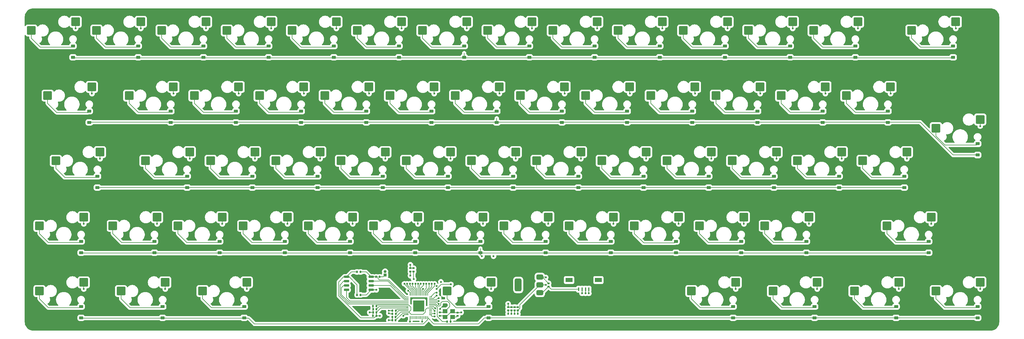
<source format=gbr>
%TF.GenerationSoftware,KiCad,Pcbnew,8.0.3*%
%TF.CreationDate,2024-08-17T23:38:57+08:00*%
%TF.ProjectId,PH60_Rev3,50483630-5f52-4657-9633-2e6b69636164,rev?*%
%TF.SameCoordinates,Original*%
%TF.FileFunction,Copper,L4,Bot*%
%TF.FilePolarity,Positive*%
%FSLAX46Y46*%
G04 Gerber Fmt 4.6, Leading zero omitted, Abs format (unit mm)*
G04 Created by KiCad (PCBNEW 8.0.3) date 2024-08-17 23:38:57*
%MOMM*%
%LPD*%
G01*
G04 APERTURE LIST*
G04 Aperture macros list*
%AMRoundRect*
0 Rectangle with rounded corners*
0 $1 Rounding radius*
0 $2 $3 $4 $5 $6 $7 $8 $9 X,Y pos of 4 corners*
0 Add a 4 corners polygon primitive as box body*
4,1,4,$2,$3,$4,$5,$6,$7,$8,$9,$2,$3,0*
0 Add four circle primitives for the rounded corners*
1,1,$1+$1,$2,$3*
1,1,$1+$1,$4,$5*
1,1,$1+$1,$6,$7*
1,1,$1+$1,$8,$9*
0 Add four rect primitives between the rounded corners*
20,1,$1+$1,$2,$3,$4,$5,0*
20,1,$1+$1,$4,$5,$6,$7,0*
20,1,$1+$1,$6,$7,$8,$9,0*
20,1,$1+$1,$8,$9,$2,$3,0*%
G04 Aperture macros list end*
%TA.AperFunction,SMDPad,CuDef*%
%ADD10RoundRect,0.250000X-1.025000X-1.000000X1.025000X-1.000000X1.025000X1.000000X-1.025000X1.000000X0*%
%TD*%
%TA.AperFunction,SMDPad,CuDef*%
%ADD11RoundRect,0.225000X0.375000X-0.225000X0.375000X0.225000X-0.375000X0.225000X-0.375000X-0.225000X0*%
%TD*%
%TA.AperFunction,SMDPad,CuDef*%
%ADD12RoundRect,0.140000X0.170000X-0.140000X0.170000X0.140000X-0.170000X0.140000X-0.170000X-0.140000X0*%
%TD*%
%TA.AperFunction,SMDPad,CuDef*%
%ADD13RoundRect,0.135000X-0.135000X-0.185000X0.135000X-0.185000X0.135000X0.185000X-0.135000X0.185000X0*%
%TD*%
%TA.AperFunction,SMDPad,CuDef*%
%ADD14RoundRect,0.050000X-0.050000X0.387500X-0.050000X-0.387500X0.050000X-0.387500X0.050000X0.387500X0*%
%TD*%
%TA.AperFunction,SMDPad,CuDef*%
%ADD15RoundRect,0.050000X-0.387500X0.050000X-0.387500X-0.050000X0.387500X-0.050000X0.387500X0.050000X0*%
%TD*%
%TA.AperFunction,HeatsinkPad*%
%ADD16R,3.200000X3.200000*%
%TD*%
%TA.AperFunction,ComponentPad*%
%ADD17R,0.850000X0.850000*%
%TD*%
%TA.AperFunction,ComponentPad*%
%ADD18O,0.850000X0.850000*%
%TD*%
%TA.AperFunction,SMDPad,CuDef*%
%ADD19RoundRect,0.140000X0.140000X0.170000X-0.140000X0.170000X-0.140000X-0.170000X0.140000X-0.170000X0*%
%TD*%
%TA.AperFunction,SMDPad,CuDef*%
%ADD20RoundRect,0.375000X0.625000X0.375000X-0.625000X0.375000X-0.625000X-0.375000X0.625000X-0.375000X0*%
%TD*%
%TA.AperFunction,SMDPad,CuDef*%
%ADD21RoundRect,0.500000X0.500000X1.400000X-0.500000X1.400000X-0.500000X-1.400000X0.500000X-1.400000X0*%
%TD*%
%TA.AperFunction,SMDPad,CuDef*%
%ADD22RoundRect,0.140000X-0.170000X0.140000X-0.170000X-0.140000X0.170000X-0.140000X0.170000X0.140000X0*%
%TD*%
%TA.AperFunction,SMDPad,CuDef*%
%ADD23RoundRect,0.135000X0.135000X0.185000X-0.135000X0.185000X-0.135000X-0.185000X0.135000X-0.185000X0*%
%TD*%
%TA.AperFunction,SMDPad,CuDef*%
%ADD24RoundRect,0.150000X0.650000X0.150000X-0.650000X0.150000X-0.650000X-0.150000X0.650000X-0.150000X0*%
%TD*%
%TA.AperFunction,SMDPad,CuDef*%
%ADD25RoundRect,0.140000X-0.140000X-0.170000X0.140000X-0.170000X0.140000X0.170000X-0.140000X0.170000X0*%
%TD*%
%TA.AperFunction,SMDPad,CuDef*%
%ADD26R,1.400000X1.200000*%
%TD*%
%TA.AperFunction,SMDPad,CuDef*%
%ADD27R,0.400000X1.000000*%
%TD*%
%TA.AperFunction,SMDPad,CuDef*%
%ADD28R,2.000000X1.300000*%
%TD*%
%TA.AperFunction,ViaPad*%
%ADD29C,0.600000*%
%TD*%
%TA.AperFunction,Conductor*%
%ADD30C,0.200000*%
%TD*%
G04 APERTURE END LIST*
D10*
%TO.P,S36,1,1*%
%TO.N,Net-(D36-A)*%
X150077500Y-45085000D03*
%TO.P,S36,2,2*%
%TO.N,col_7*%
X163004500Y-42545000D03*
%TD*%
%TO.P,S19,1,1*%
%TO.N,Net-(D19-A)*%
X88165000Y-26035000D03*
%TO.P,S19,2,2*%
%TO.N,col_4*%
X101092000Y-23495000D03*
%TD*%
%TO.P,S35,1,1*%
%TO.N,Net-(D35-A)*%
X131027500Y-45085000D03*
%TO.P,S35,2,2*%
%TO.N,col_6*%
X143954500Y-42545000D03*
%TD*%
%TO.P,S28,1,1*%
%TO.N,Net-(D28-A)*%
X266758750Y-35560000D03*
%TO.P,S28,2,2*%
%TO.N,col_13*%
X279685750Y-33020000D03*
%TD*%
%TO.P,S13,1,1*%
%TO.N,Net-(D13-A)*%
X231040000Y-6985000D03*
%TO.P,S13,2,2*%
%TO.N,col_12*%
X243967000Y-4445000D03*
%TD*%
%TO.P,S2,1,1*%
%TO.N,Net-(D2-A)*%
X21490000Y-6985000D03*
%TO.P,S2,2,2*%
%TO.N,col_1*%
X34417000Y-4445000D03*
%TD*%
%TO.P,S49,1,1*%
%TO.N,Net-(D49-A)*%
X140552500Y-64135000D03*
%TO.P,S49,2,2*%
%TO.N,col_7*%
X153479500Y-61595000D03*
%TD*%
%TO.P,S54,1,1*%
%TO.N,Net-(D54-A)*%
X252471250Y-64135000D03*
%TO.P,S54,2,2*%
%TO.N,col_13*%
X265398250Y-61595000D03*
%TD*%
%TO.P,S29,1,1*%
%TO.N,Net-(D29-A)*%
X9583750Y-45085000D03*
%TO.P,S29,2,2*%
%TO.N,col_0*%
X22510750Y-42545000D03*
%TD*%
%TO.P,S25,1,1*%
%TO.N,Net-(D25-A)*%
X202465000Y-26035000D03*
%TO.P,S25,2,2*%
%TO.N,col_10*%
X215392000Y-23495000D03*
%TD*%
%TO.P,S55,1,1*%
%TO.N,Net-(D55-A)*%
X4821250Y-83185000D03*
%TO.P,S55,2,2*%
%TO.N,col_0*%
X17748250Y-80645000D03*
%TD*%
%TO.P,S26,1,1*%
%TO.N,Net-(D26-A)*%
X221515000Y-26035000D03*
%TO.P,S26,2,2*%
%TO.N,col_11*%
X234442000Y-23495000D03*
%TD*%
%TO.P,S62,1,1*%
%TO.N,Net-(D62-A)*%
X266758750Y-83185000D03*
%TO.P,S62,2,2*%
%TO.N,col_13*%
X279685750Y-80645000D03*
%TD*%
%TO.P,S31,1,1*%
%TO.N,Net-(D31-A)*%
X54827500Y-45085000D03*
%TO.P,S31,2,2*%
%TO.N,col_2*%
X67754500Y-42545000D03*
%TD*%
%TO.P,S44,1,1*%
%TO.N,Net-(D44-A)*%
X45302500Y-64135000D03*
%TO.P,S44,2,2*%
%TO.N,col_2*%
X58229500Y-61595000D03*
%TD*%
%TO.P,S59,1,1*%
%TO.N,Net-(D59-A)*%
X195321250Y-83185000D03*
%TO.P,S59,2,2*%
%TO.N,col_9*%
X208248250Y-80645000D03*
%TD*%
%TO.P,S45,1,1*%
%TO.N,Net-(D45-A)*%
X64352500Y-64135000D03*
%TO.P,S45,2,2*%
%TO.N,col_3*%
X77279500Y-61595000D03*
%TD*%
%TO.P,S34,1,1*%
%TO.N,Net-(D34-A)*%
X111977500Y-45085000D03*
%TO.P,S34,2,2*%
%TO.N,col_5*%
X124904500Y-42545000D03*
%TD*%
%TO.P,S37,1,1*%
%TO.N,Net-(D37-A)*%
X169127500Y-45085000D03*
%TO.P,S37,2,2*%
%TO.N,col_8*%
X182054500Y-42545000D03*
%TD*%
%TO.P,S46,1,1*%
%TO.N,Net-(D46-A)*%
X83402500Y-64135000D03*
%TO.P,S46,2,2*%
%TO.N,col_4*%
X96329500Y-61595000D03*
%TD*%
%TO.P,S20,1,1*%
%TO.N,Net-(D20-A)*%
X107215000Y-26035000D03*
%TO.P,S20,2,2*%
%TO.N,col_5*%
X120142000Y-23495000D03*
%TD*%
%TO.P,S9,1,1*%
%TO.N,Net-(D9-A)*%
X154840000Y-6985000D03*
%TO.P,S9,2,2*%
%TO.N,col_8*%
X167767000Y-4445000D03*
%TD*%
%TO.P,S33,1,1*%
%TO.N,Net-(D33-A)*%
X92927500Y-45085000D03*
%TO.P,S33,2,2*%
%TO.N,col_4*%
X105854500Y-42545000D03*
%TD*%
%TO.P,S39,1,1*%
%TO.N,Net-(D39-A)*%
X207227500Y-45085000D03*
%TO.P,S39,2,2*%
%TO.N,col_10*%
X220154500Y-42545000D03*
%TD*%
%TO.P,S38,1,1*%
%TO.N,Net-(D38-A)*%
X188177500Y-45085000D03*
%TO.P,S38,2,2*%
%TO.N,col_9*%
X201104500Y-42545000D03*
%TD*%
%TO.P,S5,1,1*%
%TO.N,Net-(D5-A)*%
X78640000Y-6985000D03*
%TO.P,S5,2,2*%
%TO.N,col_4*%
X91567000Y-4445000D03*
%TD*%
%TO.P,S8,1,1*%
%TO.N,Net-(D8-A)*%
X135790000Y-6985000D03*
%TO.P,S8,2,2*%
%TO.N,col_7*%
X148717000Y-4445000D03*
%TD*%
%TO.P,S40,1,1*%
%TO.N,Net-(D40-A)*%
X226277500Y-45085000D03*
%TO.P,S40,2,2*%
%TO.N,col_11*%
X239204500Y-42545000D03*
%TD*%
%TO.P,S30,1,1*%
%TO.N,Net-(D30-A)*%
X35777500Y-45085000D03*
%TO.P,S30,2,2*%
%TO.N,col_1*%
X48704500Y-42545000D03*
%TD*%
%TO.P,S21,1,1*%
%TO.N,Net-(D21-A)*%
X126265000Y-26035000D03*
%TO.P,S21,2,2*%
%TO.N,col_6*%
X139192000Y-23495000D03*
%TD*%
%TO.P,S12,1,1*%
%TO.N,Net-(D12-A)*%
X211990000Y-6985000D03*
%TO.P,S12,2,2*%
%TO.N,col_11*%
X224917000Y-4445000D03*
%TD*%
%TO.P,S15,1,1*%
%TO.N,Net-(D15-A)*%
X7202500Y-26035000D03*
%TO.P,S15,2,2*%
%TO.N,col_0*%
X20129500Y-23495000D03*
%TD*%
%TO.P,S11,1,1*%
%TO.N,Net-(D11-A)*%
X192940000Y-6985000D03*
%TO.P,S11,2,2*%
%TO.N,col_10*%
X205867000Y-4445000D03*
%TD*%
%TO.P,S18,1,1*%
%TO.N,Net-(D18-A)*%
X69115000Y-26035000D03*
%TO.P,S18,2,2*%
%TO.N,col_3*%
X82042000Y-23495000D03*
%TD*%
%TO.P,S60,1,1*%
%TO.N,Net-(D60-A)*%
X219133750Y-83185000D03*
%TO.P,S60,2,2*%
%TO.N,col_10*%
X232060750Y-80645000D03*
%TD*%
%TO.P,S56,1,1*%
%TO.N,Net-(D56-A)*%
X28633750Y-83185000D03*
%TO.P,S56,2,2*%
%TO.N,col_1*%
X41560750Y-80645000D03*
%TD*%
%TO.P,S50,1,1*%
%TO.N,Net-(D50-A)*%
X159602500Y-64135000D03*
%TO.P,S50,2,2*%
%TO.N,col_8*%
X172529500Y-61595000D03*
%TD*%
%TO.P,S43,1,1*%
%TO.N,Net-(D43-A)*%
X26252500Y-64135000D03*
%TO.P,S43,2,2*%
%TO.N,col_1*%
X39179500Y-61595000D03*
%TD*%
%TO.P,S51,1,1*%
%TO.N,Net-(D51-A)*%
X178652500Y-64135000D03*
%TO.P,S51,2,2*%
%TO.N,col_9*%
X191579500Y-61595000D03*
%TD*%
%TO.P,S52,1,1*%
%TO.N,Net-(D52-A)*%
X197702500Y-64135000D03*
%TO.P,S52,2,2*%
%TO.N,col_10*%
X210629500Y-61595000D03*
%TD*%
%TO.P,S48,1,1*%
%TO.N,Net-(D48-A)*%
X121502500Y-64135000D03*
%TO.P,S48,2,2*%
%TO.N,col_6*%
X134429500Y-61595000D03*
%TD*%
%TO.P,S42,1,1*%
%TO.N,Net-(D42-A)*%
X4821250Y-64135000D03*
%TO.P,S42,2,2*%
%TO.N,col_0*%
X17748250Y-61595000D03*
%TD*%
%TO.P,S22,1,1*%
%TO.N,Net-(D22-A)*%
X145315000Y-26035000D03*
%TO.P,S22,2,2*%
%TO.N,col_7*%
X158242000Y-23495000D03*
%TD*%
%TO.P,S61,1,1*%
%TO.N,Net-(D61-A)*%
X242946250Y-83185000D03*
%TO.P,S61,2,2*%
%TO.N,col_11*%
X255873250Y-80645000D03*
%TD*%
%TO.P,S14,1,1*%
%TO.N,Net-(D14-A)*%
X259615000Y-6985000D03*
%TO.P,S14,2,2*%
%TO.N,col_13*%
X272542000Y-4445000D03*
%TD*%
%TO.P,S4,1,1*%
%TO.N,Net-(D4-A)*%
X59590000Y-6985000D03*
%TO.P,S4,2,2*%
%TO.N,col_3*%
X72517000Y-4445000D03*
%TD*%
%TO.P,S10,1,1*%
%TO.N,Net-(D10-A)*%
X173890000Y-6985000D03*
%TO.P,S10,2,2*%
%TO.N,col_9*%
X186817000Y-4445000D03*
%TD*%
%TO.P,S41,1,1*%
%TO.N,Net-(D41-A)*%
X245327500Y-45085000D03*
%TO.P,S41,2,2*%
%TO.N,col_13*%
X258254500Y-42545000D03*
%TD*%
%TO.P,S47,1,1*%
%TO.N,Net-(D47-A)*%
X102452500Y-64135000D03*
%TO.P,S47,2,2*%
%TO.N,col_5*%
X115379500Y-61595000D03*
%TD*%
%TO.P,S3,1,1*%
%TO.N,Net-(D3-A)*%
X40540000Y-6985000D03*
%TO.P,S3,2,2*%
%TO.N,col_2*%
X53467000Y-4445000D03*
%TD*%
%TO.P,S16,1,1*%
%TO.N,Net-(D16-A)*%
X31015000Y-26035000D03*
%TO.P,S16,2,2*%
%TO.N,col_1*%
X43942000Y-23495000D03*
%TD*%
%TO.P,S7,1,1*%
%TO.N,Net-(D7-A)*%
X116740000Y-6985000D03*
%TO.P,S7,2,2*%
%TO.N,col_6*%
X129667000Y-4445000D03*
%TD*%
%TO.P,S23,1,1*%
%TO.N,Net-(D23-A)*%
X164365000Y-26035000D03*
%TO.P,S23,2,2*%
%TO.N,col_8*%
X177292000Y-23495000D03*
%TD*%
%TO.P,S53,1,1*%
%TO.N,Net-(D53-A)*%
X216752500Y-64135000D03*
%TO.P,S53,2,2*%
%TO.N,col_11*%
X229679500Y-61595000D03*
%TD*%
%TO.P,S27,1,1*%
%TO.N,Net-(D27-A)*%
X240565000Y-26035000D03*
%TO.P,S27,2,2*%
%TO.N,col_12*%
X253492000Y-23495000D03*
%TD*%
%TO.P,S6,1,1*%
%TO.N,Net-(D6-A)*%
X97690000Y-6985000D03*
%TO.P,S6,2,2*%
%TO.N,col_5*%
X110617000Y-4445000D03*
%TD*%
%TO.P,S24,1,1*%
%TO.N,Net-(D24-A)*%
X183415000Y-26035000D03*
%TO.P,S24,2,2*%
%TO.N,col_9*%
X196342000Y-23495000D03*
%TD*%
%TO.P,S58,1,1*%
%TO.N,Net-(D58-A)*%
X123883750Y-83185000D03*
%TO.P,S58,2,2*%
%TO.N,col_6*%
X136810750Y-80645000D03*
%TD*%
%TO.P,S57,1,1*%
%TO.N,Net-(D57-A)*%
X52446250Y-83185000D03*
%TO.P,S57,2,2*%
%TO.N,col_2*%
X65373250Y-80645000D03*
%TD*%
%TO.P,S1,1,1*%
%TO.N,Net-(D1-A)*%
X2440000Y-6985000D03*
%TO.P,S1,2,2*%
%TO.N,col_0*%
X15367000Y-4445000D03*
%TD*%
%TO.P,S32,1,1*%
%TO.N,Net-(D32-A)*%
X73877500Y-45085000D03*
%TO.P,S32,2,2*%
%TO.N,col_3*%
X86804500Y-42545000D03*
%TD*%
%TO.P,S17,1,1*%
%TO.N,Net-(D17-A)*%
X50065000Y-26035000D03*
%TO.P,S17,2,2*%
%TO.N,col_2*%
X62992000Y-23495000D03*
%TD*%
D11*
%TO.P,D42,1,K*%
%TO.N,row_3*%
X16986250Y-71975000D03*
%TO.P,D42,2,A*%
%TO.N,Net-(D42-A)*%
X16986250Y-68675000D03*
%TD*%
D12*
%TO.P,C7,1*%
%TO.N,+1V1*%
X141750000Y-88850000D03*
%TO.P,C7,2*%
%TO.N,GND*%
X141750000Y-87890000D03*
%TD*%
D11*
%TO.P,D38,1,K*%
%TO.N,row_2*%
X200342500Y-52925000D03*
%TO.P,D38,2,A*%
%TO.N,Net-(D38-A)*%
X200342500Y-49625000D03*
%TD*%
%TO.P,D18,1,K*%
%TO.N,row_1*%
X81280000Y-33875000D03*
%TO.P,D18,2,A*%
%TO.N,Net-(D18-A)*%
X81280000Y-30575000D03*
%TD*%
D13*
%TO.P,R3,1*%
%TO.N,/USB_D+*%
X107880000Y-88900000D03*
%TO.P,R3,2*%
%TO.N,Net-(U3-USB_DP)*%
X108900000Y-88900000D03*
%TD*%
D11*
%TO.P,D55,1,K*%
%TO.N,row_4*%
X16986250Y-91025000D03*
%TO.P,D55,2,A*%
%TO.N,Net-(D55-A)*%
X16986250Y-87725000D03*
%TD*%
%TO.P,D23,1,K*%
%TO.N,row_1*%
X176530000Y-33875000D03*
%TO.P,D23,2,A*%
%TO.N,Net-(D23-A)*%
X176530000Y-30575000D03*
%TD*%
%TO.P,D53,1,K*%
%TO.N,row_3*%
X228917500Y-71975000D03*
%TO.P,D53,2,A*%
%TO.N,Net-(D53-A)*%
X228917500Y-68675000D03*
%TD*%
D12*
%TO.P,C3,1*%
%TO.N,Net-(C3-Pad1)*%
X127000000Y-90430000D03*
%TO.P,C3,2*%
%TO.N,GND*%
X127000000Y-89470000D03*
%TD*%
D14*
%TO.P,U3,1,IOVDD*%
%TO.N,+3V3*%
X113050000Y-84100000D03*
%TO.P,U3,2,GPIO0*%
%TO.N,col_0*%
X113450000Y-84100000D03*
%TO.P,U3,3,GPIO1*%
%TO.N,col_1*%
X113850000Y-84100000D03*
%TO.P,U3,4,GPIO2*%
%TO.N,col_2*%
X114250000Y-84100000D03*
%TO.P,U3,5,GPIO3*%
%TO.N,col_3*%
X114650000Y-84100000D03*
%TO.P,U3,6,GPIO4*%
%TO.N,col_4*%
X115050000Y-84100000D03*
%TO.P,U3,7,GPIO5*%
%TO.N,col_5*%
X115450000Y-84100000D03*
%TO.P,U3,8,GPIO6*%
%TO.N,col_6*%
X115850000Y-84100000D03*
%TO.P,U3,9,GPIO7*%
%TO.N,col_7*%
X116250000Y-84100000D03*
%TO.P,U3,10,IOVDD*%
%TO.N,+3V3*%
X116650000Y-84100000D03*
%TO.P,U3,11,GPIO8*%
%TO.N,col_8*%
X117050000Y-84100000D03*
%TO.P,U3,12,GPIO9*%
%TO.N,col_9*%
X117450000Y-84100000D03*
%TO.P,U3,13,GPIO10*%
%TO.N,col_10*%
X117850000Y-84100000D03*
%TO.P,U3,14,GPIO11*%
%TO.N,col_11*%
X118250000Y-84100000D03*
D15*
%TO.P,U3,15,GPIO12*%
%TO.N,col_12*%
X119087500Y-84937500D03*
%TO.P,U3,16,GPIO13*%
%TO.N,col_13*%
X119087500Y-85337500D03*
%TO.P,U3,17,GPIO14*%
%TO.N,row_0*%
X119087500Y-85737500D03*
%TO.P,U3,18,GPIO15*%
%TO.N,row_1*%
X119087500Y-86137500D03*
%TO.P,U3,19,TESTEN*%
%TO.N,GND*%
X119087500Y-86537500D03*
%TO.P,U3,20,XIN*%
%TO.N,/XIN*%
X119087500Y-86937500D03*
%TO.P,U3,21,XOUT*%
%TO.N,/XOUT*%
X119087500Y-87337500D03*
%TO.P,U3,22,IOVDD*%
%TO.N,+3V3*%
X119087500Y-87737500D03*
%TO.P,U3,23,DVDD*%
%TO.N,+1V1*%
X119087500Y-88137500D03*
%TO.P,U3,24,SWCLK*%
%TO.N,/SWCLK*%
X119087500Y-88537500D03*
%TO.P,U3,25,SWD*%
%TO.N,/SWD*%
X119087500Y-88937500D03*
%TO.P,U3,26,RUN*%
%TO.N,/RUN*%
X119087500Y-89337500D03*
%TO.P,U3,27,GPIO16*%
%TO.N,row_2*%
X119087500Y-89737500D03*
%TO.P,U3,28,GPIO17*%
%TO.N,row_3*%
X119087500Y-90137500D03*
D14*
%TO.P,U3,29,GPIO18*%
%TO.N,row_4*%
X118250000Y-90975000D03*
%TO.P,U3,30,GPIO19*%
%TO.N,unconnected-(U3-GPIO19-Pad30)*%
X117850000Y-90975000D03*
%TO.P,U3,31,GPIO20*%
%TO.N,unconnected-(U3-GPIO20-Pad31)*%
X117450000Y-90975000D03*
%TO.P,U3,32,GPIO21*%
%TO.N,unconnected-(U3-GPIO21-Pad32)*%
X117050000Y-90975000D03*
%TO.P,U3,33,IOVDD*%
%TO.N,+3V3*%
X116650000Y-90975000D03*
%TO.P,U3,34,GPIO22*%
%TO.N,unconnected-(U3-GPIO22-Pad34)*%
X116250000Y-90975000D03*
%TO.P,U3,35,GPIO23*%
%TO.N,unconnected-(U3-GPIO23-Pad35)*%
X115850000Y-90975000D03*
%TO.P,U3,36,GPIO24*%
%TO.N,unconnected-(U3-GPIO24-Pad36)*%
X115450000Y-90975000D03*
%TO.P,U3,37,GPIO25*%
%TO.N,unconnected-(U3-GPIO25-Pad37)*%
X115050000Y-90975000D03*
%TO.P,U3,38,GPIO26_ADC0*%
%TO.N,unconnected-(U3-GPIO26_ADC0-Pad38)*%
X114650000Y-90975000D03*
%TO.P,U3,39,GPIO27_ADC1*%
%TO.N,unconnected-(U3-GPIO27_ADC1-Pad39)*%
X114250000Y-90975000D03*
%TO.P,U3,40,GPIO28_ADC2*%
%TO.N,unconnected-(U3-GPIO28_ADC2-Pad40)*%
X113850000Y-90975000D03*
%TO.P,U3,41,GPIO29_ADC3*%
%TO.N,unconnected-(U3-GPIO29_ADC3-Pad41)*%
X113450000Y-90975000D03*
%TO.P,U3,42,IOVDD*%
%TO.N,+3V3*%
X113050000Y-90975000D03*
D15*
%TO.P,U3,43,ADC_AVDD*%
X112212500Y-90137500D03*
%TO.P,U3,44,VREG_IN*%
X112212500Y-89737500D03*
%TO.P,U3,45,VREG_VOUT*%
%TO.N,+1V1*%
X112212500Y-89337500D03*
%TO.P,U3,46,USB_DM*%
%TO.N,Net-(U3-USB_DM)*%
X112212500Y-88937500D03*
%TO.P,U3,47,USB_DP*%
%TO.N,Net-(U3-USB_DP)*%
X112212500Y-88537500D03*
%TO.P,U3,48,USB_VDD*%
%TO.N,+3V3*%
X112212500Y-88137500D03*
%TO.P,U3,49,IOVDD*%
X112212500Y-87737500D03*
%TO.P,U3,50,DVDD*%
%TO.N,+1V1*%
X112212500Y-87337500D03*
%TO.P,U3,51,QSPI_SD3*%
%TO.N,/QSPI_SD3*%
X112212500Y-86937500D03*
%TO.P,U3,52,QSPI_SCLK*%
%TO.N,/QSPI_SCLK*%
X112212500Y-86537500D03*
%TO.P,U3,53,QSPI_SD0*%
%TO.N,/QSPI_SD0*%
X112212500Y-86137500D03*
%TO.P,U3,54,QSPI_SD2*%
%TO.N,/QSPI_SD2*%
X112212500Y-85737500D03*
%TO.P,U3,55,QSPI_SD1*%
%TO.N,/QSPI_SD1*%
X112212500Y-85337500D03*
%TO.P,U3,56,QSPI_SS*%
%TO.N,/QSPI_SS*%
X112212500Y-84937500D03*
D16*
%TO.P,U3,57,GND*%
%TO.N,GND*%
X115650000Y-87537500D03*
%TD*%
D11*
%TO.P,D50,1,K*%
%TO.N,row_3*%
X171767500Y-71975000D03*
%TO.P,D50,2,A*%
%TO.N,Net-(D50-A)*%
X171767500Y-68675000D03*
%TD*%
D17*
%TO.P,J2,1,Pin_1*%
%TO.N,/~{USB_BOOT}*%
X105800000Y-78500000D03*
D18*
%TO.P,J2,2,Pin_2*%
%TO.N,GND*%
X105800000Y-77500000D03*
%TD*%
D11*
%TO.P,D57,1,K*%
%TO.N,row_4*%
X64611250Y-91025000D03*
%TO.P,D57,2,A*%
%TO.N,Net-(D57-A)*%
X64611250Y-87725000D03*
%TD*%
D19*
%TO.P,C13,1*%
%TO.N,+3V3*%
X103250000Y-88530000D03*
%TO.P,C13,2*%
%TO.N,GND*%
X102290000Y-88530000D03*
%TD*%
D11*
%TO.P,D15,1,K*%
%TO.N,row_1*%
X19367500Y-33875000D03*
%TO.P,D15,2,A*%
%TO.N,Net-(D15-A)*%
X19367500Y-30575000D03*
%TD*%
D19*
%TO.P,C10,1*%
%TO.N,+3V3*%
X108850000Y-91750000D03*
%TO.P,C10,2*%
%TO.N,GND*%
X107890000Y-91750000D03*
%TD*%
D11*
%TO.P,D8,1,K*%
%TO.N,row_0*%
X147955000Y-14825000D03*
%TO.P,D8,2,A*%
%TO.N,Net-(D8-A)*%
X147955000Y-11525000D03*
%TD*%
D20*
%TO.P,U1,1,GND*%
%TO.N,GND*%
X151000000Y-79100000D03*
%TO.P,U1,2,VO*%
%TO.N,+3V3*%
X151000000Y-81400000D03*
%TO.P,U1,3,VI*%
%TO.N,VBUS*%
X151000000Y-83700000D03*
D21*
%TO.P,U1,4*%
%TO.N,N/C*%
X144700000Y-81400000D03*
%TD*%
D12*
%TO.P,C11,1*%
%TO.N,+3V3*%
X144600000Y-88850000D03*
%TO.P,C11,2*%
%TO.N,GND*%
X144600000Y-87890000D03*
%TD*%
D11*
%TO.P,D19,1,K*%
%TO.N,row_1*%
X100330000Y-33875000D03*
%TO.P,D19,2,A*%
%TO.N,Net-(D19-A)*%
X100330000Y-30575000D03*
%TD*%
%TO.P,D21,1,K*%
%TO.N,row_1*%
X138430000Y-33875000D03*
%TO.P,D21,2,A*%
%TO.N,Net-(D21-A)*%
X138430000Y-30575000D03*
%TD*%
%TO.P,D40,1,K*%
%TO.N,row_2*%
X238442500Y-52925000D03*
%TO.P,D40,2,A*%
%TO.N,Net-(D40-A)*%
X238442500Y-49625000D03*
%TD*%
%TO.P,D36,1,K*%
%TO.N,row_2*%
X162242500Y-52925000D03*
%TO.P,D36,2,A*%
%TO.N,Net-(D36-A)*%
X162242500Y-49625000D03*
%TD*%
D22*
%TO.P,C2,1*%
%TO.N,/XIN*%
X121800000Y-89450000D03*
%TO.P,C2,2*%
%TO.N,GND*%
X121800000Y-90410000D03*
%TD*%
D11*
%TO.P,D52,1,K*%
%TO.N,row_3*%
X209867500Y-71975000D03*
%TO.P,D52,2,A*%
%TO.N,Net-(D52-A)*%
X209867500Y-68675000D03*
%TD*%
%TO.P,D16,1,K*%
%TO.N,row_1*%
X43180000Y-33875000D03*
%TO.P,D16,2,A*%
%TO.N,Net-(D16-A)*%
X43180000Y-30575000D03*
%TD*%
%TO.P,D28,1,K*%
%TO.N,row_1*%
X278923750Y-43400000D03*
%TO.P,D28,2,A*%
%TO.N,Net-(D28-A)*%
X278923750Y-40100000D03*
%TD*%
%TO.P,D58,1,K*%
%TO.N,row_4*%
X136048750Y-91025000D03*
%TO.P,D58,2,A*%
%TO.N,Net-(D58-A)*%
X136048750Y-87725000D03*
%TD*%
%TO.P,D59,1,K*%
%TO.N,row_4*%
X207486250Y-91025000D03*
%TO.P,D59,2,A*%
%TO.N,Net-(D59-A)*%
X207486250Y-87725000D03*
%TD*%
%TO.P,D48,1,K*%
%TO.N,row_3*%
X133667500Y-71975000D03*
%TO.P,D48,2,A*%
%TO.N,Net-(D48-A)*%
X133667500Y-68675000D03*
%TD*%
D19*
%TO.P,C14,1*%
%TO.N,+3V3*%
X103250000Y-89450000D03*
%TO.P,C14,2*%
%TO.N,GND*%
X102290000Y-89450000D03*
%TD*%
D23*
%TO.P,R5,1*%
%TO.N,Net-(C3-Pad1)*%
X124900000Y-92150000D03*
%TO.P,R5,2*%
%TO.N,/XOUT*%
X123880000Y-92150000D03*
%TD*%
D11*
%TO.P,D49,1,K*%
%TO.N,row_3*%
X152717500Y-71975000D03*
%TO.P,D49,2,A*%
%TO.N,Net-(D49-A)*%
X152717500Y-68675000D03*
%TD*%
%TO.P,D35,1,K*%
%TO.N,row_2*%
X143192500Y-52925000D03*
%TO.P,D35,2,A*%
%TO.N,Net-(D35-A)*%
X143192500Y-49625000D03*
%TD*%
D12*
%TO.P,C15,1*%
%TO.N,+3V3*%
X114120000Y-77460000D03*
%TO.P,C15,2*%
%TO.N,GND*%
X114120000Y-76500000D03*
%TD*%
D11*
%TO.P,D43,1,K*%
%TO.N,row_3*%
X38417500Y-71975000D03*
%TO.P,D43,2,A*%
%TO.N,Net-(D43-A)*%
X38417500Y-68675000D03*
%TD*%
%TO.P,D45,1,K*%
%TO.N,row_3*%
X76517500Y-71975000D03*
%TO.P,D45,2,A*%
%TO.N,Net-(D45-A)*%
X76517500Y-68675000D03*
%TD*%
%TO.P,D10,1,K*%
%TO.N,row_0*%
X186055000Y-14825000D03*
%TO.P,D10,2,A*%
%TO.N,Net-(D10-A)*%
X186055000Y-11525000D03*
%TD*%
%TO.P,D37,1,K*%
%TO.N,row_2*%
X181292500Y-52925000D03*
%TO.P,D37,2,A*%
%TO.N,Net-(D37-A)*%
X181292500Y-49625000D03*
%TD*%
%TO.P,D56,1,K*%
%TO.N,row_4*%
X40798750Y-91025000D03*
%TO.P,D56,2,A*%
%TO.N,Net-(D56-A)*%
X40798750Y-87725000D03*
%TD*%
%TO.P,D44,1,K*%
%TO.N,row_3*%
X57467500Y-71975000D03*
%TO.P,D44,2,A*%
%TO.N,Net-(D44-A)*%
X57467500Y-68675000D03*
%TD*%
%TO.P,D6,1,K*%
%TO.N,row_0*%
X109855000Y-14825000D03*
%TO.P,D6,2,A*%
%TO.N,Net-(D6-A)*%
X109855000Y-11525000D03*
%TD*%
%TO.P,D30,1,K*%
%TO.N,row_2*%
X47942500Y-52925000D03*
%TO.P,D30,2,A*%
%TO.N,Net-(D30-A)*%
X47942500Y-49625000D03*
%TD*%
D12*
%TO.P,C4,1*%
%TO.N,+3V3*%
X142700000Y-88850000D03*
%TO.P,C4,2*%
%TO.N,GND*%
X142700000Y-87890000D03*
%TD*%
D19*
%TO.P,C6,1*%
%TO.N,+1V1*%
X103240000Y-87600000D03*
%TO.P,C6,2*%
%TO.N,GND*%
X102280000Y-87600000D03*
%TD*%
D11*
%TO.P,D12,1,K*%
%TO.N,row_0*%
X224155000Y-14825000D03*
%TO.P,D12,2,A*%
%TO.N,Net-(D12-A)*%
X224155000Y-11525000D03*
%TD*%
%TO.P,D32,1,K*%
%TO.N,row_2*%
X86042500Y-52925000D03*
%TO.P,D32,2,A*%
%TO.N,Net-(D32-A)*%
X86042500Y-49625000D03*
%TD*%
D12*
%TO.P,C16,1*%
%TO.N,+3V3*%
X113200000Y-77460000D03*
%TO.P,C16,2*%
%TO.N,GND*%
X113200000Y-76500000D03*
%TD*%
D11*
%TO.P,D25,1,K*%
%TO.N,row_1*%
X214630000Y-33875000D03*
%TO.P,D25,2,A*%
%TO.N,Net-(D25-A)*%
X214630000Y-30575000D03*
%TD*%
%TO.P,D20,1,K*%
%TO.N,row_1*%
X119380000Y-33875000D03*
%TO.P,D20,2,A*%
%TO.N,Net-(D20-A)*%
X119380000Y-30575000D03*
%TD*%
D24*
%TO.P,U2,1,~{CS}*%
%TO.N,/QSPI_SS*%
X101700000Y-79045000D03*
%TO.P,U2,2,DO(IO1)*%
%TO.N,/QSPI_SD1*%
X101700000Y-80315000D03*
%TO.P,U2,3,IO2*%
%TO.N,/QSPI_SD2*%
X101700000Y-81585000D03*
%TO.P,U2,4,GND*%
%TO.N,GND*%
X101700000Y-82855000D03*
%TO.P,U2,5,DI(IO0)*%
%TO.N,/QSPI_SD0*%
X94500000Y-82855000D03*
%TO.P,U2,6,CLK*%
%TO.N,/QSPI_SCLK*%
X94500000Y-81585000D03*
%TO.P,U2,7,IO3*%
%TO.N,/QSPI_SD3*%
X94500000Y-80315000D03*
%TO.P,U2,8,VCC*%
%TO.N,+3V3*%
X94500000Y-79045000D03*
%TD*%
D11*
%TO.P,D39,1,K*%
%TO.N,row_2*%
X219392500Y-52925000D03*
%TO.P,D39,2,A*%
%TO.N,Net-(D39-A)*%
X219392500Y-49625000D03*
%TD*%
%TO.P,D3,1,K*%
%TO.N,row_0*%
X52705000Y-14825000D03*
%TO.P,D3,2,A*%
%TO.N,Net-(D3-A)*%
X52705000Y-11525000D03*
%TD*%
%TO.P,D22,1,K*%
%TO.N,row_1*%
X157480000Y-33875000D03*
%TO.P,D22,2,A*%
%TO.N,Net-(D22-A)*%
X157480000Y-30575000D03*
%TD*%
%TO.P,D60,1,K*%
%TO.N,row_4*%
X231298750Y-91025000D03*
%TO.P,D60,2,A*%
%TO.N,Net-(D60-A)*%
X231298750Y-87725000D03*
%TD*%
D19*
%TO.P,C8,1*%
%TO.N,+1V1*%
X108850000Y-90800000D03*
%TO.P,C8,2*%
%TO.N,GND*%
X107890000Y-90800000D03*
%TD*%
D11*
%TO.P,D61,1,K*%
%TO.N,row_4*%
X255111250Y-91025000D03*
%TO.P,D61,2,A*%
%TO.N,Net-(D61-A)*%
X255111250Y-87725000D03*
%TD*%
%TO.P,D1,1,K*%
%TO.N,row_0*%
X14605000Y-14825000D03*
%TO.P,D1,2,A*%
%TO.N,Net-(D1-A)*%
X14605000Y-11525000D03*
%TD*%
%TO.P,D62,1,K*%
%TO.N,row_4*%
X278923750Y-91025000D03*
%TO.P,D62,2,A*%
%TO.N,Net-(D62-A)*%
X278923750Y-87725000D03*
%TD*%
%TO.P,D26,1,K*%
%TO.N,row_1*%
X233680000Y-33875000D03*
%TO.P,D26,2,A*%
%TO.N,Net-(D26-A)*%
X233680000Y-30575000D03*
%TD*%
%TO.P,D17,1,K*%
%TO.N,row_1*%
X62230000Y-33875000D03*
%TO.P,D17,2,A*%
%TO.N,Net-(D17-A)*%
X62230000Y-30575000D03*
%TD*%
%TO.P,D4,1,K*%
%TO.N,row_0*%
X71755000Y-14825000D03*
%TO.P,D4,2,A*%
%TO.N,Net-(D4-A)*%
X71755000Y-11525000D03*
%TD*%
D12*
%TO.P,C12,1*%
%TO.N,+3V3*%
X143650000Y-88830000D03*
%TO.P,C12,2*%
%TO.N,GND*%
X143650000Y-87870000D03*
%TD*%
D23*
%TO.P,R1,1*%
%TO.N,/~{USB_BOOT}*%
X104210000Y-79050000D03*
%TO.P,R1,2*%
%TO.N,/QSPI_SS*%
X103190000Y-79050000D03*
%TD*%
D25*
%TO.P,C5,1*%
%TO.N,+3V3*%
X97620000Y-84300000D03*
%TO.P,C5,2*%
%TO.N,GND*%
X98580000Y-84300000D03*
%TD*%
D26*
%TO.P,Y1,1,1*%
%TO.N,Net-(C3-Pad1)*%
X125500000Y-90800000D03*
%TO.P,Y1,2,2*%
%TO.N,GND*%
X123300000Y-90800000D03*
%TO.P,Y1,3,3*%
%TO.N,/XIN*%
X123300000Y-89100000D03*
%TO.P,Y1,4,4*%
%TO.N,GND*%
X125500000Y-89100000D03*
%TD*%
D11*
%TO.P,D51,1,K*%
%TO.N,row_3*%
X190817500Y-71975000D03*
%TO.P,D51,2,A*%
%TO.N,Net-(D51-A)*%
X190817500Y-68675000D03*
%TD*%
D12*
%TO.P,C1,1*%
%TO.N,VBUS*%
X153550000Y-81880000D03*
%TO.P,C1,2*%
%TO.N,GND*%
X153550000Y-80920000D03*
%TD*%
D11*
%TO.P,D47,1,K*%
%TO.N,row_3*%
X114617500Y-71975000D03*
%TO.P,D47,2,A*%
%TO.N,Net-(D47-A)*%
X114617500Y-68675000D03*
%TD*%
%TO.P,D5,1,K*%
%TO.N,row_0*%
X90805000Y-14825000D03*
%TO.P,D5,2,A*%
%TO.N,Net-(D5-A)*%
X90805000Y-11525000D03*
%TD*%
D13*
%TO.P,R2,1*%
%TO.N,+3V3*%
X97600000Y-77600000D03*
%TO.P,R2,2*%
%TO.N,/QSPI_SS*%
X98620000Y-77600000D03*
%TD*%
D11*
%TO.P,D46,1,K*%
%TO.N,row_3*%
X95567500Y-71975000D03*
%TO.P,D46,2,A*%
%TO.N,Net-(D46-A)*%
X95567500Y-68675000D03*
%TD*%
%TO.P,D29,1,K*%
%TO.N,row_2*%
X21748750Y-52925000D03*
%TO.P,D29,2,A*%
%TO.N,Net-(D29-A)*%
X21748750Y-49625000D03*
%TD*%
D27*
%TO.P,J3,1,Pin_1*%
%TO.N,VBUS*%
X162350000Y-82650000D03*
%TO.P,J3,2,Pin_2*%
%TO.N,/USB_D-*%
X163350000Y-82650000D03*
%TO.P,J3,3,Pin_3*%
%TO.N,/USB_D+*%
X164350000Y-82650000D03*
%TO.P,J3,4,Pin_4*%
%TO.N,GND*%
X165350000Y-82650000D03*
D28*
%TO.P,J3,MP*%
%TO.N,N/C*%
X159550000Y-79950000D03*
X168150000Y-79950000D03*
%TD*%
D11*
%TO.P,D2,1,K*%
%TO.N,row_0*%
X33655000Y-14825000D03*
%TO.P,D2,2,A*%
%TO.N,Net-(D2-A)*%
X33655000Y-11525000D03*
%TD*%
%TO.P,D34,1,K*%
%TO.N,row_2*%
X124142500Y-52925000D03*
%TO.P,D34,2,A*%
%TO.N,Net-(D34-A)*%
X124142500Y-49625000D03*
%TD*%
%TO.P,D14,1,K*%
%TO.N,row_0*%
X271780000Y-14825000D03*
%TO.P,D14,2,A*%
%TO.N,Net-(D14-A)*%
X271780000Y-11525000D03*
%TD*%
%TO.P,D41,1,K*%
%TO.N,row_2*%
X257492500Y-52925000D03*
%TO.P,D41,2,A*%
%TO.N,Net-(D41-A)*%
X257492500Y-49625000D03*
%TD*%
%TO.P,D7,1,K*%
%TO.N,row_0*%
X128905000Y-14825000D03*
%TO.P,D7,2,A*%
%TO.N,Net-(D7-A)*%
X128905000Y-11525000D03*
%TD*%
%TO.P,D13,1,K*%
%TO.N,row_0*%
X243205000Y-14825000D03*
%TO.P,D13,2,A*%
%TO.N,Net-(D13-A)*%
X243205000Y-11525000D03*
%TD*%
%TO.P,D9,1,K*%
%TO.N,row_0*%
X167005000Y-14825000D03*
%TO.P,D9,2,A*%
%TO.N,Net-(D9-A)*%
X167005000Y-11525000D03*
%TD*%
%TO.P,D31,1,K*%
%TO.N,row_2*%
X66992500Y-52925000D03*
%TO.P,D31,2,A*%
%TO.N,Net-(D31-A)*%
X66992500Y-49625000D03*
%TD*%
%TO.P,D33,1,K*%
%TO.N,row_2*%
X105092500Y-52925000D03*
%TO.P,D33,2,A*%
%TO.N,Net-(D33-A)*%
X105092500Y-49625000D03*
%TD*%
D13*
%TO.P,R4,1*%
%TO.N,/USB_D-*%
X107880000Y-89850000D03*
%TO.P,R4,2*%
%TO.N,Net-(U3-USB_DM)*%
X108900000Y-89850000D03*
%TD*%
D11*
%TO.P,D11,1,K*%
%TO.N,row_0*%
X205105000Y-14825000D03*
%TO.P,D11,2,A*%
%TO.N,Net-(D11-A)*%
X205105000Y-11525000D03*
%TD*%
D19*
%TO.P,C9,1*%
%TO.N,+3V3*%
X103230000Y-90400000D03*
%TO.P,C9,2*%
%TO.N,GND*%
X102270000Y-90400000D03*
%TD*%
D11*
%TO.P,D24,1,K*%
%TO.N,row_1*%
X195580000Y-33875000D03*
%TO.P,D24,2,A*%
%TO.N,Net-(D24-A)*%
X195580000Y-30575000D03*
%TD*%
%TO.P,D54,1,K*%
%TO.N,row_3*%
X264636250Y-71975000D03*
%TO.P,D54,2,A*%
%TO.N,Net-(D54-A)*%
X264636250Y-68675000D03*
%TD*%
%TO.P,D27,1,K*%
%TO.N,row_1*%
X252730000Y-33875000D03*
%TO.P,D27,2,A*%
%TO.N,Net-(D27-A)*%
X252730000Y-30575000D03*
%TD*%
D29*
%TO.N,GND*%
X106900000Y-91750000D03*
X121457108Y-86942892D03*
X103250000Y-82850000D03*
X128050000Y-89450000D03*
X101300000Y-89450000D03*
X165350000Y-83850000D03*
X141750000Y-86900000D03*
X152750000Y-79200000D03*
X115650000Y-87550000D03*
X113200000Y-75500000D03*
%TO.N,+3V3*%
X111100000Y-90400000D03*
X114150000Y-79650000D03*
X112571700Y-83078300D03*
X116650000Y-92150000D03*
X152750000Y-81400000D03*
X120435209Y-88221732D03*
X113050000Y-92150000D03*
X104250000Y-90400000D03*
X143650000Y-89850000D03*
X113200000Y-78700000D03*
X142700000Y-89850000D03*
X116850000Y-82586240D03*
X144600000Y-89850000D03*
%TO.N,+1V1*%
X141750000Y-89850000D03*
X120250000Y-89000000D03*
%TO.N,row_0*%
X121467748Y-85284431D03*
X128950000Y-14900000D03*
%TO.N,row_1*%
X121444692Y-86084101D03*
X138450000Y-33950000D03*
%TO.N,row_2*%
X120850000Y-82598528D03*
X137500000Y-73000000D03*
X143200000Y-53000000D03*
X120250000Y-89800003D03*
X125023525Y-81223525D03*
%TO.N,row_3*%
X120250000Y-90600006D03*
X122100000Y-80500000D03*
X134100000Y-73025000D03*
X120850000Y-81750000D03*
%TO.N,/USB_D+*%
X106900000Y-88900000D03*
X164350000Y-83850000D03*
%TO.N,/USB_D-*%
X106900000Y-89700003D03*
X163350000Y-83850000D03*
%TO.N,col_0*%
X111449985Y-81050000D03*
X17750000Y-63550000D03*
X17750000Y-82600000D03*
X22525000Y-44500000D03*
X20150000Y-25450000D03*
X15375000Y-6400000D03*
%TO.N,col_1*%
X48725000Y-44500000D03*
X39200000Y-63550000D03*
X43950000Y-25450000D03*
X41575000Y-82600000D03*
X112249988Y-81050000D03*
X34425000Y-6400000D03*
%TO.N,col_2*%
X53475000Y-6400000D03*
X58250000Y-63550000D03*
X65375000Y-82600000D03*
X67775000Y-44500000D03*
X113049991Y-81050000D03*
X63000000Y-25450000D03*
%TO.N,col_3*%
X113849994Y-81050000D03*
X82050000Y-25450000D03*
X72525000Y-6400000D03*
X77300000Y-63550000D03*
X86825000Y-44500000D03*
%TO.N,col_4*%
X91575000Y-6400000D03*
X101100000Y-25450000D03*
X96350000Y-63550000D03*
X105875000Y-44500000D03*
X114649997Y-81050000D03*
%TO.N,col_5*%
X124925000Y-44500000D03*
X115400000Y-63550000D03*
X110625000Y-6400000D03*
X115450000Y-81050000D03*
X120150000Y-25450000D03*
%TO.N,col_6*%
X134450000Y-63550000D03*
X139200000Y-25450000D03*
X143975000Y-44500000D03*
X129675000Y-6400000D03*
X136825000Y-82600000D03*
X116250003Y-81050000D03*
%TO.N,col_7*%
X117050006Y-81050000D03*
X148725000Y-6400000D03*
X163025000Y-44500000D03*
X158250000Y-25450000D03*
X153500000Y-63550000D03*
%TO.N,col_8*%
X167800000Y-6400000D03*
X117850009Y-81050000D03*
X182075000Y-44500000D03*
X172550000Y-63550000D03*
X177300000Y-25450000D03*
%TO.N,col_9*%
X118650012Y-81050000D03*
X186850000Y-6400000D03*
X208250000Y-82600000D03*
X201125000Y-44500000D03*
X191600000Y-63550000D03*
X196350000Y-25450000D03*
%TO.N,col_10*%
X205875000Y-6400000D03*
X220175000Y-44500000D03*
X232075000Y-82600000D03*
X210650000Y-63550000D03*
X119450015Y-81050000D03*
X215400000Y-25450000D03*
%TO.N,col_11*%
X224925000Y-6400000D03*
X234450000Y-25450000D03*
X255900000Y-82600000D03*
X239225000Y-44500000D03*
X120250018Y-81050000D03*
X229700000Y-63550000D03*
%TO.N,col_12*%
X243975000Y-6400000D03*
X253500000Y-25450000D03*
X120850000Y-83699991D03*
%TO.N,col_13*%
X279700000Y-82600000D03*
X272550000Y-6400000D03*
X265400000Y-63550000D03*
X120850000Y-84499994D03*
X279700000Y-34975000D03*
X258275000Y-44500000D03*
%TD*%
D30*
%TO.N,VBUS*%
X154320000Y-82650000D02*
X153550000Y-81880000D01*
X151730000Y-83700000D02*
X153550000Y-81880000D01*
X151000000Y-83700000D02*
X151730000Y-83700000D01*
X162350000Y-82650000D02*
X154320000Y-82650000D01*
%TO.N,GND*%
X113200000Y-76500000D02*
X114120000Y-76500000D01*
X151000000Y-79100000D02*
X152650000Y-79100000D01*
X125870000Y-89470000D02*
X125500000Y-89100000D01*
X125250000Y-89100000D02*
X123550000Y-90800000D01*
X102280000Y-87600000D02*
X102280000Y-90390000D01*
X107890000Y-90800000D02*
X107890000Y-91750000D01*
X151000000Y-79100000D02*
X151730000Y-79100000D01*
X101700000Y-82855000D02*
X103245000Y-82855000D01*
X141750000Y-87890000D02*
X144600000Y-87890000D01*
X128030000Y-89470000D02*
X128050000Y-89450000D01*
X102290000Y-89450000D02*
X101300000Y-89450000D01*
X107890000Y-91750000D02*
X106900000Y-91750000D01*
X151730000Y-79100000D02*
X153550000Y-80920000D01*
X103245000Y-82855000D02*
X103250000Y-82850000D01*
X121051716Y-86537500D02*
X121457108Y-86942892D01*
X123550000Y-90800000D02*
X123300000Y-90800000D01*
X165350000Y-82650000D02*
X165350000Y-83850000D01*
X119087500Y-86537500D02*
X121051716Y-86537500D01*
X152650000Y-79100000D02*
X152750000Y-79200000D01*
X98580000Y-84300000D02*
X100255000Y-84300000D01*
X122910000Y-90410000D02*
X123300000Y-90800000D01*
X125500000Y-89100000D02*
X125250000Y-89100000D01*
X115650000Y-87537500D02*
X115650000Y-87550000D01*
X113200000Y-76500000D02*
X113200000Y-75500000D01*
X102280000Y-90390000D02*
X102270000Y-90400000D01*
X121800000Y-90410000D02*
X122910000Y-90410000D01*
X141750000Y-87890000D02*
X141750000Y-86900000D01*
X127000000Y-89470000D02*
X125870000Y-89470000D01*
X127000000Y-89470000D02*
X128030000Y-89470000D01*
X100255000Y-84300000D02*
X101700000Y-82855000D01*
%TO.N,/XIN*%
X124700000Y-86834348D02*
X124065652Y-86200000D01*
X121208578Y-87542892D02*
X120603186Y-86937500D01*
X122057108Y-87191421D02*
X121705637Y-87542892D01*
X122950000Y-89450000D02*
X123300000Y-89100000D01*
X124065652Y-86200000D02*
X122550000Y-86200000D01*
X121800000Y-89450000D02*
X122950000Y-89450000D01*
X124700000Y-87700000D02*
X124700000Y-86834348D01*
X122057108Y-86692892D02*
X122057108Y-87191421D01*
X120603186Y-86937500D02*
X119087500Y-86937500D01*
X123300000Y-89100000D02*
X124700000Y-87700000D01*
X122550000Y-86200000D02*
X122057108Y-86692892D01*
X121705637Y-87542892D02*
X121208578Y-87542892D01*
%TO.N,Net-(C3-Pad1)*%
X125500000Y-90800000D02*
X126630000Y-90800000D01*
X124900000Y-92150000D02*
X124900000Y-91400000D01*
X124900000Y-91400000D02*
X125500000Y-90800000D01*
X126630000Y-90800000D02*
X127000000Y-90430000D01*
%TO.N,+3V3*%
X116650000Y-82786240D02*
X116850000Y-82586240D01*
X94500000Y-79045000D02*
X93700001Y-79045000D01*
X120435209Y-88221732D02*
X119950977Y-87737500D01*
X97600000Y-77600000D02*
X95945000Y-77600000D01*
X113200000Y-77460000D02*
X113200000Y-78700000D01*
X98660000Y-91010000D02*
X102620000Y-91010000D01*
X113050000Y-83556600D02*
X112571700Y-83078300D01*
X119950977Y-87737500D02*
X119087500Y-87737500D01*
X103250000Y-90380000D02*
X103230000Y-90400000D01*
X145210000Y-88240000D02*
X144600000Y-88850000D01*
X143650000Y-88830000D02*
X143650000Y-89850000D01*
X93700001Y-79045000D02*
X92250000Y-80495001D01*
X116650000Y-84100000D02*
X116650000Y-82786240D01*
X112212500Y-88137500D02*
X112212500Y-87737500D01*
X144600000Y-88850000D02*
X144600000Y-89850000D01*
X94500000Y-79045000D02*
X95299999Y-79045000D01*
X102620000Y-91010000D02*
X103230000Y-90400000D01*
X151000000Y-81400000D02*
X152750000Y-81400000D01*
X151000000Y-81400000D02*
X145210000Y-87190000D01*
X112212500Y-90137500D02*
X111362500Y-90137500D01*
X92250000Y-80495001D02*
X92250000Y-84600000D01*
X113050000Y-84100000D02*
X113050000Y-83556600D01*
X92250000Y-84600000D02*
X98660000Y-91010000D01*
X113050000Y-90975000D02*
X113050000Y-92150000D01*
X112212500Y-87737500D02*
X104042500Y-87737500D01*
X112212500Y-89737500D02*
X110862500Y-89737500D01*
X114120000Y-77460000D02*
X114120000Y-79620000D01*
X112212500Y-88137500D02*
X104562500Y-88137500D01*
X103230000Y-90400000D02*
X104250000Y-90400000D01*
X110862500Y-89737500D02*
X108850000Y-91750000D01*
X95945000Y-77600000D02*
X94500000Y-79045000D01*
X103250000Y-89450000D02*
X103250000Y-90380000D01*
X114120000Y-79620000D02*
X114150000Y-79650000D01*
X111362500Y-90137500D02*
X111100000Y-90400000D01*
X142700000Y-88850000D02*
X142700000Y-89850000D01*
X116650000Y-90975000D02*
X116650000Y-92150000D01*
X112212500Y-89737500D02*
X112212500Y-90137500D01*
X104562500Y-88137500D02*
X103250000Y-89450000D01*
X104042500Y-87737500D02*
X103250000Y-88530000D01*
X145210000Y-87190000D02*
X145210000Y-88240000D01*
X97620000Y-81365001D02*
X97620000Y-84300000D01*
X95299999Y-79045000D02*
X97620000Y-81365001D01*
%TO.N,+1V1*%
X117550000Y-88650000D02*
X117550000Y-89300000D01*
X119621360Y-88137500D02*
X119087500Y-88137500D01*
X113408860Y-90000000D02*
X112746360Y-89337500D01*
X112746360Y-87337500D02*
X112212500Y-87337500D01*
X117550000Y-89300000D02*
X116850000Y-90000000D01*
X119825000Y-88341140D02*
X119621360Y-88137500D01*
X119087500Y-88137500D02*
X118062500Y-88137500D01*
X112746360Y-89337500D02*
X113300000Y-88783860D01*
X120250000Y-89000000D02*
X119825000Y-88575000D01*
X108900000Y-90800000D02*
X108850000Y-90800000D01*
X113300000Y-87891140D02*
X112746360Y-87337500D01*
X103502500Y-87337500D02*
X103240000Y-87600000D01*
X110362500Y-89337500D02*
X108900000Y-90800000D01*
X118062500Y-88137500D02*
X117550000Y-88650000D01*
X141750000Y-88850000D02*
X141750000Y-89850000D01*
X112212500Y-89337500D02*
X110362500Y-89337500D01*
X112212500Y-87337500D02*
X103502500Y-87337500D01*
X119825000Y-88575000D02*
X119825000Y-88341140D01*
X116850000Y-90000000D02*
X113408860Y-90000000D01*
X112746360Y-89337500D02*
X112212500Y-89337500D01*
X113300000Y-88783860D02*
X113300000Y-87891140D01*
%TO.N,row_0*%
X121255966Y-85306678D02*
X121445501Y-85306678D01*
X121445501Y-85306678D02*
X121467748Y-85284431D01*
X128905000Y-13580000D02*
X128905000Y-14855000D01*
X119087500Y-85737500D02*
X120825144Y-85737500D01*
X14605000Y-14825000D02*
X14780000Y-15000000D01*
X128905000Y-14855000D02*
X128950000Y-14900000D01*
X271605000Y-15000000D02*
X271780000Y-14825000D01*
X14780000Y-15000000D02*
X271605000Y-15000000D01*
X120825144Y-85737500D02*
X121255966Y-85306678D01*
%TO.N,Net-(D1-A)*%
X5062588Y-11875000D02*
X14260000Y-11875000D01*
X14260000Y-11875000D02*
X14605000Y-11530000D01*
X2440000Y-6985000D02*
X2440000Y-9252412D01*
X2440000Y-9252412D02*
X5062588Y-11875000D01*
%TO.N,Net-(D2-A)*%
X24112588Y-11875000D02*
X33310000Y-11875000D01*
X33310000Y-11875000D02*
X33655000Y-11530000D01*
X21490000Y-9252412D02*
X24112588Y-11875000D01*
X21490000Y-6985000D02*
X21490000Y-9252412D01*
%TO.N,Net-(D3-A)*%
X43162588Y-11875000D02*
X52360000Y-11875000D01*
X40540000Y-6985000D02*
X40540000Y-9252412D01*
X40540000Y-9252412D02*
X43162588Y-11875000D01*
X52360000Y-11875000D02*
X52705000Y-11530000D01*
%TO.N,Net-(D4-A)*%
X71410000Y-11875000D02*
X71755000Y-11530000D01*
X62212588Y-11875000D02*
X71410000Y-11875000D01*
X59590000Y-6985000D02*
X59590000Y-9252412D01*
X59590000Y-9252412D02*
X62212588Y-11875000D01*
%TO.N,Net-(D5-A)*%
X90460000Y-11875000D02*
X90805000Y-11530000D01*
X81262588Y-11875000D02*
X90460000Y-11875000D01*
X78640000Y-9252412D02*
X81262588Y-11875000D01*
X78640000Y-6985000D02*
X78640000Y-9252412D01*
%TO.N,Net-(D6-A)*%
X100312588Y-11875000D02*
X109510000Y-11875000D01*
X97690000Y-9252412D02*
X100312588Y-11875000D01*
X109510000Y-11875000D02*
X109855000Y-11530000D01*
X97690000Y-6985000D02*
X97690000Y-9252412D01*
%TO.N,Net-(D7-A)*%
X116740000Y-9252412D02*
X119362588Y-11875000D01*
X128560000Y-11875000D02*
X128905000Y-11530000D01*
X119362588Y-11875000D02*
X128560000Y-11875000D01*
X116740000Y-6985000D02*
X116740000Y-9252412D01*
%TO.N,Net-(D8-A)*%
X138412588Y-11875000D02*
X147610000Y-11875000D01*
X147610000Y-11875000D02*
X147955000Y-11530000D01*
X135790000Y-9252412D02*
X138412588Y-11875000D01*
X135790000Y-6985000D02*
X135790000Y-9252412D01*
%TO.N,Net-(D9-A)*%
X166660000Y-11875000D02*
X167005000Y-11530000D01*
X157462588Y-11875000D02*
X166660000Y-11875000D01*
X154840000Y-9252412D02*
X157462588Y-11875000D01*
X154840000Y-6985000D02*
X154840000Y-9252412D01*
%TO.N,Net-(D10-A)*%
X173890000Y-6985000D02*
X173890000Y-9252412D01*
X185710000Y-11875000D02*
X186055000Y-11530000D01*
X176512588Y-11875000D02*
X185710000Y-11875000D01*
X173890000Y-9252412D02*
X176512588Y-11875000D01*
%TO.N,Net-(D11-A)*%
X192940000Y-6985000D02*
X192940000Y-9252412D01*
X195562588Y-11875000D02*
X204760000Y-11875000D01*
X192940000Y-9252412D02*
X195562588Y-11875000D01*
X204760000Y-11875000D02*
X205105000Y-11530000D01*
%TO.N,Net-(D12-A)*%
X211990000Y-9252412D02*
X214612588Y-11875000D01*
X223810000Y-11875000D02*
X224155000Y-11530000D01*
X211990000Y-6985000D02*
X211990000Y-9252412D01*
X214612588Y-11875000D02*
X223810000Y-11875000D01*
%TO.N,Net-(D13-A)*%
X233662588Y-11875000D02*
X242860000Y-11875000D01*
X242860000Y-11875000D02*
X243205000Y-11530000D01*
X231040000Y-6985000D02*
X231040000Y-9252412D01*
X231040000Y-9252412D02*
X233662588Y-11875000D01*
%TO.N,Net-(D14-A)*%
X271435000Y-11875000D02*
X271780000Y-11530000D01*
X259615000Y-9252412D02*
X262237588Y-11875000D01*
X262237588Y-11875000D02*
X271435000Y-11875000D01*
X259615000Y-6985000D02*
X259615000Y-9252412D01*
%TO.N,row_1*%
X271765652Y-43400000D02*
X262165652Y-33800000D01*
X138430000Y-32630000D02*
X138430000Y-33930000D01*
X138430000Y-33930000D02*
X138450000Y-33950000D01*
X19442500Y-33800000D02*
X19367500Y-33875000D01*
X262165652Y-33800000D02*
X19442500Y-33800000D01*
X278923750Y-43400000D02*
X271765652Y-43400000D01*
X121391293Y-86137500D02*
X121444692Y-86084101D01*
X119087500Y-86137500D02*
X121391293Y-86137500D01*
%TO.N,Net-(D15-A)*%
X7202500Y-26035000D02*
X7202500Y-28302412D01*
X18972500Y-30975000D02*
X19367500Y-30580000D01*
X7202500Y-28302412D02*
X9875088Y-30975000D01*
X9875088Y-30975000D02*
X18972500Y-30975000D01*
%TO.N,Net-(D16-A)*%
X31015000Y-26035000D02*
X31015000Y-28302412D01*
X42835000Y-30925000D02*
X43180000Y-30580000D01*
X31015000Y-28302412D02*
X33637588Y-30925000D01*
X33637588Y-30925000D02*
X42835000Y-30925000D01*
%TO.N,Net-(D17-A)*%
X52687588Y-30925000D02*
X61885000Y-30925000D01*
X50065000Y-28302412D02*
X52687588Y-30925000D01*
X61885000Y-30925000D02*
X62230000Y-30580000D01*
X50065000Y-26035000D02*
X50065000Y-28302412D01*
%TO.N,Net-(D18-A)*%
X69115000Y-26035000D02*
X69115000Y-28302412D01*
X71737588Y-30925000D02*
X80935000Y-30925000D01*
X69115000Y-28302412D02*
X71737588Y-30925000D01*
X80935000Y-30925000D02*
X81280000Y-30580000D01*
%TO.N,Net-(D19-A)*%
X99985000Y-30925000D02*
X100330000Y-30580000D01*
X88165000Y-28302412D02*
X90787588Y-30925000D01*
X88165000Y-26035000D02*
X88165000Y-28302412D01*
X90787588Y-30925000D02*
X99985000Y-30925000D01*
%TO.N,Net-(D20-A)*%
X119035000Y-30925000D02*
X119380000Y-30580000D01*
X109837588Y-30925000D02*
X119035000Y-30925000D01*
X107215000Y-26035000D02*
X107215000Y-28302412D01*
X107215000Y-28302412D02*
X109837588Y-30925000D01*
%TO.N,Net-(D21-A)*%
X138085000Y-30925000D02*
X138430000Y-30580000D01*
X126265000Y-26035000D02*
X126265000Y-28302412D01*
X128887588Y-30925000D02*
X138085000Y-30925000D01*
X126265000Y-28302412D02*
X128887588Y-30925000D01*
%TO.N,Net-(D22-A)*%
X145315000Y-28302412D02*
X147937588Y-30925000D01*
X145315000Y-26035000D02*
X145315000Y-28302412D01*
X157135000Y-30925000D02*
X157480000Y-30580000D01*
X147937588Y-30925000D02*
X157135000Y-30925000D01*
%TO.N,Net-(D23-A)*%
X176185000Y-30925000D02*
X176530000Y-30580000D01*
X164365000Y-26035000D02*
X164365000Y-28302412D01*
X166987588Y-30925000D02*
X176185000Y-30925000D01*
X164365000Y-28302412D02*
X166987588Y-30925000D01*
%TO.N,Net-(D24-A)*%
X186037588Y-30925000D02*
X195235000Y-30925000D01*
X183415000Y-28302412D02*
X186037588Y-30925000D01*
X183415000Y-26035000D02*
X183415000Y-28302412D01*
X195235000Y-30925000D02*
X195580000Y-30580000D01*
%TO.N,Net-(D25-A)*%
X214285000Y-30925000D02*
X214630000Y-30580000D01*
X202465000Y-26035000D02*
X202465000Y-28302412D01*
X202465000Y-28302412D02*
X205087588Y-30925000D01*
X205087588Y-30925000D02*
X214285000Y-30925000D01*
%TO.N,Net-(D26-A)*%
X224137588Y-30925000D02*
X233335000Y-30925000D01*
X221515000Y-26035000D02*
X221515000Y-28302412D01*
X221515000Y-28302412D02*
X224137588Y-30925000D01*
X233335000Y-30925000D02*
X233680000Y-30580000D01*
%TO.N,Net-(D27-A)*%
X240565000Y-26035000D02*
X240565000Y-28302412D01*
X240565000Y-28302412D02*
X243187588Y-30925000D01*
X243187588Y-30925000D02*
X252385000Y-30925000D01*
X252385000Y-30925000D02*
X252730000Y-30580000D01*
%TO.N,Net-(D28-A)*%
X269381338Y-40450000D02*
X278578750Y-40450000D01*
X266758750Y-37827412D02*
X269381338Y-40450000D01*
X266758750Y-35560000D02*
X266758750Y-37827412D01*
X278578750Y-40450000D02*
X278923750Y-40105000D01*
%TO.N,row_2*%
X257467500Y-52900000D02*
X257492500Y-52925000D01*
X119087500Y-89737500D02*
X120187497Y-89737500D01*
X120850001Y-82598528D02*
X122225004Y-81223525D01*
X21773750Y-52900000D02*
X257467500Y-52900000D01*
X120187497Y-89737500D02*
X120250000Y-89800003D01*
X21748750Y-52925000D02*
X21773750Y-52900000D01*
X120850000Y-82598528D02*
X120850001Y-82598528D01*
X143192500Y-52992500D02*
X143200000Y-53000000D01*
X122225004Y-81223525D02*
X125023525Y-81223525D01*
%TO.N,Net-(D29-A)*%
X9583750Y-45085000D02*
X9583750Y-47352412D01*
X12206338Y-49975000D02*
X21403750Y-49975000D01*
X21403750Y-49975000D02*
X21748750Y-49630000D01*
X9583750Y-47352412D02*
X12206338Y-49975000D01*
%TO.N,Net-(D30-A)*%
X38400088Y-49975000D02*
X47597500Y-49975000D01*
X35777500Y-47352412D02*
X38400088Y-49975000D01*
X47597500Y-49975000D02*
X47942500Y-49630000D01*
X35777500Y-45085000D02*
X35777500Y-47352412D01*
%TO.N,Net-(D31-A)*%
X54827500Y-47352412D02*
X57450088Y-49975000D01*
X57450088Y-49975000D02*
X66647500Y-49975000D01*
X54827500Y-45085000D02*
X54827500Y-47352412D01*
X66647500Y-49975000D02*
X66992500Y-49630000D01*
%TO.N,Net-(D32-A)*%
X73877500Y-47352412D02*
X76500088Y-49975000D01*
X73877500Y-45085000D02*
X73877500Y-47352412D01*
X85697500Y-49975000D02*
X86042500Y-49630000D01*
X76500088Y-49975000D02*
X85697500Y-49975000D01*
%TO.N,Net-(D33-A)*%
X104747500Y-49975000D02*
X105092500Y-49630000D01*
X92927500Y-45085000D02*
X92927500Y-47352412D01*
X92927500Y-47352412D02*
X95550088Y-49975000D01*
X95550088Y-49975000D02*
X104747500Y-49975000D01*
%TO.N,Net-(D34-A)*%
X111977500Y-47352412D02*
X114600088Y-49975000D01*
X111977500Y-45085000D02*
X111977500Y-47352412D01*
X123797500Y-49975000D02*
X124142500Y-49630000D01*
X114600088Y-49975000D02*
X123797500Y-49975000D01*
%TO.N,Net-(D35-A)*%
X142847500Y-49975000D02*
X143192500Y-49630000D01*
X131027500Y-45085000D02*
X131027500Y-47352412D01*
X133650088Y-49975000D02*
X142847500Y-49975000D01*
X131027500Y-47352412D02*
X133650088Y-49975000D01*
%TO.N,Net-(D36-A)*%
X161897500Y-49975000D02*
X162242500Y-49630000D01*
X150077500Y-47352412D02*
X152700088Y-49975000D01*
X150077500Y-45085000D02*
X150077500Y-47352412D01*
X152700088Y-49975000D02*
X161897500Y-49975000D01*
%TO.N,Net-(D37-A)*%
X169127500Y-47352412D02*
X171750088Y-49975000D01*
X180947500Y-49975000D02*
X181292500Y-49630000D01*
X169127500Y-45085000D02*
X169127500Y-47352412D01*
X171750088Y-49975000D02*
X180947500Y-49975000D01*
%TO.N,Net-(D38-A)*%
X188177500Y-45085000D02*
X188177500Y-47352412D01*
X199997500Y-49975000D02*
X200342500Y-49630000D01*
X190800088Y-49975000D02*
X199997500Y-49975000D01*
X188177500Y-47352412D02*
X190800088Y-49975000D01*
%TO.N,Net-(D39-A)*%
X207227500Y-45085000D02*
X207227500Y-47352412D01*
X219047500Y-49975000D02*
X219392500Y-49630000D01*
X209850088Y-49975000D02*
X219047500Y-49975000D01*
X207227500Y-47352412D02*
X209850088Y-49975000D01*
%TO.N,Net-(D40-A)*%
X226277500Y-47352412D02*
X228900088Y-49975000D01*
X228900088Y-49975000D02*
X238097500Y-49975000D01*
X238097500Y-49975000D02*
X238442500Y-49630000D01*
X226277500Y-45085000D02*
X226277500Y-47352412D01*
%TO.N,Net-(D41-A)*%
X247950088Y-49975000D02*
X257147500Y-49975000D01*
X245327500Y-45085000D02*
X245327500Y-47352412D01*
X257147500Y-49975000D02*
X257492500Y-49630000D01*
X245327500Y-47352412D02*
X247950088Y-49975000D01*
%TO.N,row_3*%
X16986250Y-71975000D02*
X17111250Y-72100000D01*
X119550006Y-90600006D02*
X120250000Y-90600006D01*
X133667500Y-70730000D02*
X133667500Y-72592500D01*
X17111250Y-72100000D02*
X264511250Y-72100000D01*
X133667500Y-72592500D02*
X134100000Y-73025000D01*
X119087500Y-90137500D02*
X119550006Y-90600006D01*
X264511250Y-72100000D02*
X264636250Y-71975000D01*
%TO.N,Net-(D42-A)*%
X16641250Y-69025000D02*
X16986250Y-68680000D01*
X7443838Y-69025000D02*
X16641250Y-69025000D01*
X4821250Y-66402412D02*
X7443838Y-69025000D01*
X4821250Y-64135000D02*
X4821250Y-66402412D01*
%TO.N,Net-(D43-A)*%
X26252500Y-66402412D02*
X28875088Y-69025000D01*
X26252500Y-64135000D02*
X26252500Y-66402412D01*
X28875088Y-69025000D02*
X38072500Y-69025000D01*
X38072500Y-69025000D02*
X38417500Y-68680000D01*
%TO.N,Net-(D44-A)*%
X47925088Y-69025000D02*
X57122500Y-69025000D01*
X45302500Y-66402412D02*
X47925088Y-69025000D01*
X45302500Y-64135000D02*
X45302500Y-66402412D01*
X57122500Y-69025000D02*
X57467500Y-68680000D01*
%TO.N,Net-(D45-A)*%
X64352500Y-66402412D02*
X66975088Y-69025000D01*
X76172500Y-69025000D02*
X76517500Y-68680000D01*
X66975088Y-69025000D02*
X76172500Y-69025000D01*
X64352500Y-64135000D02*
X64352500Y-66402412D01*
%TO.N,Net-(D46-A)*%
X83402500Y-66402412D02*
X86025088Y-69025000D01*
X95222500Y-69025000D02*
X95567500Y-68680000D01*
X86025088Y-69025000D02*
X95222500Y-69025000D01*
X83402500Y-64135000D02*
X83402500Y-66402412D01*
%TO.N,Net-(D47-A)*%
X114272500Y-69025000D02*
X114617500Y-68680000D01*
X105075088Y-69025000D02*
X114272500Y-69025000D01*
X102452500Y-64135000D02*
X102452500Y-66402412D01*
X102452500Y-66402412D02*
X105075088Y-69025000D01*
%TO.N,Net-(D48-A)*%
X121502500Y-64135000D02*
X121502500Y-66402412D01*
X133322500Y-69025000D02*
X133667500Y-68680000D01*
X121502500Y-66402412D02*
X124125088Y-69025000D01*
X124125088Y-69025000D02*
X133322500Y-69025000D01*
%TO.N,Net-(D49-A)*%
X143175088Y-69025000D02*
X152372500Y-69025000D01*
X152372500Y-69025000D02*
X152717500Y-68680000D01*
X140552500Y-66402412D02*
X143175088Y-69025000D01*
X140552500Y-64135000D02*
X140552500Y-66402412D01*
%TO.N,Net-(D50-A)*%
X171422500Y-69025000D02*
X171767500Y-68680000D01*
X162225088Y-69025000D02*
X171422500Y-69025000D01*
X159602500Y-64135000D02*
X159602500Y-66402412D01*
X159602500Y-66402412D02*
X162225088Y-69025000D01*
%TO.N,Net-(D51-A)*%
X178652500Y-66402412D02*
X181375088Y-69125000D01*
X190372500Y-69125000D02*
X190817500Y-68680000D01*
X178652500Y-64135000D02*
X178652500Y-66402412D01*
X181375088Y-69125000D02*
X190372500Y-69125000D01*
%TO.N,Net-(D52-A)*%
X197702500Y-64135000D02*
X197702500Y-66402412D01*
X200325088Y-69025000D02*
X209522500Y-69025000D01*
X209522500Y-69025000D02*
X209867500Y-68680000D01*
X197702500Y-66402412D02*
X200325088Y-69025000D01*
%TO.N,Net-(D53-A)*%
X216752500Y-66402412D02*
X219375088Y-69025000D01*
X219375088Y-69025000D02*
X228572500Y-69025000D01*
X216752500Y-64135000D02*
X216752500Y-66402412D01*
X228572500Y-69025000D02*
X228917500Y-68680000D01*
%TO.N,Net-(D54-A)*%
X264291250Y-69025000D02*
X264636250Y-68680000D01*
X252471250Y-64135000D02*
X252471250Y-66402412D01*
X252471250Y-66402412D02*
X255093838Y-69025000D01*
X255093838Y-69025000D02*
X264291250Y-69025000D01*
%TO.N,row_4*%
X134803750Y-91025000D02*
X133058750Y-92770000D01*
X118250000Y-91550000D02*
X118250000Y-90975000D01*
X16986250Y-91025000D02*
X17061250Y-91100000D01*
X67631256Y-92800006D02*
X116999994Y-92800006D01*
X133058750Y-92770000D02*
X120045000Y-92770000D01*
X116999994Y-92800006D02*
X118250000Y-91550000D01*
X136048750Y-91025000D02*
X134803750Y-91025000D01*
X120045000Y-92770000D02*
X118250000Y-90975000D01*
X278923750Y-91025000D02*
X278898750Y-91000000D01*
X17061250Y-91100000D02*
X65931250Y-91100000D01*
X65931250Y-91100000D02*
X67631256Y-92800006D01*
X278898750Y-91000000D02*
X136073750Y-91000000D01*
X136073750Y-91000000D02*
X136048750Y-91025000D01*
%TO.N,Net-(D55-A)*%
X7443838Y-88075000D02*
X16641250Y-88075000D01*
X4821250Y-83185000D02*
X4821250Y-85452412D01*
X4821250Y-85452412D02*
X7443838Y-88075000D01*
X16641250Y-88075000D02*
X16986250Y-87730000D01*
%TO.N,Net-(D56-A)*%
X28633750Y-85452412D02*
X31256338Y-88075000D01*
X31256338Y-88075000D02*
X40453750Y-88075000D01*
X40453750Y-88075000D02*
X40798750Y-87730000D01*
X28633750Y-83185000D02*
X28633750Y-85452412D01*
%TO.N,Net-(D57-A)*%
X52446250Y-83185000D02*
X52446250Y-85452412D01*
X55068838Y-88075000D02*
X64266250Y-88075000D01*
X64266250Y-88075000D02*
X64611250Y-87730000D01*
X52446250Y-85452412D02*
X55068838Y-88075000D01*
%TO.N,Net-(D58-A)*%
X123883750Y-85452412D02*
X126506338Y-88075000D01*
X126506338Y-88075000D02*
X135703750Y-88075000D01*
X135703750Y-88075000D02*
X136048750Y-87730000D01*
X123883750Y-83185000D02*
X123883750Y-85452412D01*
%TO.N,Net-(D59-A)*%
X195321250Y-85452412D02*
X197943838Y-88075000D01*
X197943838Y-88075000D02*
X207141250Y-88075000D01*
X207141250Y-88075000D02*
X207486250Y-87730000D01*
X195321250Y-83185000D02*
X195321250Y-85452412D01*
%TO.N,Net-(D60-A)*%
X219133750Y-85452412D02*
X221756338Y-88075000D01*
X221756338Y-88075000D02*
X230953750Y-88075000D01*
X230953750Y-88075000D02*
X231298750Y-87730000D01*
X219133750Y-83185000D02*
X219133750Y-85452412D01*
%TO.N,Net-(D61-A)*%
X254766250Y-88075000D02*
X255111250Y-87730000D01*
X242946250Y-85452412D02*
X245568838Y-88075000D01*
X245568838Y-88075000D02*
X254766250Y-88075000D01*
X242946250Y-83185000D02*
X242946250Y-85452412D01*
%TO.N,Net-(D62-A)*%
X266758750Y-85452412D02*
X269381338Y-88075000D01*
X269381338Y-88075000D02*
X278578750Y-88075000D01*
X266758750Y-83185000D02*
X266758750Y-85452412D01*
X278578750Y-88075000D02*
X278923750Y-87730000D01*
%TO.N,/~{USB_BOOT}*%
X105250000Y-79050000D02*
X105800000Y-78500000D01*
X104210000Y-79050000D02*
X105250000Y-79050000D01*
%TO.N,/USB_D+*%
X107880000Y-88900000D02*
X106900000Y-88900000D01*
X164350000Y-82650000D02*
X164350000Y-83850000D01*
%TO.N,/USB_D-*%
X107880000Y-89850000D02*
X107049997Y-89850000D01*
X163350000Y-82650000D02*
X163350000Y-83850000D01*
X107049997Y-89850000D02*
X106900000Y-89700003D01*
%TO.N,/QSPI_SS*%
X106821826Y-79915000D02*
X111844326Y-84937500D01*
X101700000Y-79045000D02*
X103185000Y-79045000D01*
X100255000Y-77600000D02*
X101700000Y-79045000D01*
X103640000Y-79418924D02*
X104136076Y-79915000D01*
X111844326Y-84937500D02*
X112212500Y-84937500D01*
X98620000Y-77600000D02*
X100255000Y-77600000D01*
X103190000Y-79050000D02*
X103640000Y-79050000D01*
X103185000Y-79045000D02*
X103190000Y-79050000D01*
X104136076Y-79915000D02*
X106821826Y-79915000D01*
X103640000Y-79050000D02*
X103640000Y-79418924D01*
%TO.N,Net-(U3-USB_DP)*%
X109262500Y-88537500D02*
X112212500Y-88537500D01*
X108900000Y-88900000D02*
X109262500Y-88537500D01*
%TO.N,Net-(U3-USB_DM)*%
X112212500Y-88937500D02*
X109812500Y-88937500D01*
X109812500Y-88937500D02*
X108900000Y-89850000D01*
%TO.N,/XOUT*%
X121035209Y-87935209D02*
X120437500Y-87337500D01*
X123880000Y-92150000D02*
X122603866Y-92150000D01*
X120437500Y-87337500D02*
X119087500Y-87337500D01*
X122603866Y-92150000D02*
X121035209Y-90581343D01*
X121035209Y-90581343D02*
X121035209Y-87935209D01*
%TO.N,col_0*%
X22510750Y-42545000D02*
X22510750Y-44485750D01*
X17748250Y-61595000D02*
X17748250Y-63548250D01*
X22510750Y-44485750D02*
X22525000Y-44500000D01*
X20129500Y-23495000D02*
X20129500Y-25429500D01*
X17748250Y-63548250D02*
X17750000Y-63550000D01*
X15367000Y-6392000D02*
X15375000Y-6400000D01*
X17748250Y-82598250D02*
X17750000Y-82600000D01*
X111449985Y-81108055D02*
X111449985Y-81050000D01*
X20129500Y-25429500D02*
X20150000Y-25450000D01*
X113450000Y-84100000D02*
X113450000Y-83108070D01*
X17748250Y-80645000D02*
X17748250Y-82598250D01*
X113450000Y-83108070D02*
X111449985Y-81108055D01*
X15367000Y-4445000D02*
X15367000Y-6392000D01*
%TO.N,col_1*%
X112249988Y-81342372D02*
X112249988Y-81050000D01*
X48704500Y-42545000D02*
X48704500Y-44479500D01*
X39179500Y-63529500D02*
X39200000Y-63550000D01*
X48704500Y-44479500D02*
X48725000Y-44500000D01*
X43942000Y-23495000D02*
X43942000Y-25442000D01*
X113850000Y-82942384D02*
X112249988Y-81342372D01*
X34417000Y-6392000D02*
X34425000Y-6400000D01*
X113850000Y-84100000D02*
X113850000Y-82942384D01*
X39179500Y-61595000D02*
X39179500Y-63529500D01*
X43942000Y-25442000D02*
X43950000Y-25450000D01*
X34417000Y-4445000D02*
X34417000Y-6392000D01*
X41560750Y-80645000D02*
X41560750Y-82585750D01*
X41560750Y-82585750D02*
X41575000Y-82600000D01*
%TO.N,col_2*%
X53467000Y-6392000D02*
X53475000Y-6400000D01*
X58229500Y-61595000D02*
X58229500Y-63529500D01*
X114250000Y-84100000D02*
X114250000Y-82776698D01*
X65373250Y-80645000D02*
X65373250Y-82598250D01*
X113049991Y-81576689D02*
X113049991Y-81050000D01*
X58229500Y-63529500D02*
X58250000Y-63550000D01*
X114250000Y-82776698D02*
X113049991Y-81576689D01*
X65373250Y-82598250D02*
X65375000Y-82600000D01*
X62992000Y-25442000D02*
X63000000Y-25450000D01*
X67754500Y-42545000D02*
X67754500Y-44479500D01*
X67754500Y-44479500D02*
X67775000Y-44500000D01*
X53467000Y-4445000D02*
X53467000Y-6392000D01*
X62992000Y-23495000D02*
X62992000Y-25442000D01*
%TO.N,col_3*%
X72517000Y-6392000D02*
X72525000Y-6400000D01*
X72517000Y-4445000D02*
X72517000Y-6392000D01*
X82042000Y-25442000D02*
X82050000Y-25450000D01*
X114650000Y-82611012D02*
X113849994Y-81811006D01*
X77279500Y-63529500D02*
X77300000Y-63550000D01*
X86804500Y-44479500D02*
X86825000Y-44500000D01*
X82042000Y-23495000D02*
X82042000Y-25442000D01*
X114650000Y-84100000D02*
X114650000Y-82611012D01*
X113849994Y-81811006D02*
X113849994Y-81050000D01*
X77279500Y-61595000D02*
X77279500Y-63529500D01*
X86804500Y-42545000D02*
X86804500Y-44479500D01*
%TO.N,col_4*%
X96329500Y-63529500D02*
X96350000Y-63550000D01*
X101092000Y-23495000D02*
X101092000Y-25442000D01*
X114649997Y-82045323D02*
X114649997Y-81050000D01*
X115050000Y-84100000D02*
X115050000Y-82445326D01*
X105854500Y-44479500D02*
X105875000Y-44500000D01*
X105854500Y-42545000D02*
X105854500Y-44479500D01*
X96329500Y-61595000D02*
X96329500Y-63529500D01*
X115050000Y-82445326D02*
X114649997Y-82045323D01*
X91567000Y-6392000D02*
X91575000Y-6400000D01*
X101092000Y-25442000D02*
X101100000Y-25450000D01*
X91567000Y-4445000D02*
X91567000Y-6392000D01*
%TO.N,col_5*%
X110617000Y-6392000D02*
X110625000Y-6400000D01*
X115379500Y-61595000D02*
X115379500Y-63529500D01*
X120142000Y-23495000D02*
X120142000Y-25442000D01*
X115450000Y-84100000D02*
X115450000Y-81050000D01*
X120142000Y-25442000D02*
X120150000Y-25450000D01*
X115379500Y-63529500D02*
X115400000Y-63550000D01*
X124904500Y-44479500D02*
X124925000Y-44500000D01*
X110617000Y-4445000D02*
X110617000Y-6392000D01*
X124904500Y-42545000D02*
X124904500Y-44479500D01*
%TO.N,col_6*%
X129667000Y-6392000D02*
X129675000Y-6400000D01*
X136810750Y-82585750D02*
X136825000Y-82600000D01*
X115850000Y-81498529D02*
X116250003Y-81098526D01*
X116250003Y-81098526D02*
X116250003Y-81050000D01*
X115850000Y-84100000D02*
X115850000Y-81498529D01*
X139192000Y-25442000D02*
X139200000Y-25450000D01*
X143954500Y-44479500D02*
X143975000Y-44500000D01*
X134429500Y-63529500D02*
X134450000Y-63550000D01*
X134429500Y-61595000D02*
X134429500Y-63529500D01*
X129667000Y-4445000D02*
X129667000Y-6392000D01*
X139192000Y-23495000D02*
X139192000Y-25442000D01*
X143954500Y-42545000D02*
X143954500Y-44479500D01*
X136810750Y-80645000D02*
X136810750Y-82585750D01*
%TO.N,col_7*%
X163004500Y-44479500D02*
X163025000Y-44500000D01*
X153479500Y-61595000D02*
X153479500Y-63529500D01*
X116250000Y-82300000D02*
X117050006Y-81499994D01*
X153479500Y-63529500D02*
X153500000Y-63550000D01*
X116250000Y-84100000D02*
X116250000Y-82300000D01*
X148717000Y-6392000D02*
X148725000Y-6400000D01*
X163004500Y-42545000D02*
X163004500Y-44479500D01*
X117050006Y-81499994D02*
X117050006Y-81050000D01*
X158242000Y-23495000D02*
X158242000Y-25442000D01*
X148717000Y-4445000D02*
X148717000Y-6392000D01*
X158242000Y-25442000D02*
X158250000Y-25450000D01*
%TO.N,col_8*%
X117850009Y-82434759D02*
X117850009Y-81050000D01*
X167767000Y-4445000D02*
X167767000Y-6367000D01*
X177292000Y-23495000D02*
X177292000Y-25442000D01*
X117050000Y-84100000D02*
X117050000Y-83234768D01*
X172529500Y-61595000D02*
X172529500Y-63529500D01*
X117050000Y-83234768D02*
X117850009Y-82434759D01*
X182054500Y-44479500D02*
X182075000Y-44500000D01*
X182054500Y-42545000D02*
X182054500Y-44479500D01*
X177292000Y-25442000D02*
X177300000Y-25450000D01*
X167767000Y-6367000D02*
X167800000Y-6400000D01*
X172529500Y-63529500D02*
X172550000Y-63550000D01*
%TO.N,col_9*%
X186817000Y-4445000D02*
X186817000Y-6367000D01*
X201104500Y-42545000D02*
X201104500Y-44479500D01*
X196342000Y-23495000D02*
X196342000Y-25442000D01*
X191579500Y-63529500D02*
X191600000Y-63550000D01*
X186817000Y-6367000D02*
X186850000Y-6400000D01*
X201104500Y-44479500D02*
X201125000Y-44500000D01*
X208248250Y-80645000D02*
X208248250Y-82598250D01*
X191579500Y-61595000D02*
X191579500Y-63529500D01*
X117450000Y-83400454D02*
X118650012Y-82200442D01*
X117450000Y-84100000D02*
X117450000Y-83400454D01*
X196342000Y-25442000D02*
X196350000Y-25450000D01*
X208248250Y-82598250D02*
X208250000Y-82600000D01*
X118650012Y-82200442D02*
X118650012Y-81050000D01*
%TO.N,col_10*%
X210629500Y-61595000D02*
X210629500Y-63529500D01*
X215392000Y-25442000D02*
X215400000Y-25450000D01*
X220154500Y-42545000D02*
X220154500Y-44479500D01*
X205867000Y-6392000D02*
X205875000Y-6400000D01*
X215392000Y-23495000D02*
X215392000Y-25442000D01*
X117850000Y-84100000D02*
X117850000Y-83566140D01*
X210629500Y-63529500D02*
X210650000Y-63550000D01*
X220154500Y-44479500D02*
X220175000Y-44500000D01*
X232060750Y-80645000D02*
X232060750Y-82585750D01*
X205867000Y-4445000D02*
X205867000Y-6392000D01*
X117850000Y-83566140D02*
X119450015Y-81966125D01*
X232060750Y-82585750D02*
X232075000Y-82600000D01*
X119450015Y-81966125D02*
X119450015Y-81050000D01*
%TO.N,col_11*%
X224917000Y-4445000D02*
X224917000Y-6392000D01*
X229679500Y-63529500D02*
X229700000Y-63550000D01*
X118250000Y-84100000D02*
X118250000Y-83731826D01*
X224917000Y-6392000D02*
X224925000Y-6400000D01*
X255873250Y-82573250D02*
X255900000Y-82600000D01*
X239204500Y-42545000D02*
X239204500Y-44479500D01*
X255873250Y-80645000D02*
X255873250Y-82573250D01*
X234442000Y-23495000D02*
X234442000Y-25442000D01*
X229679500Y-61595000D02*
X229679500Y-63529500D01*
X234442000Y-25442000D02*
X234450000Y-25450000D01*
X118250000Y-83731826D02*
X120250018Y-81731808D01*
X239204500Y-44479500D02*
X239225000Y-44500000D01*
X120250018Y-81731808D02*
X120250018Y-81050000D01*
%TO.N,col_12*%
X119087500Y-84937500D02*
X120325009Y-83699991D01*
X253492000Y-23495000D02*
X253492000Y-25442000D01*
X243967000Y-6392000D02*
X243975000Y-6400000D01*
X253492000Y-25442000D02*
X253500000Y-25450000D01*
X243967000Y-4445000D02*
X243967000Y-6392000D01*
X120325009Y-83699991D02*
X120850000Y-83699991D01*
%TO.N,col_13*%
X119087500Y-85337500D02*
X119963968Y-85337500D01*
X279685750Y-80645000D02*
X279685750Y-82585750D01*
X258254500Y-42545000D02*
X258254500Y-44479500D01*
X272542000Y-4445000D02*
X272542000Y-6392000D01*
X265398250Y-63548250D02*
X265400000Y-63550000D01*
X119963968Y-85337500D02*
X120801474Y-84499994D01*
X272542000Y-6392000D02*
X272550000Y-6400000D01*
X265398250Y-61595000D02*
X265398250Y-63548250D01*
X279685750Y-33020000D02*
X279685750Y-34960750D01*
X279685750Y-82585750D02*
X279700000Y-82600000D01*
X279685750Y-34960750D02*
X279700000Y-34975000D01*
X120801474Y-84499994D02*
X120850000Y-84499994D01*
X258254500Y-44479500D02*
X258275000Y-44500000D01*
%TO.N,/QSPI_SD1*%
X101700000Y-80315000D02*
X106656140Y-80315000D01*
X106656140Y-80315000D02*
X111678640Y-85337500D01*
X111678640Y-85337500D02*
X112212500Y-85337500D01*
%TO.N,/QSPI_SD3*%
X93700001Y-80315000D02*
X94500000Y-80315000D01*
X112212500Y-86937500D02*
X95171814Y-86937500D01*
X92650000Y-84415686D02*
X92650000Y-81365001D01*
X92650000Y-81365001D02*
X93700001Y-80315000D01*
X95171814Y-86937500D02*
X92650000Y-84415686D01*
%TO.N,/QSPI_SD0*%
X95503186Y-86137500D02*
X94500000Y-85134314D01*
X94500000Y-85134314D02*
X94500000Y-82855000D01*
X112212500Y-86137500D02*
X95503186Y-86137500D01*
%TO.N,/QSPI_SD2*%
X111512954Y-85737500D02*
X112212500Y-85737500D01*
X107360454Y-81585000D02*
X111512954Y-85737500D01*
X101700000Y-81585000D02*
X107360454Y-81585000D01*
%TO.N,/QSPI_SCLK*%
X93050000Y-84250000D02*
X93050000Y-82200000D01*
X95337500Y-86537500D02*
X93050000Y-84250000D01*
X93665000Y-81585000D02*
X94500000Y-81585000D01*
X93050000Y-82200000D02*
X93665000Y-81585000D01*
X112212500Y-86537500D02*
X95337500Y-86537500D01*
%TD*%
%TA.AperFunction,NonConductor*%
G36*
X282753736Y-500726D02*
G01*
X283043796Y-518271D01*
X283058659Y-520076D01*
X283340798Y-571780D01*
X283355335Y-575363D01*
X283629172Y-660695D01*
X283643163Y-666000D01*
X283904743Y-783727D01*
X283917989Y-790680D01*
X284163465Y-939075D01*
X284175776Y-947573D01*
X284401573Y-1124473D01*
X284412781Y-1134403D01*
X284615596Y-1337218D01*
X284625526Y-1348426D01*
X284745481Y-1501538D01*
X284802422Y-1574217D01*
X284810928Y-1586540D01*
X284959316Y-1832004D01*
X284966275Y-1845263D01*
X285083997Y-2106831D01*
X285089306Y-2120832D01*
X285174635Y-2394663D01*
X285178219Y-2409201D01*
X285229923Y-2691340D01*
X285231728Y-2706205D01*
X285249274Y-2996263D01*
X285249500Y-3003750D01*
X285249500Y-92246249D01*
X285249274Y-92253736D01*
X285231728Y-92543794D01*
X285229923Y-92558659D01*
X285178219Y-92840798D01*
X285174635Y-92855336D01*
X285089306Y-93129167D01*
X285083997Y-93143168D01*
X284966276Y-93404735D01*
X284959317Y-93417994D01*
X284810928Y-93663459D01*
X284802422Y-93675782D01*
X284625526Y-93901573D01*
X284615596Y-93912781D01*
X284412781Y-94115596D01*
X284401573Y-94125526D01*
X284175782Y-94302422D01*
X284163459Y-94310928D01*
X283917995Y-94459316D01*
X283904736Y-94466275D01*
X283643168Y-94583997D01*
X283629167Y-94589306D01*
X283355336Y-94674635D01*
X283340798Y-94678219D01*
X283058659Y-94729923D01*
X283043794Y-94731728D01*
X282753736Y-94749274D01*
X282746249Y-94749500D01*
X3003751Y-94749500D01*
X2996264Y-94749274D01*
X2706205Y-94731728D01*
X2691340Y-94729923D01*
X2409201Y-94678219D01*
X2394663Y-94674635D01*
X2120832Y-94589306D01*
X2106831Y-94583997D01*
X1845263Y-94466275D01*
X1832004Y-94459316D01*
X1586540Y-94310928D01*
X1574217Y-94302422D01*
X1348426Y-94125526D01*
X1337218Y-94115596D01*
X1134403Y-93912781D01*
X1124473Y-93901573D01*
X947573Y-93675776D01*
X939075Y-93663465D01*
X790683Y-93417994D01*
X783724Y-93404735D01*
X781821Y-93400506D01*
X666000Y-93143163D01*
X660693Y-93129167D01*
X660487Y-93128507D01*
X575363Y-92855335D01*
X571780Y-92840798D01*
X520076Y-92558659D01*
X518271Y-92543794D01*
X500726Y-92253736D01*
X500500Y-92246249D01*
X500500Y-90751647D01*
X15885750Y-90751647D01*
X15885750Y-91298337D01*
X15885751Y-91298355D01*
X15895900Y-91397707D01*
X15895901Y-91397710D01*
X15949246Y-91558694D01*
X15949251Y-91558705D01*
X16038279Y-91703040D01*
X16038282Y-91703044D01*
X16158205Y-91822967D01*
X16158209Y-91822970D01*
X16302544Y-91911998D01*
X16302547Y-91911999D01*
X16302553Y-91912003D01*
X16463542Y-91965349D01*
X16562905Y-91975500D01*
X17409594Y-91975499D01*
X17409602Y-91975498D01*
X17409605Y-91975498D01*
X17464010Y-91969940D01*
X17508958Y-91965349D01*
X17669947Y-91912003D01*
X17814294Y-91822968D01*
X17900443Y-91736819D01*
X17961766Y-91703334D01*
X17988124Y-91700500D01*
X39796876Y-91700500D01*
X39863915Y-91720185D01*
X39884557Y-91736819D01*
X39970705Y-91822967D01*
X39970709Y-91822970D01*
X40115044Y-91911998D01*
X40115047Y-91911999D01*
X40115053Y-91912003D01*
X40276042Y-91965349D01*
X40375405Y-91975500D01*
X41222094Y-91975499D01*
X41222102Y-91975498D01*
X41222105Y-91975498D01*
X41276510Y-91969940D01*
X41321458Y-91965349D01*
X41482447Y-91912003D01*
X41626794Y-91822968D01*
X41712943Y-91736819D01*
X41774266Y-91703334D01*
X41800624Y-91700500D01*
X63609376Y-91700500D01*
X63676415Y-91720185D01*
X63697057Y-91736819D01*
X63783205Y-91822967D01*
X63783209Y-91822970D01*
X63927544Y-91911998D01*
X63927547Y-91911999D01*
X63927553Y-91912003D01*
X64088542Y-91965349D01*
X64187905Y-91975500D01*
X65034594Y-91975499D01*
X65034602Y-91975498D01*
X65034605Y-91975498D01*
X65089010Y-91969940D01*
X65133958Y-91965349D01*
X65294947Y-91912003D01*
X65439294Y-91822968D01*
X65525443Y-91736819D01*
X65586766Y-91703334D01*
X65613124Y-91700500D01*
X65631153Y-91700500D01*
X65698192Y-91720185D01*
X65718833Y-91736818D01*
X67262540Y-93280526D01*
X67262542Y-93280527D01*
X67262546Y-93280530D01*
X67399378Y-93359529D01*
X67399472Y-93359583D01*
X67552199Y-93400507D01*
X67552201Y-93400507D01*
X67717910Y-93400507D01*
X67717926Y-93400506D01*
X116913325Y-93400506D01*
X116913341Y-93400507D01*
X116920937Y-93400507D01*
X117079048Y-93400507D01*
X117079051Y-93400507D01*
X117231779Y-93359583D01*
X117283752Y-93329576D01*
X117368710Y-93280526D01*
X117480514Y-93168722D01*
X117480514Y-93168720D01*
X117490718Y-93158517D01*
X117490721Y-93158512D01*
X118449822Y-92199412D01*
X118511141Y-92165930D01*
X118580833Y-92170914D01*
X118625180Y-92199415D01*
X119560139Y-93134374D01*
X119560149Y-93134385D01*
X119564479Y-93138715D01*
X119564480Y-93138716D01*
X119676284Y-93250520D01*
X119676286Y-93250521D01*
X119676290Y-93250524D01*
X119813209Y-93329573D01*
X119813216Y-93329577D01*
X119925019Y-93359534D01*
X119965942Y-93370500D01*
X119965943Y-93370500D01*
X132972081Y-93370500D01*
X132972097Y-93370501D01*
X132979693Y-93370501D01*
X133137804Y-93370501D01*
X133137807Y-93370501D01*
X133290535Y-93329577D01*
X133340654Y-93300639D01*
X133427466Y-93250520D01*
X133539270Y-93138716D01*
X133539270Y-93138714D01*
X133549478Y-93128507D01*
X133549479Y-93128504D01*
X134950184Y-91727801D01*
X135011503Y-91694319D01*
X135081195Y-91699303D01*
X135125542Y-91727804D01*
X135220705Y-91822967D01*
X135220709Y-91822970D01*
X135365044Y-91911998D01*
X135365047Y-91911999D01*
X135365053Y-91912003D01*
X135526042Y-91965349D01*
X135625405Y-91975500D01*
X136472094Y-91975499D01*
X136472102Y-91975498D01*
X136472105Y-91975498D01*
X136526510Y-91969940D01*
X136571458Y-91965349D01*
X136732447Y-91912003D01*
X136876794Y-91822968D01*
X136996718Y-91703044D01*
X137023637Y-91659402D01*
X137075585Y-91612678D01*
X137129175Y-91600500D01*
X206405825Y-91600500D01*
X206472864Y-91620185D01*
X206511363Y-91659402D01*
X206538281Y-91703043D01*
X206658205Y-91822967D01*
X206658209Y-91822970D01*
X206802544Y-91911998D01*
X206802547Y-91911999D01*
X206802553Y-91912003D01*
X206963542Y-91965349D01*
X207062905Y-91975500D01*
X207909594Y-91975499D01*
X207909602Y-91975498D01*
X207909605Y-91975498D01*
X207964010Y-91969940D01*
X208008958Y-91965349D01*
X208169947Y-91912003D01*
X208314294Y-91822968D01*
X208434218Y-91703044D01*
X208461137Y-91659402D01*
X208513085Y-91612678D01*
X208566675Y-91600500D01*
X230218325Y-91600500D01*
X230285364Y-91620185D01*
X230323863Y-91659402D01*
X230350781Y-91703043D01*
X230470705Y-91822967D01*
X230470709Y-91822970D01*
X230615044Y-91911998D01*
X230615047Y-91911999D01*
X230615053Y-91912003D01*
X230776042Y-91965349D01*
X230875405Y-91975500D01*
X231722094Y-91975499D01*
X231722102Y-91975498D01*
X231722105Y-91975498D01*
X231776510Y-91969940D01*
X231821458Y-91965349D01*
X231982447Y-91912003D01*
X232126794Y-91822968D01*
X232246718Y-91703044D01*
X232273637Y-91659402D01*
X232325585Y-91612678D01*
X232379175Y-91600500D01*
X254030825Y-91600500D01*
X254097864Y-91620185D01*
X254136363Y-91659402D01*
X254163281Y-91703043D01*
X254283205Y-91822967D01*
X254283209Y-91822970D01*
X254427544Y-91911998D01*
X254427547Y-91911999D01*
X254427553Y-91912003D01*
X254588542Y-91965349D01*
X254687905Y-91975500D01*
X255534594Y-91975499D01*
X255534602Y-91975498D01*
X255534605Y-91975498D01*
X255589010Y-91969940D01*
X255633958Y-91965349D01*
X255794947Y-91912003D01*
X255939294Y-91822968D01*
X256059218Y-91703044D01*
X256086137Y-91659402D01*
X256138085Y-91612678D01*
X256191675Y-91600500D01*
X277843325Y-91600500D01*
X277910364Y-91620185D01*
X277948863Y-91659402D01*
X277975781Y-91703043D01*
X278095705Y-91822967D01*
X278095709Y-91822970D01*
X278240044Y-91911998D01*
X278240047Y-91911999D01*
X278240053Y-91912003D01*
X278401042Y-91965349D01*
X278500405Y-91975500D01*
X279347094Y-91975499D01*
X279347102Y-91975498D01*
X279347105Y-91975498D01*
X279401510Y-91969940D01*
X279446458Y-91965349D01*
X279607447Y-91912003D01*
X279751794Y-91822968D01*
X279871718Y-91703044D01*
X279960753Y-91558697D01*
X280014099Y-91397708D01*
X280024250Y-91298345D01*
X280024249Y-90751656D01*
X280022890Y-90738355D01*
X280014099Y-90652292D01*
X280014098Y-90652289D01*
X280003637Y-90620719D01*
X279960753Y-90491303D01*
X279960749Y-90491297D01*
X279960748Y-90491294D01*
X279871720Y-90346959D01*
X279871717Y-90346955D01*
X279751794Y-90227032D01*
X279751790Y-90227029D01*
X279607455Y-90138001D01*
X279607449Y-90137998D01*
X279607447Y-90137997D01*
X279607444Y-90137996D01*
X279446459Y-90084651D01*
X279347096Y-90074500D01*
X278500412Y-90074500D01*
X278500394Y-90074501D01*
X278401042Y-90084650D01*
X278401039Y-90084651D01*
X278240055Y-90137996D01*
X278240044Y-90138001D01*
X278095709Y-90227029D01*
X277975782Y-90346955D01*
X277971474Y-90352405D01*
X277914454Y-90392785D01*
X277874203Y-90399500D01*
X256160797Y-90399500D01*
X256093758Y-90379815D01*
X256063526Y-90352405D01*
X256059217Y-90346955D01*
X256000302Y-90288040D01*
X255939294Y-90227032D01*
X255939291Y-90227030D01*
X255939290Y-90227029D01*
X255794955Y-90138001D01*
X255794949Y-90137998D01*
X255794947Y-90137997D01*
X255794944Y-90137996D01*
X255633959Y-90084651D01*
X255534596Y-90074500D01*
X254687912Y-90074500D01*
X254687894Y-90074501D01*
X254588542Y-90084650D01*
X254588539Y-90084651D01*
X254427555Y-90137996D01*
X254427544Y-90138001D01*
X254283209Y-90227029D01*
X254163282Y-90346955D01*
X254158974Y-90352405D01*
X254101954Y-90392785D01*
X254061703Y-90399500D01*
X232348297Y-90399500D01*
X232281258Y-90379815D01*
X232251026Y-90352405D01*
X232246717Y-90346955D01*
X232187802Y-90288040D01*
X232126794Y-90227032D01*
X232126791Y-90227030D01*
X232126790Y-90227029D01*
X231982455Y-90138001D01*
X231982449Y-90137998D01*
X231982447Y-90137997D01*
X231982444Y-90137996D01*
X231821459Y-90084651D01*
X231722096Y-90074500D01*
X230875412Y-90074500D01*
X230875394Y-90074501D01*
X230776042Y-90084650D01*
X230776039Y-90084651D01*
X230615055Y-90137996D01*
X230615044Y-90138001D01*
X230470709Y-90227029D01*
X230350782Y-90346955D01*
X230346474Y-90352405D01*
X230289454Y-90392785D01*
X230249203Y-90399500D01*
X208535797Y-90399500D01*
X208468758Y-90379815D01*
X208438526Y-90352405D01*
X208434217Y-90346955D01*
X208375302Y-90288040D01*
X208314294Y-90227032D01*
X208314291Y-90227030D01*
X208314290Y-90227029D01*
X208169955Y-90138001D01*
X208169949Y-90137998D01*
X208169947Y-90137997D01*
X208169944Y-90137996D01*
X208008959Y-90084651D01*
X207909596Y-90074500D01*
X207062912Y-90074500D01*
X207062894Y-90074501D01*
X206963542Y-90084650D01*
X206963539Y-90084651D01*
X206802555Y-90137996D01*
X206802544Y-90138001D01*
X206658209Y-90227029D01*
X206538282Y-90346955D01*
X206533974Y-90352405D01*
X206476954Y-90392785D01*
X206436703Y-90399500D01*
X145424496Y-90399500D01*
X145357457Y-90379815D01*
X145311702Y-90327011D01*
X145301758Y-90257853D01*
X145319503Y-90209527D01*
X145325788Y-90199524D01*
X145332797Y-90179494D01*
X145385368Y-90029255D01*
X145394043Y-89952262D01*
X145405565Y-89850003D01*
X145405565Y-89849996D01*
X145385369Y-89670750D01*
X145385368Y-89670745D01*
X145365733Y-89614631D01*
X145325789Y-89500478D01*
X145307512Y-89471391D01*
X145288513Y-89404156D01*
X145305773Y-89342304D01*
X145362494Y-89246395D01*
X145407643Y-89090993D01*
X145410500Y-89054690D01*
X145410500Y-88940097D01*
X145430185Y-88873058D01*
X145446814Y-88852420D01*
X145568506Y-88730727D01*
X145568510Y-88730725D01*
X145578714Y-88720520D01*
X145578716Y-88720520D01*
X145690520Y-88608716D01*
X145749698Y-88506216D01*
X145769577Y-88471785D01*
X145810500Y-88319058D01*
X145810500Y-88160943D01*
X145810500Y-87490097D01*
X145830185Y-87423058D01*
X145846819Y-87402416D01*
X147565038Y-85684197D01*
X149287821Y-83961413D01*
X149349142Y-83927930D01*
X149418834Y-83932914D01*
X149474767Y-83974786D01*
X149499184Y-84040250D01*
X149499500Y-84049095D01*
X149499500Y-84151121D01*
X149499501Y-84151125D01*
X149502399Y-84193886D01*
X149502399Y-84193887D01*
X149516420Y-84250264D01*
X149543257Y-84358179D01*
X149548360Y-84378696D01*
X149632967Y-84549292D01*
X149632969Y-84549295D01*
X149752277Y-84697721D01*
X149752278Y-84697722D01*
X149900704Y-84817030D01*
X149900707Y-84817032D01*
X150071302Y-84901639D01*
X150071303Y-84901639D01*
X150071307Y-84901641D01*
X150256111Y-84947600D01*
X150298877Y-84950500D01*
X151701122Y-84950499D01*
X151743889Y-84947600D01*
X151928693Y-84901641D01*
X152099296Y-84817030D01*
X152247722Y-84697722D01*
X152367030Y-84549296D01*
X152390497Y-84501980D01*
X152451639Y-84378697D01*
X152451638Y-84378697D01*
X152451641Y-84378693D01*
X152497600Y-84193889D01*
X152500500Y-84151123D01*
X152500499Y-83830095D01*
X152520183Y-83763057D01*
X152536813Y-83742420D01*
X153462322Y-82816912D01*
X153523641Y-82783430D01*
X153593333Y-82788414D01*
X153637680Y-82816915D01*
X153835139Y-83014374D01*
X153835149Y-83014385D01*
X153839479Y-83018715D01*
X153839480Y-83018716D01*
X153951284Y-83130520D01*
X153951286Y-83130521D01*
X153951290Y-83130524D01*
X154024940Y-83173045D01*
X154088216Y-83209577D01*
X154189590Y-83236740D01*
X154240942Y-83250500D01*
X154240943Y-83250500D01*
X161567209Y-83250500D01*
X161634248Y-83270185D01*
X161680003Y-83322989D01*
X161683391Y-83331167D01*
X161706202Y-83392328D01*
X161706206Y-83392335D01*
X161792452Y-83507544D01*
X161792455Y-83507547D01*
X161907664Y-83593793D01*
X161907671Y-83593797D01*
X161942384Y-83606744D01*
X162042517Y-83644091D01*
X162102127Y-83650500D01*
X162428158Y-83650499D01*
X162495196Y-83670183D01*
X162540951Y-83722987D01*
X162551377Y-83788382D01*
X162544435Y-83849996D01*
X162544435Y-83850003D01*
X162564630Y-84029249D01*
X162564631Y-84029254D01*
X162624211Y-84199523D01*
X162656094Y-84250264D01*
X162720184Y-84352262D01*
X162847738Y-84479816D01*
X162886768Y-84504340D01*
X162992851Y-84570997D01*
X163000478Y-84575789D01*
X163129987Y-84621106D01*
X163170745Y-84635368D01*
X163170750Y-84635369D01*
X163349996Y-84655565D01*
X163350000Y-84655565D01*
X163350004Y-84655565D01*
X163529249Y-84635369D01*
X163529252Y-84635368D01*
X163529255Y-84635368D01*
X163699522Y-84575789D01*
X163707149Y-84570997D01*
X163784027Y-84522691D01*
X163851264Y-84503690D01*
X163915973Y-84522691D01*
X164000475Y-84575788D01*
X164170745Y-84635368D01*
X164170750Y-84635369D01*
X164349996Y-84655565D01*
X164350000Y-84655565D01*
X164350004Y-84655565D01*
X164529249Y-84635369D01*
X164529252Y-84635368D01*
X164529255Y-84635368D01*
X164699522Y-84575789D01*
X164707149Y-84570997D01*
X164784027Y-84522691D01*
X164851264Y-84503690D01*
X164915973Y-84522691D01*
X165000475Y-84575788D01*
X165170745Y-84635368D01*
X165170750Y-84635369D01*
X165349996Y-84655565D01*
X165350000Y-84655565D01*
X165350004Y-84655565D01*
X165529249Y-84635369D01*
X165529252Y-84635368D01*
X165529255Y-84635368D01*
X165699522Y-84575789D01*
X165852262Y-84479816D01*
X165979816Y-84352262D01*
X166075789Y-84199522D01*
X166135368Y-84029255D01*
X166138522Y-84001264D01*
X166155565Y-83850003D01*
X166155565Y-83849996D01*
X166135369Y-83670750D01*
X166135368Y-83670745D01*
X166108441Y-83593793D01*
X166075789Y-83500478D01*
X166069933Y-83491159D01*
X166031628Y-83430196D01*
X166012628Y-83362959D01*
X166020441Y-83320890D01*
X166024079Y-83311138D01*
X166044091Y-83257483D01*
X166050500Y-83197873D01*
X166050499Y-82134983D01*
X193545750Y-82134983D01*
X193545750Y-84235001D01*
X193545751Y-84235018D01*
X193556250Y-84337796D01*
X193556251Y-84337799D01*
X193611435Y-84504331D01*
X193611437Y-84504336D01*
X193622799Y-84522756D01*
X193703538Y-84653656D01*
X193827594Y-84777712D01*
X193976916Y-84869814D01*
X194143453Y-84924999D01*
X194246241Y-84935500D01*
X194596750Y-84935499D01*
X194663789Y-84955183D01*
X194709544Y-85007987D01*
X194720750Y-85059499D01*
X194720750Y-85365742D01*
X194720749Y-85365760D01*
X194720749Y-85531466D01*
X194720748Y-85531466D01*
X194761673Y-85684197D01*
X194790608Y-85734312D01*
X194790609Y-85734316D01*
X194790610Y-85734316D01*
X194840729Y-85821126D01*
X194840731Y-85821129D01*
X194959599Y-85939997D01*
X194959604Y-85940001D01*
X197575122Y-88555520D01*
X197575124Y-88555521D01*
X197575128Y-88555524D01*
X197712047Y-88634573D01*
X197712054Y-88634577D01*
X197864781Y-88675501D01*
X197864783Y-88675501D01*
X198030492Y-88675501D01*
X198030508Y-88675500D01*
X207054581Y-88675500D01*
X207054597Y-88675501D01*
X207062193Y-88675501D01*
X207234737Y-88675501D01*
X207234753Y-88675499D01*
X207909588Y-88675499D01*
X207909594Y-88675499D01*
X207909602Y-88675498D01*
X207909605Y-88675498D01*
X207964010Y-88669940D01*
X208008958Y-88665349D01*
X208169947Y-88612003D01*
X208314294Y-88522968D01*
X208434218Y-88403044D01*
X208523253Y-88258697D01*
X208576599Y-88097708D01*
X208586750Y-87998345D01*
X208586749Y-87451656D01*
X208585335Y-87437817D01*
X208576599Y-87352292D01*
X208576598Y-87352289D01*
X208556423Y-87291405D01*
X208523253Y-87191303D01*
X208523249Y-87191297D01*
X208523248Y-87191294D01*
X208434220Y-87046959D01*
X208434217Y-87046955D01*
X208314294Y-86927032D01*
X208314290Y-86927029D01*
X208164719Y-86834772D01*
X208117994Y-86782824D01*
X208106773Y-86713862D01*
X208134616Y-86649780D01*
X208156931Y-86628916D01*
X208163585Y-86624080D01*
X208219464Y-86583483D01*
X208344733Y-86458214D01*
X208448864Y-86314890D01*
X208529292Y-86157042D01*
X208584036Y-85988555D01*
X208611750Y-85813579D01*
X208611750Y-85636421D01*
X208584036Y-85461445D01*
X208555413Y-85373351D01*
X208529293Y-85292960D01*
X208529292Y-85292957D01*
X208483800Y-85203676D01*
X208448864Y-85135110D01*
X208344733Y-84991786D01*
X208219464Y-84866517D01*
X208076140Y-84762386D01*
X208063754Y-84756075D01*
X207918292Y-84681957D01*
X207918289Y-84681956D01*
X207749806Y-84627214D01*
X207662317Y-84613357D01*
X207574829Y-84599500D01*
X207397671Y-84599500D01*
X207339345Y-84608738D01*
X207222693Y-84627214D01*
X207054210Y-84681956D01*
X207054207Y-84681957D01*
X206896359Y-84762386D01*
X206831407Y-84809577D01*
X206753036Y-84866517D01*
X206753034Y-84866519D01*
X206753033Y-84866519D01*
X206627769Y-84991783D01*
X206627769Y-84991784D01*
X206627767Y-84991786D01*
X206588438Y-85045918D01*
X206523636Y-85135109D01*
X206443207Y-85292957D01*
X206443206Y-85292960D01*
X206388464Y-85461443D01*
X206368373Y-85588294D01*
X206360750Y-85636421D01*
X206360750Y-85813579D01*
X206363354Y-85830017D01*
X206388464Y-85988556D01*
X206443206Y-86157039D01*
X206443207Y-86157042D01*
X206500857Y-86270184D01*
X206523636Y-86314890D01*
X206627767Y-86458214D01*
X206753036Y-86583483D01*
X206805262Y-86621427D01*
X206815569Y-86628916D01*
X206858234Y-86684247D01*
X206864213Y-86753860D01*
X206831607Y-86815655D01*
X206807781Y-86834772D01*
X206658206Y-86927031D01*
X206538282Y-87046955D01*
X206538279Y-87046959D01*
X206449251Y-87191294D01*
X206449246Y-87191305D01*
X206395900Y-87352291D01*
X206394797Y-87363099D01*
X206368403Y-87427792D01*
X206311223Y-87467945D01*
X206271439Y-87474500D01*
X204138801Y-87474500D01*
X204071762Y-87454815D01*
X204026007Y-87402011D01*
X204016063Y-87332853D01*
X204045088Y-87269297D01*
X204051120Y-87262819D01*
X204101891Y-87212047D01*
X204101896Y-87212042D01*
X204281488Y-86977994D01*
X204428993Y-86722507D01*
X204541889Y-86449952D01*
X204618243Y-86164993D01*
X204656750Y-85872506D01*
X204656750Y-85577494D01*
X204618243Y-85285007D01*
X204541889Y-85000048D01*
X204540865Y-84997577D01*
X204509518Y-84921898D01*
X204428993Y-84727493D01*
X204428364Y-84726404D01*
X204281488Y-84472006D01*
X204101897Y-84237959D01*
X204101891Y-84237952D01*
X203893297Y-84029358D01*
X203893290Y-84029352D01*
X203659243Y-83849761D01*
X203403760Y-83702258D01*
X203403750Y-83702254D01*
X203131211Y-83589364D01*
X203131204Y-83589362D01*
X203131202Y-83589361D01*
X202846243Y-83513007D01*
X202797363Y-83506571D01*
X202553763Y-83474500D01*
X202553756Y-83474500D01*
X202258744Y-83474500D01*
X202258736Y-83474500D01*
X202007729Y-83507547D01*
X201966257Y-83513007D01*
X201731950Y-83575789D01*
X201681298Y-83589361D01*
X201681288Y-83589364D01*
X201408749Y-83702254D01*
X201408739Y-83702258D01*
X201153256Y-83849761D01*
X200919209Y-84029352D01*
X200919202Y-84029358D01*
X200710608Y-84237952D01*
X200710602Y-84237959D01*
X200531011Y-84472006D01*
X200383508Y-84727489D01*
X200383504Y-84727499D01*
X200270614Y-85000038D01*
X200270611Y-85000048D01*
X200194412Y-85284431D01*
X200194258Y-85285004D01*
X200194256Y-85285015D01*
X200155750Y-85577486D01*
X200155750Y-85872513D01*
X200171028Y-85988555D01*
X200194257Y-86164993D01*
X200269123Y-86444397D01*
X200270611Y-86449951D01*
X200270614Y-86449961D01*
X200383504Y-86722500D01*
X200383508Y-86722510D01*
X200531011Y-86977993D01*
X200710602Y-87212040D01*
X200710608Y-87212047D01*
X200761380Y-87262819D01*
X200794865Y-87324142D01*
X200789881Y-87393834D01*
X200748009Y-87449767D01*
X200682545Y-87474184D01*
X200673699Y-87474500D01*
X198243936Y-87474500D01*
X198176897Y-87454815D01*
X198156255Y-87438181D01*
X197695946Y-86977872D01*
X197662461Y-86916549D01*
X197667445Y-86846857D01*
X197709317Y-86790924D01*
X197745310Y-86772260D01*
X197758292Y-86768042D01*
X197916140Y-86687614D01*
X198059464Y-86583483D01*
X198184733Y-86458214D01*
X198288864Y-86314890D01*
X198369292Y-86157042D01*
X198424036Y-85988555D01*
X198451750Y-85813579D01*
X198451750Y-85636421D01*
X198424036Y-85461445D01*
X198395413Y-85373351D01*
X198369293Y-85292960D01*
X198369290Y-85292952D01*
X198286763Y-85130987D01*
X198273866Y-85062317D01*
X198300142Y-84997577D01*
X198357248Y-84957319D01*
X198413431Y-84951752D01*
X198472814Y-84959570D01*
X198479862Y-84960498D01*
X198479878Y-84960500D01*
X198479885Y-84960500D01*
X198712615Y-84960500D01*
X198712622Y-84960500D01*
X198943376Y-84930121D01*
X199168190Y-84869882D01*
X199295783Y-84817032D01*
X199383210Y-84780819D01*
X199383213Y-84780817D01*
X199383219Y-84780815D01*
X199584782Y-84664442D01*
X199769431Y-84522756D01*
X199934006Y-84358181D01*
X200075692Y-84173532D01*
X200192065Y-83971969D01*
X200196921Y-83960247D01*
X200281129Y-83756947D01*
X200281128Y-83756947D01*
X200281132Y-83756940D01*
X200341371Y-83532126D01*
X200371750Y-83301372D01*
X200371750Y-83068628D01*
X200341371Y-82837874D01*
X200281132Y-82613060D01*
X200276730Y-82602432D01*
X200192069Y-82398039D01*
X200192061Y-82398023D01*
X200075696Y-82196475D01*
X200075692Y-82196468D01*
X200003303Y-82102129D01*
X199934007Y-82011820D01*
X199934001Y-82011813D01*
X199769436Y-81847248D01*
X199769429Y-81847242D01*
X199584790Y-81705564D01*
X199584788Y-81705562D01*
X199584782Y-81705558D01*
X199584777Y-81705555D01*
X199584774Y-81705553D01*
X199383226Y-81589188D01*
X199383210Y-81589180D01*
X199168197Y-81500120D01*
X199106577Y-81483609D01*
X198943376Y-81439879D01*
X198943375Y-81439878D01*
X198943372Y-81439878D01*
X198712632Y-81409501D01*
X198712627Y-81409500D01*
X198712622Y-81409500D01*
X198479878Y-81409500D01*
X198479872Y-81409500D01*
X198479867Y-81409501D01*
X198249127Y-81439878D01*
X198024302Y-81500120D01*
X197809289Y-81589180D01*
X197809273Y-81589188D01*
X197607725Y-81705553D01*
X197607709Y-81705564D01*
X197423071Y-81847241D01*
X197266198Y-82004114D01*
X197204875Y-82037598D01*
X197135183Y-82032614D01*
X197079250Y-81990742D01*
X197060811Y-81955437D01*
X197060811Y-81955436D01*
X197031064Y-81865666D01*
X196938962Y-81716344D01*
X196814906Y-81592288D01*
X196665584Y-81500186D01*
X196499047Y-81445001D01*
X196499045Y-81445000D01*
X196396260Y-81434500D01*
X194246248Y-81434500D01*
X194246231Y-81434501D01*
X194143453Y-81445000D01*
X194143450Y-81445001D01*
X193976918Y-81500185D01*
X193976913Y-81500187D01*
X193827592Y-81592289D01*
X193703539Y-81716342D01*
X193611437Y-81865663D01*
X193611435Y-81865668D01*
X193597517Y-81907671D01*
X193556251Y-82032203D01*
X193556251Y-82032204D01*
X193556250Y-82032204D01*
X193545750Y-82134983D01*
X166050499Y-82134983D01*
X166050499Y-82102128D01*
X166044091Y-82042517D01*
X166042256Y-82037598D01*
X165993797Y-81907671D01*
X165993793Y-81907664D01*
X165907547Y-81792455D01*
X165907544Y-81792452D01*
X165792335Y-81706206D01*
X165792328Y-81706202D01*
X165657486Y-81655910D01*
X165657485Y-81655909D01*
X165657483Y-81655909D01*
X165597873Y-81649500D01*
X165597863Y-81649500D01*
X165102129Y-81649500D01*
X165102123Y-81649501D01*
X165042516Y-81655908D01*
X164899359Y-81709303D01*
X164898714Y-81707575D01*
X164841147Y-81720095D01*
X164801011Y-81708310D01*
X164800641Y-81709303D01*
X164657486Y-81655910D01*
X164657485Y-81655909D01*
X164657483Y-81655909D01*
X164597873Y-81649500D01*
X164597863Y-81649500D01*
X164102129Y-81649500D01*
X164102123Y-81649501D01*
X164042516Y-81655908D01*
X163899359Y-81709303D01*
X163898714Y-81707575D01*
X163841147Y-81720095D01*
X163801011Y-81708310D01*
X163800641Y-81709303D01*
X163657486Y-81655910D01*
X163657485Y-81655909D01*
X163657483Y-81655909D01*
X163597873Y-81649500D01*
X163597863Y-81649500D01*
X163102129Y-81649500D01*
X163102123Y-81649501D01*
X163042516Y-81655908D01*
X162899359Y-81709303D01*
X162898714Y-81707575D01*
X162841147Y-81720095D01*
X162801011Y-81708310D01*
X162800641Y-81709303D01*
X162657486Y-81655910D01*
X162657485Y-81655909D01*
X162657483Y-81655909D01*
X162597873Y-81649500D01*
X162597863Y-81649500D01*
X162102129Y-81649500D01*
X162102123Y-81649501D01*
X162042516Y-81655908D01*
X161907671Y-81706202D01*
X161907664Y-81706206D01*
X161792455Y-81792452D01*
X161792452Y-81792455D01*
X161706206Y-81907664D01*
X161706202Y-81907671D01*
X161683391Y-81968833D01*
X161641520Y-82024767D01*
X161576056Y-82049184D01*
X161567209Y-82049500D01*
X154620097Y-82049500D01*
X154553058Y-82029815D01*
X154532416Y-82013181D01*
X154396819Y-81877584D01*
X154363334Y-81816261D01*
X154360500Y-81789903D01*
X154360500Y-81675317D01*
X154360499Y-81675302D01*
X154357643Y-81639008D01*
X154357642Y-81639002D01*
X154324400Y-81524587D01*
X154312494Y-81483605D01*
X154300379Y-81463120D01*
X154283196Y-81395399D01*
X154300379Y-81336880D01*
X154312494Y-81316395D01*
X154357643Y-81160993D01*
X154360500Y-81124690D01*
X154360500Y-80715310D01*
X154357643Y-80679007D01*
X154352145Y-80660084D01*
X154318608Y-80544650D01*
X154312494Y-80523605D01*
X154230117Y-80384313D01*
X154230115Y-80384311D01*
X154230112Y-80384307D01*
X154115692Y-80269887D01*
X154115684Y-80269881D01*
X153976393Y-80187505D01*
X153976390Y-80187504D01*
X153820997Y-80142357D01*
X153820991Y-80142356D01*
X153784697Y-80139500D01*
X153784690Y-80139500D01*
X153670098Y-80139500D01*
X153603059Y-80119815D01*
X153582417Y-80103181D01*
X153368338Y-79889102D01*
X153334853Y-79827779D01*
X153339837Y-79758087D01*
X153368338Y-79713739D01*
X153379816Y-79702262D01*
X153475789Y-79549522D01*
X153535368Y-79379255D01*
X153535369Y-79379249D01*
X153549691Y-79252135D01*
X158049500Y-79252135D01*
X158049500Y-80647870D01*
X158049501Y-80647876D01*
X158055908Y-80707483D01*
X158106202Y-80842328D01*
X158106206Y-80842335D01*
X158192452Y-80957544D01*
X158192455Y-80957547D01*
X158307664Y-81043793D01*
X158307671Y-81043797D01*
X158442517Y-81094091D01*
X158442516Y-81094091D01*
X158449444Y-81094835D01*
X158502127Y-81100500D01*
X160597872Y-81100499D01*
X160657483Y-81094091D01*
X160792331Y-81043796D01*
X160907546Y-80957546D01*
X160993796Y-80842331D01*
X161044091Y-80707483D01*
X161050500Y-80647873D01*
X161050499Y-79252135D01*
X166649500Y-79252135D01*
X166649500Y-80647870D01*
X166649501Y-80647876D01*
X166655908Y-80707483D01*
X166706202Y-80842328D01*
X166706206Y-80842335D01*
X166792452Y-80957544D01*
X166792455Y-80957547D01*
X166907664Y-81043793D01*
X166907671Y-81043797D01*
X167042517Y-81094091D01*
X167042516Y-81094091D01*
X167049444Y-81094835D01*
X167102127Y-81100500D01*
X169197872Y-81100499D01*
X169257483Y-81094091D01*
X169392331Y-81043796D01*
X169507546Y-80957546D01*
X169593796Y-80842331D01*
X169644091Y-80707483D01*
X169650500Y-80647873D01*
X169650500Y-80528634D01*
X203170750Y-80528634D01*
X203170750Y-80761365D01*
X203170751Y-80761382D01*
X203198310Y-80970718D01*
X203201129Y-80992126D01*
X203246376Y-81160991D01*
X203261370Y-81216947D01*
X203350430Y-81431960D01*
X203350438Y-81431976D01*
X203466803Y-81633524D01*
X203466814Y-81633540D01*
X203608492Y-81818179D01*
X203608498Y-81818186D01*
X203773063Y-81982751D01*
X203773070Y-81982757D01*
X203883081Y-82067171D01*
X203957718Y-82124442D01*
X203957725Y-82124446D01*
X204159273Y-82240811D01*
X204159289Y-82240819D01*
X204374302Y-82329879D01*
X204374304Y-82329879D01*
X204374310Y-82329882D01*
X204599124Y-82390121D01*
X204829878Y-82420500D01*
X204829885Y-82420500D01*
X205062615Y-82420500D01*
X205062622Y-82420500D01*
X205293376Y-82390121D01*
X205518190Y-82329882D01*
X205731807Y-82241400D01*
X205733210Y-82240819D01*
X205733213Y-82240817D01*
X205733219Y-82240815D01*
X205934782Y-82124442D01*
X206119431Y-81982756D01*
X206284006Y-81818181D01*
X206285401Y-81816363D01*
X206285956Y-81815957D01*
X206286682Y-81815130D01*
X206286867Y-81815292D01*
X206341825Y-81775155D01*
X206411571Y-81770995D01*
X206472494Y-81805202D01*
X206501489Y-81852836D01*
X206535487Y-81955436D01*
X206538436Y-81964333D01*
X206538437Y-81964336D01*
X206549799Y-81982756D01*
X206630538Y-82113656D01*
X206754594Y-82237712D01*
X206903916Y-82329814D01*
X207070453Y-82384999D01*
X207173241Y-82395500D01*
X207328720Y-82395499D01*
X207395759Y-82415183D01*
X207441514Y-82467987D01*
X207451940Y-82533382D01*
X207444435Y-82599995D01*
X207444435Y-82600003D01*
X207464630Y-82779249D01*
X207464631Y-82779254D01*
X207524211Y-82949523D01*
X207619259Y-83100790D01*
X207620184Y-83102262D01*
X207747738Y-83229816D01*
X207811985Y-83270185D01*
X207896021Y-83322989D01*
X207900478Y-83325789D01*
X208050572Y-83378309D01*
X208070745Y-83385368D01*
X208070750Y-83385369D01*
X208249996Y-83405565D01*
X208250000Y-83405565D01*
X208250004Y-83405565D01*
X208429249Y-83385369D01*
X208429252Y-83385368D01*
X208429255Y-83385368D01*
X208599522Y-83325789D01*
X208752262Y-83229816D01*
X208879816Y-83102262D01*
X208975789Y-82949522D01*
X209035368Y-82779255D01*
X209041004Y-82729235D01*
X209055565Y-82600003D01*
X209055565Y-82599995D01*
X209048060Y-82533382D01*
X209060115Y-82464560D01*
X209107464Y-82413181D01*
X209171280Y-82395499D01*
X209323252Y-82395499D01*
X209323258Y-82395499D01*
X209426047Y-82384999D01*
X209592584Y-82329814D01*
X209741906Y-82237712D01*
X209844635Y-82134983D01*
X217358250Y-82134983D01*
X217358250Y-84235001D01*
X217358251Y-84235018D01*
X217368750Y-84337796D01*
X217368751Y-84337799D01*
X217423935Y-84504331D01*
X217423937Y-84504336D01*
X217435299Y-84522756D01*
X217516038Y-84653656D01*
X217640094Y-84777712D01*
X217789416Y-84869814D01*
X217955953Y-84924999D01*
X218058741Y-84935500D01*
X218409250Y-84935499D01*
X218476289Y-84955183D01*
X218522044Y-85007987D01*
X218533250Y-85059499D01*
X218533250Y-85365742D01*
X218533249Y-85365760D01*
X218533249Y-85531466D01*
X218533248Y-85531466D01*
X218574173Y-85684197D01*
X218603108Y-85734312D01*
X218603109Y-85734316D01*
X218603110Y-85734316D01*
X218653229Y-85821126D01*
X218653231Y-85821129D01*
X218772099Y-85939997D01*
X218772104Y-85940001D01*
X221387622Y-88555520D01*
X221387624Y-88555521D01*
X221387628Y-88555524D01*
X221524547Y-88634573D01*
X221524554Y-88634577D01*
X221677281Y-88675501D01*
X221677283Y-88675501D01*
X221842992Y-88675501D01*
X221843008Y-88675500D01*
X230867081Y-88675500D01*
X230867097Y-88675501D01*
X230874693Y-88675501D01*
X231047237Y-88675501D01*
X231047253Y-88675499D01*
X231722088Y-88675499D01*
X231722094Y-88675499D01*
X231722102Y-88675498D01*
X231722105Y-88675498D01*
X231776510Y-88669940D01*
X231821458Y-88665349D01*
X231982447Y-88612003D01*
X232126794Y-88522968D01*
X232246718Y-88403044D01*
X232335753Y-88258697D01*
X232389099Y-88097708D01*
X232399250Y-87998345D01*
X232399249Y-87451656D01*
X232397835Y-87437817D01*
X232389099Y-87352292D01*
X232389098Y-87352289D01*
X232368923Y-87291405D01*
X232335753Y-87191303D01*
X232335749Y-87191297D01*
X232335748Y-87191294D01*
X232246720Y-87046959D01*
X232246717Y-87046955D01*
X232126794Y-86927032D01*
X232126790Y-86927029D01*
X231977219Y-86834772D01*
X231930494Y-86782824D01*
X231919273Y-86713862D01*
X231947116Y-86649780D01*
X231969431Y-86628916D01*
X231976085Y-86624080D01*
X232031964Y-86583483D01*
X232157233Y-86458214D01*
X232261364Y-86314890D01*
X232341792Y-86157042D01*
X232396536Y-85988555D01*
X232424250Y-85813579D01*
X232424250Y-85636421D01*
X232396536Y-85461445D01*
X232367913Y-85373351D01*
X232341793Y-85292960D01*
X232341792Y-85292957D01*
X232296300Y-85203676D01*
X232261364Y-85135110D01*
X232157233Y-84991786D01*
X232031964Y-84866517D01*
X231888640Y-84762386D01*
X231876254Y-84756075D01*
X231730792Y-84681957D01*
X231730789Y-84681956D01*
X231562306Y-84627214D01*
X231474817Y-84613357D01*
X231387329Y-84599500D01*
X231210171Y-84599500D01*
X231151845Y-84608738D01*
X231035193Y-84627214D01*
X230866710Y-84681956D01*
X230866707Y-84681957D01*
X230708859Y-84762386D01*
X230643907Y-84809577D01*
X230565536Y-84866517D01*
X230565534Y-84866519D01*
X230565533Y-84866519D01*
X230440269Y-84991783D01*
X230440269Y-84991784D01*
X230440267Y-84991786D01*
X230400938Y-85045918D01*
X230336136Y-85135109D01*
X230255707Y-85292957D01*
X230255706Y-85292960D01*
X230200964Y-85461443D01*
X230180873Y-85588294D01*
X230173250Y-85636421D01*
X230173250Y-85813579D01*
X230175854Y-85830017D01*
X230200964Y-85988556D01*
X230255706Y-86157039D01*
X230255707Y-86157042D01*
X230313357Y-86270184D01*
X230336136Y-86314890D01*
X230440267Y-86458214D01*
X230565536Y-86583483D01*
X230617762Y-86621427D01*
X230628069Y-86628916D01*
X230670734Y-86684247D01*
X230676713Y-86753860D01*
X230644107Y-86815655D01*
X230620281Y-86834772D01*
X230470706Y-86927031D01*
X230350782Y-87046955D01*
X230350779Y-87046959D01*
X230261751Y-87191294D01*
X230261746Y-87191305D01*
X230208400Y-87352291D01*
X230207297Y-87363099D01*
X230180903Y-87427792D01*
X230123723Y-87467945D01*
X230083939Y-87474500D01*
X227951301Y-87474500D01*
X227884262Y-87454815D01*
X227838507Y-87402011D01*
X227828563Y-87332853D01*
X227857588Y-87269297D01*
X227863620Y-87262819D01*
X227914391Y-87212047D01*
X227914396Y-87212042D01*
X228093988Y-86977994D01*
X228241493Y-86722507D01*
X228354389Y-86449952D01*
X228430743Y-86164993D01*
X228469250Y-85872506D01*
X228469250Y-85577494D01*
X228430743Y-85285007D01*
X228354389Y-85000048D01*
X228353365Y-84997577D01*
X228322018Y-84921898D01*
X228241493Y-84727493D01*
X228240864Y-84726404D01*
X228093988Y-84472006D01*
X227914397Y-84237959D01*
X227914391Y-84237952D01*
X227705797Y-84029358D01*
X227705790Y-84029352D01*
X227471743Y-83849761D01*
X227216260Y-83702258D01*
X227216250Y-83702254D01*
X226943711Y-83589364D01*
X226943704Y-83589362D01*
X226943702Y-83589361D01*
X226658743Y-83513007D01*
X226609863Y-83506571D01*
X226366263Y-83474500D01*
X226366256Y-83474500D01*
X226071244Y-83474500D01*
X226071236Y-83474500D01*
X225820229Y-83507547D01*
X225778757Y-83513007D01*
X225544450Y-83575789D01*
X225493798Y-83589361D01*
X225493788Y-83589364D01*
X225221249Y-83702254D01*
X225221239Y-83702258D01*
X224965756Y-83849761D01*
X224731709Y-84029352D01*
X224731702Y-84029358D01*
X224523108Y-84237952D01*
X224523102Y-84237959D01*
X224343511Y-84472006D01*
X224196008Y-84727489D01*
X224196004Y-84727499D01*
X224083114Y-85000038D01*
X224083111Y-85000048D01*
X224006912Y-85284431D01*
X224006758Y-85285004D01*
X224006756Y-85285015D01*
X223968250Y-85577486D01*
X223968250Y-85872513D01*
X223983528Y-85988555D01*
X224006757Y-86164993D01*
X224081623Y-86444397D01*
X224083111Y-86449951D01*
X224083114Y-86449961D01*
X224196004Y-86722500D01*
X224196008Y-86722510D01*
X224343511Y-86977993D01*
X224523102Y-87212040D01*
X224523108Y-87212047D01*
X224573880Y-87262819D01*
X224607365Y-87324142D01*
X224602381Y-87393834D01*
X224560509Y-87449767D01*
X224495045Y-87474184D01*
X224486199Y-87474500D01*
X222056436Y-87474500D01*
X221989397Y-87454815D01*
X221968755Y-87438181D01*
X221508446Y-86977872D01*
X221474961Y-86916549D01*
X221479945Y-86846857D01*
X221521817Y-86790924D01*
X221557810Y-86772260D01*
X221570792Y-86768042D01*
X221728640Y-86687614D01*
X221871964Y-86583483D01*
X221997233Y-86458214D01*
X222101364Y-86314890D01*
X222181792Y-86157042D01*
X222236536Y-85988555D01*
X222264250Y-85813579D01*
X222264250Y-85636421D01*
X222236536Y-85461445D01*
X222207913Y-85373351D01*
X222181793Y-85292960D01*
X222181790Y-85292952D01*
X222099263Y-85130987D01*
X222086366Y-85062317D01*
X222112642Y-84997577D01*
X222169748Y-84957319D01*
X222225931Y-84951752D01*
X222285314Y-84959570D01*
X222292362Y-84960498D01*
X222292378Y-84960500D01*
X222292385Y-84960500D01*
X222525115Y-84960500D01*
X222525122Y-84960500D01*
X222755876Y-84930121D01*
X222980690Y-84869882D01*
X223108283Y-84817032D01*
X223195710Y-84780819D01*
X223195713Y-84780817D01*
X223195719Y-84780815D01*
X223397282Y-84664442D01*
X223581931Y-84522756D01*
X223746506Y-84358181D01*
X223888192Y-84173532D01*
X224004565Y-83971969D01*
X224009421Y-83960247D01*
X224093629Y-83756947D01*
X224093628Y-83756947D01*
X224093632Y-83756940D01*
X224153871Y-83532126D01*
X224184250Y-83301372D01*
X224184250Y-83068628D01*
X224153871Y-82837874D01*
X224093632Y-82613060D01*
X224089230Y-82602432D01*
X224004569Y-82398039D01*
X224004561Y-82398023D01*
X223888196Y-82196475D01*
X223888192Y-82196468D01*
X223815803Y-82102129D01*
X223746507Y-82011820D01*
X223746501Y-82011813D01*
X223581936Y-81847248D01*
X223581929Y-81847242D01*
X223397290Y-81705564D01*
X223397288Y-81705562D01*
X223397282Y-81705558D01*
X223397277Y-81705555D01*
X223397274Y-81705553D01*
X223195726Y-81589188D01*
X223195710Y-81589180D01*
X222980697Y-81500120D01*
X222919077Y-81483609D01*
X222755876Y-81439879D01*
X222755875Y-81439878D01*
X222755872Y-81439878D01*
X222525132Y-81409501D01*
X222525127Y-81409500D01*
X222525122Y-81409500D01*
X222292378Y-81409500D01*
X222292372Y-81409500D01*
X222292367Y-81409501D01*
X222061627Y-81439878D01*
X221836802Y-81500120D01*
X221621789Y-81589180D01*
X221621773Y-81589188D01*
X221420225Y-81705553D01*
X221420209Y-81705564D01*
X221235571Y-81847241D01*
X221078698Y-82004114D01*
X221017375Y-82037598D01*
X220947683Y-82032614D01*
X220891750Y-81990742D01*
X220873311Y-81955437D01*
X220873311Y-81955436D01*
X220843564Y-81865666D01*
X220751462Y-81716344D01*
X220627406Y-81592288D01*
X220478084Y-81500186D01*
X220311547Y-81445001D01*
X220311545Y-81445000D01*
X220208760Y-81434500D01*
X218058748Y-81434500D01*
X218058731Y-81434501D01*
X217955953Y-81445000D01*
X217955950Y-81445001D01*
X217789418Y-81500185D01*
X217789413Y-81500187D01*
X217640092Y-81592289D01*
X217516039Y-81716342D01*
X217423937Y-81865663D01*
X217423935Y-81865668D01*
X217410017Y-81907671D01*
X217368751Y-82032203D01*
X217368751Y-82032204D01*
X217368750Y-82032204D01*
X217358250Y-82134983D01*
X209844635Y-82134983D01*
X209865962Y-82113656D01*
X209958064Y-81964334D01*
X210013249Y-81797797D01*
X210023750Y-81695009D01*
X210023749Y-80528634D01*
X226983250Y-80528634D01*
X226983250Y-80761365D01*
X226983251Y-80761382D01*
X227010810Y-80970718D01*
X227013629Y-80992126D01*
X227058876Y-81160991D01*
X227073870Y-81216947D01*
X227162930Y-81431960D01*
X227162938Y-81431976D01*
X227279303Y-81633524D01*
X227279314Y-81633540D01*
X227420992Y-81818179D01*
X227420998Y-81818186D01*
X227585563Y-81982751D01*
X227585570Y-81982757D01*
X227695581Y-82067171D01*
X227770218Y-82124442D01*
X227770225Y-82124446D01*
X227971773Y-82240811D01*
X227971789Y-82240819D01*
X228186802Y-82329879D01*
X228186804Y-82329879D01*
X228186810Y-82329882D01*
X228411624Y-82390121D01*
X228642378Y-82420500D01*
X228642385Y-82420500D01*
X228875115Y-82420500D01*
X228875122Y-82420500D01*
X229105876Y-82390121D01*
X229330690Y-82329882D01*
X229544307Y-82241400D01*
X229545710Y-82240819D01*
X229545713Y-82240817D01*
X229545719Y-82240815D01*
X229747282Y-82124442D01*
X229931931Y-81982756D01*
X230096506Y-81818181D01*
X230097901Y-81816363D01*
X230098456Y-81815957D01*
X230099182Y-81815130D01*
X230099367Y-81815292D01*
X230154325Y-81775155D01*
X230224071Y-81770995D01*
X230284994Y-81805202D01*
X230313989Y-81852836D01*
X230347987Y-81955436D01*
X230350936Y-81964333D01*
X230350937Y-81964336D01*
X230362299Y-81982756D01*
X230443038Y-82113656D01*
X230567094Y-82237712D01*
X230716416Y-82329814D01*
X230882953Y-82384999D01*
X230985741Y-82395500D01*
X231153720Y-82395499D01*
X231220759Y-82415183D01*
X231266514Y-82467987D01*
X231276940Y-82533382D01*
X231269435Y-82599995D01*
X231269435Y-82600003D01*
X231289630Y-82779249D01*
X231289631Y-82779254D01*
X231349211Y-82949523D01*
X231444259Y-83100790D01*
X231445184Y-83102262D01*
X231572738Y-83229816D01*
X231636985Y-83270185D01*
X231721021Y-83322989D01*
X231725478Y-83325789D01*
X231875572Y-83378309D01*
X231895745Y-83385368D01*
X231895750Y-83385369D01*
X232074996Y-83405565D01*
X232075000Y-83405565D01*
X232075004Y-83405565D01*
X232254249Y-83385369D01*
X232254252Y-83385368D01*
X232254255Y-83385368D01*
X232424522Y-83325789D01*
X232577262Y-83229816D01*
X232704816Y-83102262D01*
X232800789Y-82949522D01*
X232860368Y-82779255D01*
X232866004Y-82729235D01*
X232880565Y-82600003D01*
X232880565Y-82599995D01*
X232873060Y-82533382D01*
X232885115Y-82464560D01*
X232932464Y-82413181D01*
X232996280Y-82395499D01*
X233135752Y-82395499D01*
X233135758Y-82395499D01*
X233238547Y-82384999D01*
X233405084Y-82329814D01*
X233554406Y-82237712D01*
X233657135Y-82134983D01*
X241170750Y-82134983D01*
X241170750Y-84235001D01*
X241170751Y-84235018D01*
X241181250Y-84337796D01*
X241181251Y-84337799D01*
X241236435Y-84504331D01*
X241236437Y-84504336D01*
X241247799Y-84522756D01*
X241328538Y-84653656D01*
X241452594Y-84777712D01*
X241601916Y-84869814D01*
X241768453Y-84924999D01*
X241871241Y-84935500D01*
X242221750Y-84935499D01*
X242288789Y-84955183D01*
X242334544Y-85007987D01*
X242345750Y-85059499D01*
X242345750Y-85365742D01*
X242345749Y-85365760D01*
X242345749Y-85531466D01*
X242345748Y-85531466D01*
X242386673Y-85684197D01*
X242415608Y-85734312D01*
X242415609Y-85734316D01*
X242415610Y-85734316D01*
X242465729Y-85821126D01*
X242465731Y-85821129D01*
X242584599Y-85939997D01*
X242584604Y-85940001D01*
X245200122Y-88555520D01*
X245200124Y-88555521D01*
X245200128Y-88555524D01*
X245337047Y-88634573D01*
X245337054Y-88634577D01*
X245489781Y-88675501D01*
X245489783Y-88675501D01*
X245655492Y-88675501D01*
X245655508Y-88675500D01*
X254679581Y-88675500D01*
X254679597Y-88675501D01*
X254687193Y-88675501D01*
X254859737Y-88675501D01*
X254859753Y-88675499D01*
X255534588Y-88675499D01*
X255534594Y-88675499D01*
X255534602Y-88675498D01*
X255534605Y-88675498D01*
X255589010Y-88669940D01*
X255633958Y-88665349D01*
X255794947Y-88612003D01*
X255939294Y-88522968D01*
X256059218Y-88403044D01*
X256148253Y-88258697D01*
X256201599Y-88097708D01*
X256211750Y-87998345D01*
X256211749Y-87451656D01*
X256210335Y-87437817D01*
X256201599Y-87352292D01*
X256201598Y-87352289D01*
X256181423Y-87291405D01*
X256148253Y-87191303D01*
X256148249Y-87191297D01*
X256148248Y-87191294D01*
X256059220Y-87046959D01*
X256059217Y-87046955D01*
X255939294Y-86927032D01*
X255939290Y-86927029D01*
X255789719Y-86834772D01*
X255742994Y-86782824D01*
X255731773Y-86713862D01*
X255759616Y-86649780D01*
X255781931Y-86628916D01*
X255788585Y-86624080D01*
X255844464Y-86583483D01*
X255969733Y-86458214D01*
X256073864Y-86314890D01*
X256154292Y-86157042D01*
X256209036Y-85988555D01*
X256236750Y-85813579D01*
X256236750Y-85636421D01*
X256209036Y-85461445D01*
X256180413Y-85373351D01*
X256154293Y-85292960D01*
X256154292Y-85292957D01*
X256108800Y-85203676D01*
X256073864Y-85135110D01*
X255969733Y-84991786D01*
X255844464Y-84866517D01*
X255701140Y-84762386D01*
X255688754Y-84756075D01*
X255543292Y-84681957D01*
X255543289Y-84681956D01*
X255374806Y-84627214D01*
X255287317Y-84613357D01*
X255199829Y-84599500D01*
X255022671Y-84599500D01*
X254964345Y-84608738D01*
X254847693Y-84627214D01*
X254679210Y-84681956D01*
X254679207Y-84681957D01*
X254521359Y-84762386D01*
X254456407Y-84809577D01*
X254378036Y-84866517D01*
X254378034Y-84866519D01*
X254378033Y-84866519D01*
X254252769Y-84991783D01*
X254252769Y-84991784D01*
X254252767Y-84991786D01*
X254213438Y-85045918D01*
X254148636Y-85135109D01*
X254068207Y-85292957D01*
X254068206Y-85292960D01*
X254013464Y-85461443D01*
X253993373Y-85588294D01*
X253985750Y-85636421D01*
X253985750Y-85813579D01*
X253988354Y-85830017D01*
X254013464Y-85988556D01*
X254068206Y-86157039D01*
X254068207Y-86157042D01*
X254125857Y-86270184D01*
X254148636Y-86314890D01*
X254252767Y-86458214D01*
X254378036Y-86583483D01*
X254430262Y-86621427D01*
X254440569Y-86628916D01*
X254483234Y-86684247D01*
X254489213Y-86753860D01*
X254456607Y-86815655D01*
X254432781Y-86834772D01*
X254283206Y-86927031D01*
X254163282Y-87046955D01*
X254163279Y-87046959D01*
X254074251Y-87191294D01*
X254074246Y-87191305D01*
X254020900Y-87352291D01*
X254019797Y-87363099D01*
X253993403Y-87427792D01*
X253936223Y-87467945D01*
X253896439Y-87474500D01*
X251763801Y-87474500D01*
X251696762Y-87454815D01*
X251651007Y-87402011D01*
X251641063Y-87332853D01*
X251670088Y-87269297D01*
X251676120Y-87262819D01*
X251726891Y-87212047D01*
X251726896Y-87212042D01*
X251906488Y-86977994D01*
X252053993Y-86722507D01*
X252166889Y-86449952D01*
X252243243Y-86164993D01*
X252281750Y-85872506D01*
X252281750Y-85577494D01*
X252243243Y-85285007D01*
X252166889Y-85000048D01*
X252165865Y-84997577D01*
X252134518Y-84921898D01*
X252053993Y-84727493D01*
X252053364Y-84726404D01*
X251906488Y-84472006D01*
X251726897Y-84237959D01*
X251726891Y-84237952D01*
X251518297Y-84029358D01*
X251518290Y-84029352D01*
X251284243Y-83849761D01*
X251028760Y-83702258D01*
X251028750Y-83702254D01*
X250756211Y-83589364D01*
X250756204Y-83589362D01*
X250756202Y-83589361D01*
X250471243Y-83513007D01*
X250422363Y-83506571D01*
X250178763Y-83474500D01*
X250178756Y-83474500D01*
X249883744Y-83474500D01*
X249883736Y-83474500D01*
X249632729Y-83507547D01*
X249591257Y-83513007D01*
X249356950Y-83575789D01*
X249306298Y-83589361D01*
X249306288Y-83589364D01*
X249033749Y-83702254D01*
X249033739Y-83702258D01*
X248778256Y-83849761D01*
X248544209Y-84029352D01*
X248544202Y-84029358D01*
X248335608Y-84237952D01*
X248335602Y-84237959D01*
X248156011Y-84472006D01*
X248008508Y-84727489D01*
X248008504Y-84727499D01*
X247895614Y-85000038D01*
X247895611Y-85000048D01*
X247819412Y-85284431D01*
X247819258Y-85285004D01*
X247819256Y-85285015D01*
X247780750Y-85577486D01*
X247780750Y-85872513D01*
X247796028Y-85988555D01*
X247819257Y-86164993D01*
X247894123Y-86444397D01*
X247895611Y-86449951D01*
X247895614Y-86449961D01*
X248008504Y-86722500D01*
X248008508Y-86722510D01*
X248156011Y-86977993D01*
X248335602Y-87212040D01*
X248335608Y-87212047D01*
X248386380Y-87262819D01*
X248419865Y-87324142D01*
X248414881Y-87393834D01*
X248373009Y-87449767D01*
X248307545Y-87474184D01*
X248298699Y-87474500D01*
X245868936Y-87474500D01*
X245801897Y-87454815D01*
X245781255Y-87438181D01*
X245320946Y-86977872D01*
X245287461Y-86916549D01*
X245292445Y-86846857D01*
X245334317Y-86790924D01*
X245370310Y-86772260D01*
X245383292Y-86768042D01*
X245541140Y-86687614D01*
X245684464Y-86583483D01*
X245809733Y-86458214D01*
X245913864Y-86314890D01*
X245994292Y-86157042D01*
X246049036Y-85988555D01*
X246076750Y-85813579D01*
X246076750Y-85636421D01*
X246049036Y-85461445D01*
X246020413Y-85373351D01*
X245994293Y-85292960D01*
X245994290Y-85292952D01*
X245911763Y-85130987D01*
X245898866Y-85062317D01*
X245925142Y-84997577D01*
X245982248Y-84957319D01*
X246038431Y-84951752D01*
X246097814Y-84959570D01*
X246104862Y-84960498D01*
X246104878Y-84960500D01*
X246104885Y-84960500D01*
X246337615Y-84960500D01*
X246337622Y-84960500D01*
X246568376Y-84930121D01*
X246793190Y-84869882D01*
X246920783Y-84817032D01*
X247008210Y-84780819D01*
X247008213Y-84780817D01*
X247008219Y-84780815D01*
X247209782Y-84664442D01*
X247394431Y-84522756D01*
X247559006Y-84358181D01*
X247700692Y-84173532D01*
X247817065Y-83971969D01*
X247821921Y-83960247D01*
X247906129Y-83756947D01*
X247906128Y-83756947D01*
X247906132Y-83756940D01*
X247966371Y-83532126D01*
X247996750Y-83301372D01*
X247996750Y-83068628D01*
X247966371Y-82837874D01*
X247906132Y-82613060D01*
X247901730Y-82602432D01*
X247817069Y-82398039D01*
X247817061Y-82398023D01*
X247700696Y-82196475D01*
X247700692Y-82196468D01*
X247628303Y-82102129D01*
X247559007Y-82011820D01*
X247559001Y-82011813D01*
X247394436Y-81847248D01*
X247394429Y-81847242D01*
X247209790Y-81705564D01*
X247209788Y-81705562D01*
X247209782Y-81705558D01*
X247209777Y-81705555D01*
X247209774Y-81705553D01*
X247008226Y-81589188D01*
X247008210Y-81589180D01*
X246793197Y-81500120D01*
X246731577Y-81483609D01*
X246568376Y-81439879D01*
X246568375Y-81439878D01*
X246568372Y-81439878D01*
X246337632Y-81409501D01*
X246337627Y-81409500D01*
X246337622Y-81409500D01*
X246104878Y-81409500D01*
X246104872Y-81409500D01*
X246104867Y-81409501D01*
X245874127Y-81439878D01*
X245649302Y-81500120D01*
X245434289Y-81589180D01*
X245434273Y-81589188D01*
X245232725Y-81705553D01*
X245232709Y-81705564D01*
X245048071Y-81847241D01*
X244891198Y-82004114D01*
X244829875Y-82037598D01*
X244760183Y-82032614D01*
X244704250Y-81990742D01*
X244685811Y-81955437D01*
X244685811Y-81955436D01*
X244656064Y-81865666D01*
X244563962Y-81716344D01*
X244439906Y-81592288D01*
X244290584Y-81500186D01*
X244124047Y-81445001D01*
X244124045Y-81445000D01*
X244021260Y-81434500D01*
X241871248Y-81434500D01*
X241871231Y-81434501D01*
X241768453Y-81445000D01*
X241768450Y-81445001D01*
X241601918Y-81500185D01*
X241601913Y-81500187D01*
X241452592Y-81592289D01*
X241328539Y-81716342D01*
X241236437Y-81865663D01*
X241236435Y-81865668D01*
X241222517Y-81907671D01*
X241181251Y-82032203D01*
X241181251Y-82032204D01*
X241181250Y-82032204D01*
X241170750Y-82134983D01*
X233657135Y-82134983D01*
X233678462Y-82113656D01*
X233770564Y-81964334D01*
X233825749Y-81797797D01*
X233836250Y-81695009D01*
X233836249Y-80528634D01*
X250795750Y-80528634D01*
X250795750Y-80761365D01*
X250795751Y-80761382D01*
X250823310Y-80970718D01*
X250826129Y-80992126D01*
X250871376Y-81160991D01*
X250886370Y-81216947D01*
X250975430Y-81431960D01*
X250975438Y-81431976D01*
X251091803Y-81633524D01*
X251091814Y-81633540D01*
X251233492Y-81818179D01*
X251233498Y-81818186D01*
X251398063Y-81982751D01*
X251398070Y-81982757D01*
X251508081Y-82067171D01*
X251582718Y-82124442D01*
X251582725Y-82124446D01*
X251784273Y-82240811D01*
X251784289Y-82240819D01*
X251999302Y-82329879D01*
X251999304Y-82329879D01*
X251999310Y-82329882D01*
X252224124Y-82390121D01*
X252454878Y-82420500D01*
X252454885Y-82420500D01*
X252687615Y-82420500D01*
X252687622Y-82420500D01*
X252918376Y-82390121D01*
X253143190Y-82329882D01*
X253356807Y-82241400D01*
X253358210Y-82240819D01*
X253358213Y-82240817D01*
X253358219Y-82240815D01*
X253559782Y-82124442D01*
X253744431Y-81982756D01*
X253909006Y-81818181D01*
X253910401Y-81816363D01*
X253910956Y-81815957D01*
X253911682Y-81815130D01*
X253911867Y-81815292D01*
X253966825Y-81775155D01*
X254036571Y-81770995D01*
X254097494Y-81805202D01*
X254126489Y-81852836D01*
X254160487Y-81955436D01*
X254163436Y-81964333D01*
X254163437Y-81964336D01*
X254174799Y-81982756D01*
X254255538Y-82113656D01*
X254379594Y-82237712D01*
X254528916Y-82329814D01*
X254695453Y-82384999D01*
X254798241Y-82395500D01*
X254978720Y-82395499D01*
X255045759Y-82415183D01*
X255091514Y-82467987D01*
X255101940Y-82533382D01*
X255094435Y-82599995D01*
X255094435Y-82600003D01*
X255114630Y-82779249D01*
X255114631Y-82779254D01*
X255174211Y-82949523D01*
X255269259Y-83100790D01*
X255270184Y-83102262D01*
X255397738Y-83229816D01*
X255461985Y-83270185D01*
X255546021Y-83322989D01*
X255550478Y-83325789D01*
X255700572Y-83378309D01*
X255720745Y-83385368D01*
X255720750Y-83385369D01*
X255899996Y-83405565D01*
X255900000Y-83405565D01*
X255900004Y-83405565D01*
X256079249Y-83385369D01*
X256079252Y-83385368D01*
X256079255Y-83385368D01*
X256249522Y-83325789D01*
X256402262Y-83229816D01*
X256529816Y-83102262D01*
X256625789Y-82949522D01*
X256685368Y-82779255D01*
X256691004Y-82729235D01*
X256705565Y-82600003D01*
X256705565Y-82599995D01*
X256698060Y-82533382D01*
X256710115Y-82464560D01*
X256757464Y-82413181D01*
X256821280Y-82395499D01*
X256948252Y-82395499D01*
X256948258Y-82395499D01*
X257051047Y-82384999D01*
X257217584Y-82329814D01*
X257366906Y-82237712D01*
X257469635Y-82134983D01*
X264983250Y-82134983D01*
X264983250Y-84235001D01*
X264983251Y-84235018D01*
X264993750Y-84337796D01*
X264993751Y-84337799D01*
X265048935Y-84504331D01*
X265048937Y-84504336D01*
X265060299Y-84522756D01*
X265141038Y-84653656D01*
X265265094Y-84777712D01*
X265414416Y-84869814D01*
X265580953Y-84924999D01*
X265683741Y-84935500D01*
X266034250Y-84935499D01*
X266101289Y-84955183D01*
X266147044Y-85007987D01*
X266158250Y-85059499D01*
X266158250Y-85365742D01*
X266158249Y-85365760D01*
X266158249Y-85531466D01*
X266158248Y-85531466D01*
X266199173Y-85684197D01*
X266228108Y-85734312D01*
X266228109Y-85734316D01*
X266228110Y-85734316D01*
X266278229Y-85821126D01*
X266278231Y-85821129D01*
X266397099Y-85939997D01*
X266397104Y-85940001D01*
X269012622Y-88555520D01*
X269012624Y-88555521D01*
X269012628Y-88555524D01*
X269149547Y-88634573D01*
X269149554Y-88634577D01*
X269302281Y-88675501D01*
X269302283Y-88675501D01*
X269467992Y-88675501D01*
X269468008Y-88675500D01*
X278492081Y-88675500D01*
X278492097Y-88675501D01*
X278499693Y-88675501D01*
X278672237Y-88675501D01*
X278672253Y-88675499D01*
X279347088Y-88675499D01*
X279347094Y-88675499D01*
X279347102Y-88675498D01*
X279347105Y-88675498D01*
X279401510Y-88669940D01*
X279446458Y-88665349D01*
X279607447Y-88612003D01*
X279751794Y-88522968D01*
X279871718Y-88403044D01*
X279960753Y-88258697D01*
X280014099Y-88097708D01*
X280024250Y-87998345D01*
X280024249Y-87451656D01*
X280022835Y-87437817D01*
X280014099Y-87352292D01*
X280014098Y-87352289D01*
X279993923Y-87291405D01*
X279960753Y-87191303D01*
X279960749Y-87191297D01*
X279960748Y-87191294D01*
X279871720Y-87046959D01*
X279871717Y-87046955D01*
X279751794Y-86927032D01*
X279751790Y-86927029D01*
X279602219Y-86834772D01*
X279555494Y-86782824D01*
X279544273Y-86713862D01*
X279572116Y-86649780D01*
X279594431Y-86628916D01*
X279601085Y-86624080D01*
X279656964Y-86583483D01*
X279782233Y-86458214D01*
X279886364Y-86314890D01*
X279966792Y-86157042D01*
X280021536Y-85988555D01*
X280049250Y-85813579D01*
X280049250Y-85636421D01*
X280021536Y-85461445D01*
X279992913Y-85373351D01*
X279966793Y-85292960D01*
X279966792Y-85292957D01*
X279921300Y-85203676D01*
X279886364Y-85135110D01*
X279782233Y-84991786D01*
X279656964Y-84866517D01*
X279513640Y-84762386D01*
X279501254Y-84756075D01*
X279355792Y-84681957D01*
X279355789Y-84681956D01*
X279187306Y-84627214D01*
X279099817Y-84613357D01*
X279012329Y-84599500D01*
X278835171Y-84599500D01*
X278776845Y-84608738D01*
X278660193Y-84627214D01*
X278491710Y-84681956D01*
X278491707Y-84681957D01*
X278333859Y-84762386D01*
X278268907Y-84809577D01*
X278190536Y-84866517D01*
X278190534Y-84866519D01*
X278190533Y-84866519D01*
X278065269Y-84991783D01*
X278065269Y-84991784D01*
X278065267Y-84991786D01*
X278025938Y-85045918D01*
X277961136Y-85135109D01*
X277880707Y-85292957D01*
X277880706Y-85292960D01*
X277825964Y-85461443D01*
X277805873Y-85588294D01*
X277798250Y-85636421D01*
X277798250Y-85813579D01*
X277800854Y-85830017D01*
X277825964Y-85988556D01*
X277880706Y-86157039D01*
X277880707Y-86157042D01*
X277938357Y-86270184D01*
X277961136Y-86314890D01*
X278065267Y-86458214D01*
X278190536Y-86583483D01*
X278242762Y-86621427D01*
X278253069Y-86628916D01*
X278295734Y-86684247D01*
X278301713Y-86753860D01*
X278269107Y-86815655D01*
X278245281Y-86834772D01*
X278095706Y-86927031D01*
X277975782Y-87046955D01*
X277975779Y-87046959D01*
X277886751Y-87191294D01*
X277886746Y-87191305D01*
X277833400Y-87352291D01*
X277832297Y-87363099D01*
X277805903Y-87427792D01*
X277748723Y-87467945D01*
X277708939Y-87474500D01*
X275576301Y-87474500D01*
X275509262Y-87454815D01*
X275463507Y-87402011D01*
X275453563Y-87332853D01*
X275482588Y-87269297D01*
X275488620Y-87262819D01*
X275539391Y-87212047D01*
X275539396Y-87212042D01*
X275718988Y-86977994D01*
X275866493Y-86722507D01*
X275979389Y-86449952D01*
X276055743Y-86164993D01*
X276094250Y-85872506D01*
X276094250Y-85577494D01*
X276055743Y-85285007D01*
X275979389Y-85000048D01*
X275978365Y-84997577D01*
X275947018Y-84921898D01*
X275866493Y-84727493D01*
X275865864Y-84726404D01*
X275718988Y-84472006D01*
X275539397Y-84237959D01*
X275539391Y-84237952D01*
X275330797Y-84029358D01*
X275330790Y-84029352D01*
X275096743Y-83849761D01*
X274841260Y-83702258D01*
X274841250Y-83702254D01*
X274568711Y-83589364D01*
X274568704Y-83589362D01*
X274568702Y-83589361D01*
X274283743Y-83513007D01*
X274234863Y-83506571D01*
X273991263Y-83474500D01*
X273991256Y-83474500D01*
X273696244Y-83474500D01*
X273696236Y-83474500D01*
X273445229Y-83507547D01*
X273403757Y-83513007D01*
X273169450Y-83575789D01*
X273118798Y-83589361D01*
X273118788Y-83589364D01*
X272846249Y-83702254D01*
X272846239Y-83702258D01*
X272590756Y-83849761D01*
X272356709Y-84029352D01*
X272356702Y-84029358D01*
X272148108Y-84237952D01*
X272148102Y-84237959D01*
X271968511Y-84472006D01*
X271821008Y-84727489D01*
X271821004Y-84727499D01*
X271708114Y-85000038D01*
X271708111Y-85000048D01*
X271631912Y-85284431D01*
X271631758Y-85285004D01*
X271631756Y-85285015D01*
X271593250Y-85577486D01*
X271593250Y-85872513D01*
X271608528Y-85988555D01*
X271631757Y-86164993D01*
X271706623Y-86444397D01*
X271708111Y-86449951D01*
X271708114Y-86449961D01*
X271821004Y-86722500D01*
X271821008Y-86722510D01*
X271968511Y-86977993D01*
X272148102Y-87212040D01*
X272148108Y-87212047D01*
X272198880Y-87262819D01*
X272232365Y-87324142D01*
X272227381Y-87393834D01*
X272185509Y-87449767D01*
X272120045Y-87474184D01*
X272111199Y-87474500D01*
X269681436Y-87474500D01*
X269614397Y-87454815D01*
X269593755Y-87438181D01*
X269133446Y-86977872D01*
X269099961Y-86916549D01*
X269104945Y-86846857D01*
X269146817Y-86790924D01*
X269182810Y-86772260D01*
X269195792Y-86768042D01*
X269353640Y-86687614D01*
X269496964Y-86583483D01*
X269622233Y-86458214D01*
X269726364Y-86314890D01*
X269806792Y-86157042D01*
X269861536Y-85988555D01*
X269889250Y-85813579D01*
X269889250Y-85636421D01*
X269861536Y-85461445D01*
X269832913Y-85373351D01*
X269806793Y-85292960D01*
X269806790Y-85292952D01*
X269724263Y-85130987D01*
X269711366Y-85062317D01*
X269737642Y-84997577D01*
X269794748Y-84957319D01*
X269850931Y-84951752D01*
X269910314Y-84959570D01*
X269917362Y-84960498D01*
X269917378Y-84960500D01*
X269917385Y-84960500D01*
X270150115Y-84960500D01*
X270150122Y-84960500D01*
X270380876Y-84930121D01*
X270605690Y-84869882D01*
X270733283Y-84817032D01*
X270820710Y-84780819D01*
X270820713Y-84780817D01*
X270820719Y-84780815D01*
X271022282Y-84664442D01*
X271206931Y-84522756D01*
X271371506Y-84358181D01*
X271513192Y-84173532D01*
X271629565Y-83971969D01*
X271634421Y-83960247D01*
X271718629Y-83756947D01*
X271718628Y-83756947D01*
X271718632Y-83756940D01*
X271778871Y-83532126D01*
X271809250Y-83301372D01*
X271809250Y-83068628D01*
X271778871Y-82837874D01*
X271718632Y-82613060D01*
X271714230Y-82602432D01*
X271629569Y-82398039D01*
X271629561Y-82398023D01*
X271513196Y-82196475D01*
X271513192Y-82196468D01*
X271440803Y-82102129D01*
X271371507Y-82011820D01*
X271371501Y-82011813D01*
X271206936Y-81847248D01*
X271206929Y-81847242D01*
X271022290Y-81705564D01*
X271022288Y-81705562D01*
X271022282Y-81705558D01*
X271022277Y-81705555D01*
X271022274Y-81705553D01*
X270820726Y-81589188D01*
X270820710Y-81589180D01*
X270605697Y-81500120D01*
X270544077Y-81483609D01*
X270380876Y-81439879D01*
X270380875Y-81439878D01*
X270380872Y-81439878D01*
X270150132Y-81409501D01*
X270150127Y-81409500D01*
X270150122Y-81409500D01*
X269917378Y-81409500D01*
X269917372Y-81409500D01*
X269917367Y-81409501D01*
X269686627Y-81439878D01*
X269461802Y-81500120D01*
X269246789Y-81589180D01*
X269246773Y-81589188D01*
X269045225Y-81705553D01*
X269045209Y-81705564D01*
X268860571Y-81847241D01*
X268703698Y-82004114D01*
X268642375Y-82037598D01*
X268572683Y-82032614D01*
X268516750Y-81990742D01*
X268498311Y-81955437D01*
X268498311Y-81955436D01*
X268468564Y-81865666D01*
X268376462Y-81716344D01*
X268252406Y-81592288D01*
X268103084Y-81500186D01*
X267936547Y-81445001D01*
X267936545Y-81445000D01*
X267833760Y-81434500D01*
X265683748Y-81434500D01*
X265683731Y-81434501D01*
X265580953Y-81445000D01*
X265580950Y-81445001D01*
X265414418Y-81500185D01*
X265414413Y-81500187D01*
X265265092Y-81592289D01*
X265141039Y-81716342D01*
X265048937Y-81865663D01*
X265048935Y-81865668D01*
X265035017Y-81907671D01*
X264993751Y-82032203D01*
X264993751Y-82032204D01*
X264993750Y-82032204D01*
X264983250Y-82134983D01*
X257469635Y-82134983D01*
X257490962Y-82113656D01*
X257583064Y-81964334D01*
X257638249Y-81797797D01*
X257648750Y-81695009D01*
X257648749Y-80528634D01*
X274608250Y-80528634D01*
X274608250Y-80761365D01*
X274608251Y-80761382D01*
X274635810Y-80970718D01*
X274638629Y-80992126D01*
X274683876Y-81160991D01*
X274698870Y-81216947D01*
X274787930Y-81431960D01*
X274787938Y-81431976D01*
X274904303Y-81633524D01*
X274904314Y-81633540D01*
X275045992Y-81818179D01*
X275045998Y-81818186D01*
X275210563Y-81982751D01*
X275210570Y-81982757D01*
X275320581Y-82067171D01*
X275395218Y-82124442D01*
X275395225Y-82124446D01*
X275596773Y-82240811D01*
X275596789Y-82240819D01*
X275811802Y-82329879D01*
X275811804Y-82329879D01*
X275811810Y-82329882D01*
X276036624Y-82390121D01*
X276267378Y-82420500D01*
X276267385Y-82420500D01*
X276500115Y-82420500D01*
X276500122Y-82420500D01*
X276730876Y-82390121D01*
X276955690Y-82329882D01*
X277169307Y-82241400D01*
X277170710Y-82240819D01*
X277170713Y-82240817D01*
X277170719Y-82240815D01*
X277372282Y-82124442D01*
X277556931Y-81982756D01*
X277721506Y-81818181D01*
X277722901Y-81816363D01*
X277723456Y-81815957D01*
X277724182Y-81815130D01*
X277724367Y-81815292D01*
X277779325Y-81775155D01*
X277849071Y-81770995D01*
X277909994Y-81805202D01*
X277938989Y-81852836D01*
X277972987Y-81955436D01*
X277975936Y-81964333D01*
X277975937Y-81964336D01*
X277987299Y-81982756D01*
X278068038Y-82113656D01*
X278192094Y-82237712D01*
X278341416Y-82329814D01*
X278507953Y-82384999D01*
X278610741Y-82395500D01*
X278778720Y-82395499D01*
X278845759Y-82415183D01*
X278891514Y-82467987D01*
X278901940Y-82533382D01*
X278894435Y-82599995D01*
X278894435Y-82600003D01*
X278914630Y-82779249D01*
X278914631Y-82779254D01*
X278974211Y-82949523D01*
X279069259Y-83100790D01*
X279070184Y-83102262D01*
X279197738Y-83229816D01*
X279261985Y-83270185D01*
X279346021Y-83322989D01*
X279350478Y-83325789D01*
X279500572Y-83378309D01*
X279520745Y-83385368D01*
X279520750Y-83385369D01*
X279699996Y-83405565D01*
X279700000Y-83405565D01*
X279700004Y-83405565D01*
X279879249Y-83385369D01*
X279879252Y-83385368D01*
X279879255Y-83385368D01*
X280049522Y-83325789D01*
X280202262Y-83229816D01*
X280329816Y-83102262D01*
X280425789Y-82949522D01*
X280485368Y-82779255D01*
X280491004Y-82729235D01*
X280505565Y-82600003D01*
X280505565Y-82599995D01*
X280498060Y-82533382D01*
X280510115Y-82464560D01*
X280557464Y-82413181D01*
X280621280Y-82395499D01*
X280760752Y-82395499D01*
X280760758Y-82395499D01*
X280863547Y-82384999D01*
X281030084Y-82329814D01*
X281179406Y-82237712D01*
X281303462Y-82113656D01*
X281395564Y-81964334D01*
X281450749Y-81797797D01*
X281461250Y-81695009D01*
X281461249Y-79594992D01*
X281456995Y-79553352D01*
X281450749Y-79492203D01*
X281450748Y-79492200D01*
X281443640Y-79470750D01*
X281395564Y-79325666D01*
X281303462Y-79176344D01*
X281179406Y-79052288D01*
X281050653Y-78972873D01*
X281030086Y-78960187D01*
X281030081Y-78960185D01*
X280976566Y-78942452D01*
X280863547Y-78905001D01*
X280863545Y-78905000D01*
X280760760Y-78894500D01*
X278610748Y-78894500D01*
X278610731Y-78894501D01*
X278507953Y-78905000D01*
X278507950Y-78905001D01*
X278341418Y-78960185D01*
X278341413Y-78960187D01*
X278192092Y-79052289D01*
X278068039Y-79176342D01*
X277975937Y-79325663D01*
X277975936Y-79325666D01*
X277938989Y-79437164D01*
X277899216Y-79494608D01*
X277834700Y-79521431D01*
X277765924Y-79509116D01*
X277724285Y-79474778D01*
X277724182Y-79474870D01*
X277723622Y-79474231D01*
X277722901Y-79473637D01*
X277721505Y-79471817D01*
X277556936Y-79307248D01*
X277556929Y-79307242D01*
X277372290Y-79165564D01*
X277372288Y-79165562D01*
X277372282Y-79165558D01*
X277372277Y-79165555D01*
X277372274Y-79165553D01*
X277170726Y-79049188D01*
X277170710Y-79049180D01*
X276955697Y-78960120D01*
X276889759Y-78942452D01*
X276730876Y-78899879D01*
X276730875Y-78899878D01*
X276730872Y-78899878D01*
X276500132Y-78869501D01*
X276500127Y-78869500D01*
X276500122Y-78869500D01*
X276267378Y-78869500D01*
X276267372Y-78869500D01*
X276267367Y-78869501D01*
X276036627Y-78899878D01*
X275811802Y-78960120D01*
X275596789Y-79049180D01*
X275596773Y-79049188D01*
X275395225Y-79165553D01*
X275395209Y-79165564D01*
X275210570Y-79307242D01*
X275210563Y-79307248D01*
X275045998Y-79471813D01*
X275045992Y-79471820D01*
X274904314Y-79656459D01*
X274904303Y-79656475D01*
X274787938Y-79858023D01*
X274787930Y-79858039D01*
X274698870Y-80073052D01*
X274638628Y-80297877D01*
X274608251Y-80528617D01*
X274608250Y-80528634D01*
X257648749Y-80528634D01*
X257648749Y-79594992D01*
X257644495Y-79553352D01*
X257638249Y-79492203D01*
X257638248Y-79492200D01*
X257631140Y-79470750D01*
X257583064Y-79325666D01*
X257490962Y-79176344D01*
X257366906Y-79052288D01*
X257238153Y-78972873D01*
X257217586Y-78960187D01*
X257217581Y-78960185D01*
X257164066Y-78942452D01*
X257051047Y-78905001D01*
X257051045Y-78905000D01*
X256948260Y-78894500D01*
X254798248Y-78894500D01*
X254798231Y-78894501D01*
X254695453Y-78905000D01*
X254695450Y-78905001D01*
X254528918Y-78960185D01*
X254528913Y-78960187D01*
X254379592Y-79052289D01*
X254255539Y-79176342D01*
X254163437Y-79325663D01*
X254163436Y-79325666D01*
X254126489Y-79437164D01*
X254086716Y-79494608D01*
X254022200Y-79521431D01*
X253953424Y-79509116D01*
X253911785Y-79474778D01*
X253911682Y-79474870D01*
X253911122Y-79474231D01*
X253910401Y-79473637D01*
X253909005Y-79471817D01*
X253744436Y-79307248D01*
X253744429Y-79307242D01*
X253559790Y-79165564D01*
X253559788Y-79165562D01*
X253559782Y-79165558D01*
X253559777Y-79165555D01*
X253559774Y-79165553D01*
X253358226Y-79049188D01*
X253358210Y-79049180D01*
X253143197Y-78960120D01*
X253077259Y-78942452D01*
X252918376Y-78899879D01*
X252918375Y-78899878D01*
X252918372Y-78899878D01*
X252687632Y-78869501D01*
X252687627Y-78869500D01*
X252687622Y-78869500D01*
X252454878Y-78869500D01*
X252454872Y-78869500D01*
X252454867Y-78869501D01*
X252224127Y-78899878D01*
X251999302Y-78960120D01*
X251784289Y-79049180D01*
X251784273Y-79049188D01*
X251582725Y-79165553D01*
X251582709Y-79165564D01*
X251398070Y-79307242D01*
X251398063Y-79307248D01*
X251233498Y-79471813D01*
X251233492Y-79471820D01*
X251091814Y-79656459D01*
X251091803Y-79656475D01*
X250975438Y-79858023D01*
X250975430Y-79858039D01*
X250886370Y-80073052D01*
X250826128Y-80297877D01*
X250795751Y-80528617D01*
X250795750Y-80528634D01*
X233836249Y-80528634D01*
X233836249Y-79594992D01*
X233831995Y-79553352D01*
X233825749Y-79492203D01*
X233825748Y-79492200D01*
X233818640Y-79470750D01*
X233770564Y-79325666D01*
X233678462Y-79176344D01*
X233554406Y-79052288D01*
X233425653Y-78972873D01*
X233405086Y-78960187D01*
X233405081Y-78960185D01*
X233351566Y-78942452D01*
X233238547Y-78905001D01*
X233238545Y-78905000D01*
X233135760Y-78894500D01*
X230985748Y-78894500D01*
X230985731Y-78894501D01*
X230882953Y-78905000D01*
X230882950Y-78905001D01*
X230716418Y-78960185D01*
X230716413Y-78960187D01*
X230567092Y-79052289D01*
X230443039Y-79176342D01*
X230350937Y-79325663D01*
X230350936Y-79325666D01*
X230313989Y-79437164D01*
X230274216Y-79494608D01*
X230209700Y-79521431D01*
X230140924Y-79509116D01*
X230099285Y-79474778D01*
X230099182Y-79474870D01*
X230098622Y-79474231D01*
X230097901Y-79473637D01*
X230096505Y-79471817D01*
X229931936Y-79307248D01*
X229931929Y-79307242D01*
X229747290Y-79165564D01*
X229747288Y-79165562D01*
X229747282Y-79165558D01*
X229747277Y-79165555D01*
X229747274Y-79165553D01*
X229545726Y-79049188D01*
X229545710Y-79049180D01*
X229330697Y-78960120D01*
X229264759Y-78942452D01*
X229105876Y-78899879D01*
X229105875Y-78899878D01*
X229105872Y-78899878D01*
X228875132Y-78869501D01*
X228875127Y-78869500D01*
X228875122Y-78869500D01*
X228642378Y-78869500D01*
X228642372Y-78869500D01*
X228642367Y-78869501D01*
X228411627Y-78899878D01*
X228186802Y-78960120D01*
X227971789Y-79049180D01*
X227971773Y-79049188D01*
X227770225Y-79165553D01*
X227770209Y-79165564D01*
X227585570Y-79307242D01*
X227585563Y-79307248D01*
X227420998Y-79471813D01*
X227420992Y-79471820D01*
X227279314Y-79656459D01*
X227279303Y-79656475D01*
X227162938Y-79858023D01*
X227162930Y-79858039D01*
X227073870Y-80073052D01*
X227013628Y-80297877D01*
X226983251Y-80528617D01*
X226983250Y-80528634D01*
X210023749Y-80528634D01*
X210023749Y-79594992D01*
X210019495Y-79553352D01*
X210013249Y-79492203D01*
X210013248Y-79492200D01*
X210006140Y-79470750D01*
X209958064Y-79325666D01*
X209865962Y-79176344D01*
X209741906Y-79052288D01*
X209613153Y-78972873D01*
X209592586Y-78960187D01*
X209592581Y-78960185D01*
X209539066Y-78942452D01*
X209426047Y-78905001D01*
X209426045Y-78905000D01*
X209323260Y-78894500D01*
X207173248Y-78894500D01*
X207173231Y-78894501D01*
X207070453Y-78905000D01*
X207070450Y-78905001D01*
X206903918Y-78960185D01*
X206903913Y-78960187D01*
X206754592Y-79052289D01*
X206630539Y-79176342D01*
X206538437Y-79325663D01*
X206538436Y-79325666D01*
X206501489Y-79437164D01*
X206461716Y-79494608D01*
X206397200Y-79521431D01*
X206328424Y-79509116D01*
X206286785Y-79474778D01*
X206286682Y-79474870D01*
X206286122Y-79474231D01*
X206285401Y-79473637D01*
X206284005Y-79471817D01*
X206119436Y-79307248D01*
X206119429Y-79307242D01*
X205934790Y-79165564D01*
X205934788Y-79165562D01*
X205934782Y-79165558D01*
X205934777Y-79165555D01*
X205934774Y-79165553D01*
X205733226Y-79049188D01*
X205733210Y-79049180D01*
X205518197Y-78960120D01*
X205452259Y-78942452D01*
X205293376Y-78899879D01*
X205293375Y-78899878D01*
X205293372Y-78899878D01*
X205062632Y-78869501D01*
X205062627Y-78869500D01*
X205062622Y-78869500D01*
X204829878Y-78869500D01*
X204829872Y-78869500D01*
X204829867Y-78869501D01*
X204599127Y-78899878D01*
X204374302Y-78960120D01*
X204159289Y-79049180D01*
X204159273Y-79049188D01*
X203957725Y-79165553D01*
X203957709Y-79165564D01*
X203773070Y-79307242D01*
X203773063Y-79307248D01*
X203608498Y-79471813D01*
X203608492Y-79471820D01*
X203466814Y-79656459D01*
X203466803Y-79656475D01*
X203350438Y-79858023D01*
X203350430Y-79858039D01*
X203261370Y-80073052D01*
X203201128Y-80297877D01*
X203170751Y-80528617D01*
X203170750Y-80528634D01*
X169650500Y-80528634D01*
X169650499Y-79252128D01*
X169644091Y-79192517D01*
X169636756Y-79172852D01*
X169593797Y-79057671D01*
X169593793Y-79057664D01*
X169507547Y-78942455D01*
X169507544Y-78942452D01*
X169392335Y-78856206D01*
X169392328Y-78856202D01*
X169257482Y-78805908D01*
X169257483Y-78805908D01*
X169197883Y-78799501D01*
X169197881Y-78799500D01*
X169197873Y-78799500D01*
X169197864Y-78799500D01*
X167102129Y-78799500D01*
X167102123Y-78799501D01*
X167042516Y-78805908D01*
X166907671Y-78856202D01*
X166907664Y-78856206D01*
X166792455Y-78942452D01*
X166792452Y-78942455D01*
X166706206Y-79057664D01*
X166706202Y-79057671D01*
X166655908Y-79192517D01*
X166649501Y-79252116D01*
X166649501Y-79252123D01*
X166649500Y-79252135D01*
X161050499Y-79252135D01*
X161050499Y-79252128D01*
X161044091Y-79192517D01*
X161036756Y-79172852D01*
X160993797Y-79057671D01*
X160993793Y-79057664D01*
X160907547Y-78942455D01*
X160907544Y-78942452D01*
X160792335Y-78856206D01*
X160792328Y-78856202D01*
X160657482Y-78805908D01*
X160657483Y-78805908D01*
X160597883Y-78799501D01*
X160597881Y-78799500D01*
X160597873Y-78799500D01*
X160597864Y-78799500D01*
X158502129Y-78799500D01*
X158502123Y-78799501D01*
X158442516Y-78805908D01*
X158307671Y-78856202D01*
X158307664Y-78856206D01*
X158192455Y-78942452D01*
X158192452Y-78942455D01*
X158106206Y-79057664D01*
X158106202Y-79057671D01*
X158055908Y-79192517D01*
X158049501Y-79252116D01*
X158049501Y-79252123D01*
X158049500Y-79252135D01*
X153549691Y-79252135D01*
X153555565Y-79200003D01*
X153555565Y-79199996D01*
X153535369Y-79020750D01*
X153535368Y-79020745D01*
X153491193Y-78894500D01*
X153475789Y-78850478D01*
X153379816Y-78697738D01*
X153252262Y-78570184D01*
X153231786Y-78557318D01*
X153099523Y-78474211D01*
X152929254Y-78414631D01*
X152929249Y-78414630D01*
X152750004Y-78394435D01*
X152749996Y-78394435D01*
X152570746Y-78414631D01*
X152570736Y-78414633D01*
X152569800Y-78414961D01*
X152569157Y-78414993D01*
X152563956Y-78416181D01*
X152563747Y-78415269D01*
X152500021Y-78418517D01*
X152439397Y-78383782D01*
X152417769Y-78353010D01*
X152367032Y-78250707D01*
X152367030Y-78250704D01*
X152247722Y-78102278D01*
X152247721Y-78102277D01*
X152099295Y-77982969D01*
X152099292Y-77982967D01*
X151928697Y-77898360D01*
X151743892Y-77852400D01*
X151722506Y-77850950D01*
X151701123Y-77849500D01*
X151701120Y-77849500D01*
X150298877Y-77849500D01*
X150298874Y-77849501D01*
X150256113Y-77852399D01*
X150256112Y-77852399D01*
X150071303Y-77898360D01*
X149900707Y-77982967D01*
X149900704Y-77982969D01*
X149752278Y-78102277D01*
X149752277Y-78102278D01*
X149632969Y-78250704D01*
X149632967Y-78250707D01*
X149548360Y-78421302D01*
X149502400Y-78606107D01*
X149502400Y-78606111D01*
X149500054Y-78640715D01*
X149499500Y-78648879D01*
X149499500Y-79551122D01*
X149499501Y-79551125D01*
X149502399Y-79593886D01*
X149502399Y-79593887D01*
X149523815Y-79680000D01*
X149547244Y-79774211D01*
X149548360Y-79778696D01*
X149632967Y-79949292D01*
X149632969Y-79949295D01*
X149752277Y-80097721D01*
X149752278Y-80097722D01*
X149821486Y-80153353D01*
X149861405Y-80210696D01*
X149863985Y-80280518D01*
X149828406Y-80340651D01*
X149821486Y-80346647D01*
X149752278Y-80402277D01*
X149752277Y-80402278D01*
X149632969Y-80550704D01*
X149632967Y-80550707D01*
X149548360Y-80721302D01*
X149502400Y-80906107D01*
X149499500Y-80948879D01*
X149499500Y-81851122D01*
X149499501Y-81851125D01*
X149502399Y-81893886D01*
X149502400Y-81893893D01*
X149516245Y-81949566D01*
X149513321Y-82019374D01*
X149483591Y-82067171D01*
X144841286Y-86709478D01*
X144729481Y-86821282D01*
X144729479Y-86821284D01*
X144714716Y-86846857D01*
X144701661Y-86869469D01*
X144650423Y-86958215D01*
X144634511Y-87017595D01*
X144598148Y-87077254D01*
X144535301Y-87107783D01*
X144514738Y-87109500D01*
X144365302Y-87109500D01*
X144329010Y-87112356D01*
X144182625Y-87154885D01*
X144112755Y-87154685D01*
X144084914Y-87142543D01*
X144076394Y-87137505D01*
X143920997Y-87092357D01*
X143920991Y-87092356D01*
X143884697Y-87089500D01*
X143884690Y-87089500D01*
X143415310Y-87089500D01*
X143415302Y-87089500D01*
X143379008Y-87092356D01*
X143379002Y-87092357D01*
X143223610Y-87137504D01*
X143223599Y-87137508D01*
X143215082Y-87142545D01*
X143147357Y-87159722D01*
X143117374Y-87154884D01*
X142970997Y-87112357D01*
X142970991Y-87112356D01*
X142934697Y-87109500D01*
X142934690Y-87109500D01*
X142670716Y-87109500D01*
X142603677Y-87089815D01*
X142557922Y-87037011D01*
X142547496Y-86971616D01*
X142555565Y-86900002D01*
X142555565Y-86899996D01*
X142535369Y-86720750D01*
X142535368Y-86720745D01*
X142531426Y-86709480D01*
X142475789Y-86550478D01*
X142379816Y-86397738D01*
X142252262Y-86270184D01*
X142189268Y-86230602D01*
X142099523Y-86174211D01*
X141929254Y-86114631D01*
X141929249Y-86114630D01*
X141750004Y-86094435D01*
X141749996Y-86094435D01*
X141570750Y-86114630D01*
X141570745Y-86114631D01*
X141400476Y-86174211D01*
X141247737Y-86270184D01*
X141120184Y-86397737D01*
X141024211Y-86550476D01*
X140964631Y-86720745D01*
X140964630Y-86720750D01*
X140944435Y-86899996D01*
X140944435Y-86900003D01*
X140964630Y-87079249D01*
X140964631Y-87079254D01*
X141024211Y-87249523D01*
X141039439Y-87273758D01*
X141058439Y-87340995D01*
X141041177Y-87402850D01*
X140987507Y-87493602D01*
X140987504Y-87493609D01*
X140942357Y-87649002D01*
X140942356Y-87649008D01*
X140939500Y-87685302D01*
X140939500Y-88094697D01*
X140942356Y-88130991D01*
X140942357Y-88130997D01*
X140987504Y-88286391D01*
X140987506Y-88286397D01*
X140999620Y-88306880D01*
X141016801Y-88374604D01*
X140999620Y-88433120D01*
X140987506Y-88453602D01*
X140987504Y-88453608D01*
X140942357Y-88609002D01*
X140942356Y-88609008D01*
X140939500Y-88645302D01*
X140939500Y-89054697D01*
X140942356Y-89090991D01*
X140942357Y-89090997D01*
X140987504Y-89246390D01*
X140987505Y-89246393D01*
X140987506Y-89246395D01*
X141028174Y-89315161D01*
X141044224Y-89342300D01*
X141061407Y-89410024D01*
X141042487Y-89471392D01*
X141024208Y-89500482D01*
X140964633Y-89670737D01*
X140964630Y-89670750D01*
X140944435Y-89849996D01*
X140944435Y-89850003D01*
X140964630Y-90029249D01*
X140964631Y-90029254D01*
X141024211Y-90199524D01*
X141030497Y-90209527D01*
X141049498Y-90276764D01*
X141029131Y-90343599D01*
X140975863Y-90388814D01*
X140925504Y-90399500D01*
X137098297Y-90399500D01*
X137031258Y-90379815D01*
X137001026Y-90352405D01*
X136996717Y-90346955D01*
X136937802Y-90288040D01*
X136876794Y-90227032D01*
X136876791Y-90227030D01*
X136876790Y-90227029D01*
X136732455Y-90138001D01*
X136732449Y-90137998D01*
X136732447Y-90137997D01*
X136732444Y-90137996D01*
X136571459Y-90084651D01*
X136472096Y-90074500D01*
X135625412Y-90074500D01*
X135625394Y-90074501D01*
X135526042Y-90084650D01*
X135526039Y-90084651D01*
X135365055Y-90137996D01*
X135365044Y-90138001D01*
X135220709Y-90227029D01*
X135220705Y-90227032D01*
X135100781Y-90346956D01*
X135089285Y-90365596D01*
X135037338Y-90412321D01*
X134983746Y-90424500D01*
X134890420Y-90424500D01*
X134890404Y-90424499D01*
X134882808Y-90424499D01*
X134724693Y-90424499D01*
X134664616Y-90440597D01*
X134571964Y-90465423D01*
X134571959Y-90465426D01*
X134435040Y-90544475D01*
X134435032Y-90544481D01*
X132846334Y-92133181D01*
X132785011Y-92166666D01*
X132758653Y-92169500D01*
X125794500Y-92169500D01*
X125727461Y-92149815D01*
X125681706Y-92097011D01*
X125670500Y-92045506D01*
X125670499Y-92024505D01*
X125690180Y-91957465D01*
X125742982Y-91911707D01*
X125794499Y-91900499D01*
X126247871Y-91900499D01*
X126247872Y-91900499D01*
X126307483Y-91894091D01*
X126442331Y-91843796D01*
X126557546Y-91757546D01*
X126643796Y-91642331D01*
X126682968Y-91537305D01*
X126694090Y-91507486D01*
X126694090Y-91507485D01*
X126694091Y-91507483D01*
X126696403Y-91485972D01*
X126723139Y-91421425D01*
X126780530Y-91381576D01*
X126787555Y-91379467D01*
X126861785Y-91359577D01*
X126924090Y-91323605D01*
X126998716Y-91280520D01*
X127032417Y-91246819D01*
X127093740Y-91213334D01*
X127120098Y-91210500D01*
X127234682Y-91210500D01*
X127234690Y-91210500D01*
X127270993Y-91207643D01*
X127270995Y-91207642D01*
X127270997Y-91207642D01*
X127336105Y-91188726D01*
X127426395Y-91162494D01*
X127565687Y-91080117D01*
X127680117Y-90965687D01*
X127762494Y-90826395D01*
X127807643Y-90670993D01*
X127810500Y-90634690D01*
X127810500Y-90367336D01*
X127830185Y-90300297D01*
X127882989Y-90254542D01*
X127948384Y-90244116D01*
X128049997Y-90255565D01*
X128050000Y-90255565D01*
X128050004Y-90255565D01*
X128229249Y-90235369D01*
X128229252Y-90235368D01*
X128229255Y-90235368D01*
X128399522Y-90175789D01*
X128552262Y-90079816D01*
X128679816Y-89952262D01*
X128775789Y-89799522D01*
X128835368Y-89629255D01*
X128837016Y-89614630D01*
X128855565Y-89450003D01*
X128855565Y-89449996D01*
X128835369Y-89270750D01*
X128835368Y-89270745D01*
X128823235Y-89236070D01*
X128775789Y-89100478D01*
X128747018Y-89054690D01*
X128679815Y-88947737D01*
X128619259Y-88887181D01*
X128585774Y-88825858D01*
X128590758Y-88756166D01*
X128632630Y-88700233D01*
X128698094Y-88675816D01*
X128706940Y-88675500D01*
X135617081Y-88675500D01*
X135617097Y-88675501D01*
X135624693Y-88675501D01*
X135797237Y-88675501D01*
X135797253Y-88675499D01*
X136472088Y-88675499D01*
X136472094Y-88675499D01*
X136472102Y-88675498D01*
X136472105Y-88675498D01*
X136526510Y-88669940D01*
X136571458Y-88665349D01*
X136732447Y-88612003D01*
X136876794Y-88522968D01*
X136996718Y-88403044D01*
X137085753Y-88258697D01*
X137139099Y-88097708D01*
X137149250Y-87998345D01*
X137149249Y-87451656D01*
X137147835Y-87437817D01*
X137139099Y-87352292D01*
X137139098Y-87352289D01*
X137118923Y-87291405D01*
X137085753Y-87191303D01*
X137085749Y-87191297D01*
X137085748Y-87191294D01*
X136996720Y-87046959D01*
X136996717Y-87046955D01*
X136876794Y-86927032D01*
X136876790Y-86927029D01*
X136727219Y-86834772D01*
X136680494Y-86782824D01*
X136669273Y-86713862D01*
X136697116Y-86649780D01*
X136719431Y-86628916D01*
X136726085Y-86624080D01*
X136781964Y-86583483D01*
X136907233Y-86458214D01*
X137011364Y-86314890D01*
X137091792Y-86157042D01*
X137146536Y-85988555D01*
X137174250Y-85813579D01*
X137174250Y-85636421D01*
X137146536Y-85461445D01*
X137117913Y-85373351D01*
X137091793Y-85292960D01*
X137091792Y-85292957D01*
X137046300Y-85203676D01*
X137011364Y-85135110D01*
X136907233Y-84991786D01*
X136781964Y-84866517D01*
X136638640Y-84762386D01*
X136626254Y-84756075D01*
X136480792Y-84681957D01*
X136480789Y-84681956D01*
X136312306Y-84627214D01*
X136224817Y-84613357D01*
X136137329Y-84599500D01*
X135960171Y-84599500D01*
X135901845Y-84608738D01*
X135785193Y-84627214D01*
X135616710Y-84681956D01*
X135616707Y-84681957D01*
X135458859Y-84762386D01*
X135393907Y-84809577D01*
X135315536Y-84866517D01*
X135315534Y-84866519D01*
X135315533Y-84866519D01*
X135190269Y-84991783D01*
X135190269Y-84991784D01*
X135190267Y-84991786D01*
X135150938Y-85045918D01*
X135086136Y-85135109D01*
X135005707Y-85292957D01*
X135005706Y-85292960D01*
X134950964Y-85461443D01*
X134930873Y-85588294D01*
X134923250Y-85636421D01*
X134923250Y-85813579D01*
X134925854Y-85830017D01*
X134950964Y-85988556D01*
X135005706Y-86157039D01*
X135005707Y-86157042D01*
X135063357Y-86270184D01*
X135086136Y-86314890D01*
X135190267Y-86458214D01*
X135315536Y-86583483D01*
X135367762Y-86621427D01*
X135378069Y-86628916D01*
X135420734Y-86684247D01*
X135426713Y-86753860D01*
X135394107Y-86815655D01*
X135370281Y-86834772D01*
X135220706Y-86927031D01*
X135100782Y-87046955D01*
X135100779Y-87046959D01*
X135011751Y-87191294D01*
X135011746Y-87191305D01*
X134958400Y-87352291D01*
X134957297Y-87363099D01*
X134930903Y-87427792D01*
X134873723Y-87467945D01*
X134833939Y-87474500D01*
X132701301Y-87474500D01*
X132634262Y-87454815D01*
X132588507Y-87402011D01*
X132578563Y-87332853D01*
X132607588Y-87269297D01*
X132613620Y-87262819D01*
X132664391Y-87212047D01*
X132664396Y-87212042D01*
X132843988Y-86977994D01*
X132991493Y-86722507D01*
X133104389Y-86449952D01*
X133180743Y-86164993D01*
X133219250Y-85872506D01*
X133219250Y-85577494D01*
X133180743Y-85285007D01*
X133104389Y-85000048D01*
X133103365Y-84997577D01*
X133072018Y-84921898D01*
X132991493Y-84727493D01*
X132990864Y-84726404D01*
X132843988Y-84472006D01*
X132664397Y-84237959D01*
X132664391Y-84237952D01*
X132455797Y-84029358D01*
X132455790Y-84029352D01*
X132221743Y-83849761D01*
X131966260Y-83702258D01*
X131966250Y-83702254D01*
X131693711Y-83589364D01*
X131693704Y-83589362D01*
X131693702Y-83589361D01*
X131408743Y-83513007D01*
X131359863Y-83506571D01*
X131116263Y-83474500D01*
X131116256Y-83474500D01*
X130821244Y-83474500D01*
X130821236Y-83474500D01*
X130570229Y-83507547D01*
X130528757Y-83513007D01*
X130294450Y-83575789D01*
X130243798Y-83589361D01*
X130243788Y-83589364D01*
X129971249Y-83702254D01*
X129971239Y-83702258D01*
X129715756Y-83849761D01*
X129481709Y-84029352D01*
X129481702Y-84029358D01*
X129273108Y-84237952D01*
X129273102Y-84237959D01*
X129093511Y-84472006D01*
X128946008Y-84727489D01*
X128946004Y-84727499D01*
X128833114Y-85000038D01*
X128833111Y-85000048D01*
X128756912Y-85284431D01*
X128756758Y-85285004D01*
X128756756Y-85285015D01*
X128718250Y-85577486D01*
X128718250Y-85872513D01*
X128733528Y-85988555D01*
X128756757Y-86164993D01*
X128831623Y-86444397D01*
X128833111Y-86449951D01*
X128833114Y-86449961D01*
X128946004Y-86722500D01*
X128946008Y-86722510D01*
X129093511Y-86977993D01*
X129273102Y-87212040D01*
X129273108Y-87212047D01*
X129323880Y-87262819D01*
X129357365Y-87324142D01*
X129352381Y-87393834D01*
X129310509Y-87449767D01*
X129245045Y-87474184D01*
X129236199Y-87474500D01*
X126806436Y-87474500D01*
X126739397Y-87454815D01*
X126718755Y-87438181D01*
X126258446Y-86977872D01*
X126224961Y-86916549D01*
X126229945Y-86846857D01*
X126271817Y-86790924D01*
X126307810Y-86772260D01*
X126320792Y-86768042D01*
X126478640Y-86687614D01*
X126621964Y-86583483D01*
X126747233Y-86458214D01*
X126851364Y-86314890D01*
X126931792Y-86157042D01*
X126986536Y-85988555D01*
X127014250Y-85813579D01*
X127014250Y-85636421D01*
X126986536Y-85461445D01*
X126957913Y-85373351D01*
X126931793Y-85292960D01*
X126931790Y-85292952D01*
X126849263Y-85130987D01*
X126836366Y-85062317D01*
X126862642Y-84997577D01*
X126919748Y-84957319D01*
X126975931Y-84951752D01*
X127035314Y-84959570D01*
X127042362Y-84960498D01*
X127042378Y-84960500D01*
X127042385Y-84960500D01*
X127275115Y-84960500D01*
X127275122Y-84960500D01*
X127505876Y-84930121D01*
X127730690Y-84869882D01*
X127858283Y-84817032D01*
X127945710Y-84780819D01*
X127945713Y-84780817D01*
X127945719Y-84780815D01*
X128147282Y-84664442D01*
X128331931Y-84522756D01*
X128496506Y-84358181D01*
X128638192Y-84173532D01*
X128754565Y-83971969D01*
X128759421Y-83960247D01*
X128843629Y-83756947D01*
X128843628Y-83756947D01*
X128843632Y-83756940D01*
X128903871Y-83532126D01*
X128934250Y-83301372D01*
X128934250Y-83068628D01*
X128903871Y-82837874D01*
X128843632Y-82613060D01*
X128839230Y-82602432D01*
X128754569Y-82398039D01*
X128754561Y-82398023D01*
X128638196Y-82196475D01*
X128638192Y-82196468D01*
X128565803Y-82102129D01*
X128496507Y-82011820D01*
X128496501Y-82011813D01*
X128331936Y-81847248D01*
X128331929Y-81847242D01*
X128147290Y-81705564D01*
X128147288Y-81705562D01*
X128147282Y-81705558D01*
X128147277Y-81705555D01*
X128147274Y-81705553D01*
X127945726Y-81589188D01*
X127945710Y-81589180D01*
X127730697Y-81500120D01*
X127669077Y-81483609D01*
X127505876Y-81439879D01*
X127505875Y-81439878D01*
X127505872Y-81439878D01*
X127275132Y-81409501D01*
X127275127Y-81409500D01*
X127275122Y-81409500D01*
X127042378Y-81409500D01*
X127042372Y-81409500D01*
X127042367Y-81409501D01*
X126811627Y-81439878D01*
X126586802Y-81500120D01*
X126371789Y-81589180D01*
X126371773Y-81589188D01*
X126170225Y-81705553D01*
X126170209Y-81705564D01*
X125985571Y-81847241D01*
X125828698Y-82004114D01*
X125767375Y-82037598D01*
X125697683Y-82032614D01*
X125641750Y-81990742D01*
X125623311Y-81955436D01*
X125607481Y-81907664D01*
X125597684Y-81878102D01*
X125595283Y-81808275D01*
X125627710Y-81751417D01*
X125653341Y-81725787D01*
X125749314Y-81573047D01*
X125808893Y-81402780D01*
X125808894Y-81402774D01*
X125829090Y-81223528D01*
X125829090Y-81223521D01*
X125808894Y-81044275D01*
X125808893Y-81044270D01*
X125790646Y-80992122D01*
X125749314Y-80874003D01*
X125748703Y-80873031D01*
X125655939Y-80725398D01*
X125653341Y-80721263D01*
X125525787Y-80593709D01*
X125503422Y-80579656D01*
X125422222Y-80528634D01*
X131733250Y-80528634D01*
X131733250Y-80761365D01*
X131733251Y-80761382D01*
X131760810Y-80970718D01*
X131763629Y-80992126D01*
X131808876Y-81160991D01*
X131823870Y-81216947D01*
X131912930Y-81431960D01*
X131912938Y-81431976D01*
X132029303Y-81633524D01*
X132029314Y-81633540D01*
X132170992Y-81818179D01*
X132170998Y-81818186D01*
X132335563Y-81982751D01*
X132335570Y-81982757D01*
X132445581Y-82067171D01*
X132520218Y-82124442D01*
X132520225Y-82124446D01*
X132721773Y-82240811D01*
X132721789Y-82240819D01*
X132936802Y-82329879D01*
X132936804Y-82329879D01*
X132936810Y-82329882D01*
X133161624Y-82390121D01*
X133392378Y-82420500D01*
X133392385Y-82420500D01*
X133625115Y-82420500D01*
X133625122Y-82420500D01*
X133855876Y-82390121D01*
X134080690Y-82329882D01*
X134294307Y-82241400D01*
X134295710Y-82240819D01*
X134295713Y-82240817D01*
X134295719Y-82240815D01*
X134497282Y-82124442D01*
X134681931Y-81982756D01*
X134846506Y-81818181D01*
X134847901Y-81816363D01*
X134848456Y-81815957D01*
X134849182Y-81815130D01*
X134849367Y-81815292D01*
X134904325Y-81775155D01*
X134974071Y-81770995D01*
X135034994Y-81805202D01*
X135063989Y-81852836D01*
X135097987Y-81955436D01*
X135100936Y-81964333D01*
X135100937Y-81964336D01*
X135112299Y-81982756D01*
X135193038Y-82113656D01*
X135317094Y-82237712D01*
X135466416Y-82329814D01*
X135632953Y-82384999D01*
X135735741Y-82395500D01*
X135903720Y-82395499D01*
X135970759Y-82415183D01*
X136016514Y-82467987D01*
X136026940Y-82533382D01*
X136019435Y-82599995D01*
X136019435Y-82600003D01*
X136039630Y-82779249D01*
X136039631Y-82779254D01*
X136099211Y-82949523D01*
X136194259Y-83100790D01*
X136195184Y-83102262D01*
X136322738Y-83229816D01*
X136386985Y-83270185D01*
X136471021Y-83322989D01*
X136475478Y-83325789D01*
X136625572Y-83378309D01*
X136645745Y-83385368D01*
X136645750Y-83385369D01*
X136824996Y-83405565D01*
X136825000Y-83405565D01*
X136825004Y-83405565D01*
X137004249Y-83385369D01*
X137004252Y-83385368D01*
X137004255Y-83385368D01*
X137174522Y-83325789D01*
X137327262Y-83229816D01*
X137454816Y-83102262D01*
X137550789Y-82949522D01*
X137610368Y-82779255D01*
X137616004Y-82729235D01*
X137630565Y-82600003D01*
X137630565Y-82599995D01*
X137623060Y-82533382D01*
X137635115Y-82464560D01*
X137682464Y-82413181D01*
X137746280Y-82395499D01*
X137885752Y-82395499D01*
X137885758Y-82395499D01*
X137988547Y-82384999D01*
X138155084Y-82329814D01*
X138304406Y-82237712D01*
X138428462Y-82113656D01*
X138520564Y-81964334D01*
X138575749Y-81797797D01*
X138586250Y-81695009D01*
X138586249Y-79941966D01*
X143199500Y-79941966D01*
X143199500Y-82858028D01*
X143199501Y-82858034D01*
X143210113Y-82977415D01*
X143266089Y-83173045D01*
X143266090Y-83173048D01*
X143266091Y-83173049D01*
X143360302Y-83353407D01*
X143360304Y-83353409D01*
X143488890Y-83511109D01*
X143568215Y-83575789D01*
X143646593Y-83639698D01*
X143826951Y-83733909D01*
X143826953Y-83733909D01*
X143826954Y-83733910D01*
X143846355Y-83739461D01*
X144022582Y-83789886D01*
X144141963Y-83800500D01*
X145258036Y-83800499D01*
X145377418Y-83789886D01*
X145573049Y-83733909D01*
X145753407Y-83639698D01*
X145911109Y-83511109D01*
X146039698Y-83353407D01*
X146133909Y-83173049D01*
X146189886Y-82977418D01*
X146200500Y-82858037D01*
X146200499Y-79941964D01*
X146189886Y-79822582D01*
X146133909Y-79626951D01*
X146039698Y-79446593D01*
X145944479Y-79329816D01*
X145911109Y-79288890D01*
X145773081Y-79176344D01*
X145753407Y-79160302D01*
X145573049Y-79066091D01*
X145573048Y-79066090D01*
X145573045Y-79066089D01*
X145455591Y-79032482D01*
X145377418Y-79010114D01*
X145377415Y-79010113D01*
X145377413Y-79010113D01*
X145311102Y-79004217D01*
X145258037Y-78999500D01*
X145258032Y-78999500D01*
X144141971Y-78999500D01*
X144141965Y-78999500D01*
X144141964Y-78999501D01*
X144130316Y-79000536D01*
X144022584Y-79010113D01*
X143826954Y-79066089D01*
X143784200Y-79088422D01*
X143646593Y-79160302D01*
X143646591Y-79160303D01*
X143646590Y-79160304D01*
X143488890Y-79288890D01*
X143367990Y-79437164D01*
X143360302Y-79446593D01*
X143335221Y-79494608D01*
X143266089Y-79626954D01*
X143210114Y-79822583D01*
X143210113Y-79822586D01*
X143199500Y-79941966D01*
X138586249Y-79941966D01*
X138586249Y-79594992D01*
X138581995Y-79553352D01*
X138575749Y-79492203D01*
X138575748Y-79492200D01*
X138568640Y-79470750D01*
X138520564Y-79325666D01*
X138428462Y-79176344D01*
X138304406Y-79052288D01*
X138175653Y-78972873D01*
X138155086Y-78960187D01*
X138155081Y-78960185D01*
X138101566Y-78942452D01*
X137988547Y-78905001D01*
X137988545Y-78905000D01*
X137885760Y-78894500D01*
X135735748Y-78894500D01*
X135735731Y-78894501D01*
X135632953Y-78905000D01*
X135632950Y-78905001D01*
X135466418Y-78960185D01*
X135466413Y-78960187D01*
X135317092Y-79052289D01*
X135193039Y-79176342D01*
X135100937Y-79325663D01*
X135100936Y-79325666D01*
X135063989Y-79437164D01*
X135024216Y-79494608D01*
X134959700Y-79521431D01*
X134890924Y-79509116D01*
X134849285Y-79474778D01*
X134849182Y-79474870D01*
X134848622Y-79474231D01*
X134847901Y-79473637D01*
X134846505Y-79471817D01*
X134681936Y-79307248D01*
X134681929Y-79307242D01*
X134497290Y-79165564D01*
X134497288Y-79165562D01*
X134497282Y-79165558D01*
X134497277Y-79165555D01*
X134497274Y-79165553D01*
X134295726Y-79049188D01*
X134295710Y-79049180D01*
X134080697Y-78960120D01*
X134014759Y-78942452D01*
X133855876Y-78899879D01*
X133855875Y-78899878D01*
X133855872Y-78899878D01*
X133625132Y-78869501D01*
X133625127Y-78869500D01*
X133625122Y-78869500D01*
X133392378Y-78869500D01*
X133392372Y-78869500D01*
X133392367Y-78869501D01*
X133161627Y-78899878D01*
X132936802Y-78960120D01*
X132721789Y-79049180D01*
X132721773Y-79049188D01*
X132520225Y-79165553D01*
X132520209Y-79165564D01*
X132335570Y-79307242D01*
X132335563Y-79307248D01*
X132170998Y-79471813D01*
X132170992Y-79471820D01*
X132029314Y-79656459D01*
X132029303Y-79656475D01*
X131912938Y-79858023D01*
X131912930Y-79858039D01*
X131823870Y-80073052D01*
X131763628Y-80297877D01*
X131733251Y-80528617D01*
X131733250Y-80528634D01*
X125422222Y-80528634D01*
X125373048Y-80497736D01*
X125202779Y-80438156D01*
X125202774Y-80438155D01*
X125023529Y-80417960D01*
X125023521Y-80417960D01*
X124844275Y-80438155D01*
X124844270Y-80438156D01*
X124674001Y-80497736D01*
X124521261Y-80593710D01*
X124518428Y-80595970D01*
X124516249Y-80596859D01*
X124515367Y-80597414D01*
X124515269Y-80597259D01*
X124453742Y-80622380D01*
X124441113Y-80623025D01*
X123029565Y-80623025D01*
X122962526Y-80603340D01*
X122916771Y-80550536D01*
X122907259Y-80506815D01*
X122906345Y-80506919D01*
X122885369Y-80320750D01*
X122885368Y-80320745D01*
X122867570Y-80269881D01*
X122825789Y-80150478D01*
X122798668Y-80107316D01*
X122729815Y-79997737D01*
X122602262Y-79870184D01*
X122449523Y-79774211D01*
X122279254Y-79714631D01*
X122279249Y-79714630D01*
X122100004Y-79694435D01*
X122099996Y-79694435D01*
X121920750Y-79714630D01*
X121920745Y-79714631D01*
X121750476Y-79774211D01*
X121597737Y-79870184D01*
X121470184Y-79997737D01*
X121374211Y-80150476D01*
X121314631Y-80320745D01*
X121314630Y-80320750D01*
X121294435Y-80499996D01*
X121294435Y-80500003D01*
X121314630Y-80679249D01*
X121314631Y-80679254D01*
X121374212Y-80849525D01*
X121380504Y-80859539D01*
X121399504Y-80926776D01*
X121379136Y-80993611D01*
X121325867Y-81038824D01*
X121256611Y-81048061D01*
X121209539Y-81030504D01*
X121199529Y-81024214D01*
X121199523Y-81024211D01*
X121120191Y-80996451D01*
X121063415Y-80955729D01*
X121037927Y-80893293D01*
X121035387Y-80870749D01*
X121035386Y-80870745D01*
X121025445Y-80842335D01*
X120975807Y-80700478D01*
X120962316Y-80679008D01*
X120914771Y-80603340D01*
X120879834Y-80547738D01*
X120752280Y-80420184D01*
X120695192Y-80384313D01*
X120599541Y-80324211D01*
X120429272Y-80264631D01*
X120429267Y-80264630D01*
X120250022Y-80244435D01*
X120250014Y-80244435D01*
X120070768Y-80264630D01*
X120070755Y-80264633D01*
X119893924Y-80326510D01*
X119893175Y-80324369D01*
X119834839Y-80333958D01*
X119806423Y-80325611D01*
X119806109Y-80326510D01*
X119629277Y-80264633D01*
X119629264Y-80264630D01*
X119450019Y-80244435D01*
X119450011Y-80244435D01*
X119270765Y-80264630D01*
X119270752Y-80264633D01*
X119093921Y-80326510D01*
X119093172Y-80324369D01*
X119034836Y-80333958D01*
X119006420Y-80325611D01*
X119006106Y-80326510D01*
X118829274Y-80264633D01*
X118829261Y-80264630D01*
X118650016Y-80244435D01*
X118650008Y-80244435D01*
X118470762Y-80264630D01*
X118470749Y-80264633D01*
X118293918Y-80326510D01*
X118293169Y-80324369D01*
X118234833Y-80333958D01*
X118206417Y-80325611D01*
X118206103Y-80326510D01*
X118029271Y-80264633D01*
X118029258Y-80264630D01*
X117850013Y-80244435D01*
X117850005Y-80244435D01*
X117670759Y-80264630D01*
X117670746Y-80264633D01*
X117493915Y-80326510D01*
X117493166Y-80324369D01*
X117434830Y-80333958D01*
X117406414Y-80325611D01*
X117406100Y-80326510D01*
X117229268Y-80264633D01*
X117229255Y-80264630D01*
X117050010Y-80244435D01*
X117050002Y-80244435D01*
X116870756Y-80264630D01*
X116870743Y-80264633D01*
X116693912Y-80326510D01*
X116693163Y-80324369D01*
X116634827Y-80333958D01*
X116606411Y-80325611D01*
X116606097Y-80326510D01*
X116429265Y-80264633D01*
X116429252Y-80264630D01*
X116250007Y-80244435D01*
X116249999Y-80244435D01*
X116070753Y-80264630D01*
X116070740Y-80264633D01*
X115893909Y-80326510D01*
X115893160Y-80324369D01*
X115834824Y-80333958D01*
X115806408Y-80325611D01*
X115806094Y-80326510D01*
X115629262Y-80264633D01*
X115629249Y-80264630D01*
X115450004Y-80244435D01*
X115449996Y-80244435D01*
X115270750Y-80264630D01*
X115270737Y-80264633D01*
X115093906Y-80326510D01*
X115093157Y-80324369D01*
X115034821Y-80333958D01*
X115006405Y-80325611D01*
X115006091Y-80326510D01*
X114877610Y-80281552D01*
X114820834Y-80240830D01*
X114795087Y-80175878D01*
X114808543Y-80107316D01*
X114813561Y-80098557D01*
X114875789Y-79999522D01*
X114935368Y-79829255D01*
X114935369Y-79829249D01*
X114955565Y-79650003D01*
X114955565Y-79649996D01*
X114935369Y-79470750D01*
X114935368Y-79470745D01*
X114899695Y-79368797D01*
X114875789Y-79300478D01*
X114868508Y-79288891D01*
X114812652Y-79199996D01*
X114779816Y-79147738D01*
X114756819Y-79124741D01*
X114723334Y-79063418D01*
X114720500Y-79037060D01*
X114720500Y-78126666D01*
X114740185Y-78059627D01*
X114756820Y-78038984D01*
X114800112Y-77995692D01*
X114800117Y-77995687D01*
X114882494Y-77856395D01*
X114927643Y-77700993D01*
X114930500Y-77664690D01*
X114930500Y-77255310D01*
X114927643Y-77219007D01*
X114882494Y-77063605D01*
X114870379Y-77043120D01*
X114853196Y-76975399D01*
X114870379Y-76916880D01*
X114882494Y-76896395D01*
X114927643Y-76740993D01*
X114930500Y-76704690D01*
X114930500Y-76295310D01*
X114927643Y-76259007D01*
X114882494Y-76103605D01*
X114800117Y-75964313D01*
X114800115Y-75964311D01*
X114800112Y-75964307D01*
X114685692Y-75849887D01*
X114685684Y-75849881D01*
X114546393Y-75767505D01*
X114546390Y-75767504D01*
X114390997Y-75722357D01*
X114390991Y-75722356D01*
X114354697Y-75719500D01*
X114354690Y-75719500D01*
X114119590Y-75719500D01*
X114052551Y-75699815D01*
X114006796Y-75647011D01*
X113996370Y-75581617D01*
X114005565Y-75500004D01*
X114005565Y-75499996D01*
X113985369Y-75320750D01*
X113985368Y-75320745D01*
X113925788Y-75150476D01*
X113829815Y-74997737D01*
X113702262Y-74870184D01*
X113549523Y-74774211D01*
X113379254Y-74714631D01*
X113379249Y-74714630D01*
X113200004Y-74694435D01*
X113199996Y-74694435D01*
X113020750Y-74714630D01*
X113020745Y-74714631D01*
X112850476Y-74774211D01*
X112697737Y-74870184D01*
X112570184Y-74997737D01*
X112474211Y-75150476D01*
X112414631Y-75320745D01*
X112414630Y-75320750D01*
X112394435Y-75499996D01*
X112394435Y-75500003D01*
X112414630Y-75679249D01*
X112414631Y-75679254D01*
X112474211Y-75849523D01*
X112492486Y-75878607D01*
X112511486Y-75945844D01*
X112494224Y-76007700D01*
X112437505Y-76103606D01*
X112437504Y-76103609D01*
X112392357Y-76259002D01*
X112392356Y-76259008D01*
X112389500Y-76295302D01*
X112389500Y-76704697D01*
X112392356Y-76740991D01*
X112392357Y-76740997D01*
X112437504Y-76896391D01*
X112437506Y-76896397D01*
X112449620Y-76916880D01*
X112466801Y-76984604D01*
X112449620Y-77043120D01*
X112437506Y-77063602D01*
X112437504Y-77063608D01*
X112392357Y-77219002D01*
X112392356Y-77219008D01*
X112389500Y-77255302D01*
X112389500Y-77664697D01*
X112392356Y-77700991D01*
X112392357Y-77700997D01*
X112437504Y-77856390D01*
X112437505Y-77856393D01*
X112519881Y-77995684D01*
X112519887Y-77995692D01*
X112559152Y-78034956D01*
X112592638Y-78096279D01*
X112587654Y-78165970D01*
X112573240Y-78191434D01*
X112573889Y-78191842D01*
X112474211Y-78350476D01*
X112414631Y-78520745D01*
X112414630Y-78520750D01*
X112394435Y-78699996D01*
X112394435Y-78700003D01*
X112414630Y-78879249D01*
X112414631Y-78879254D01*
X112474211Y-79049523D01*
X112535924Y-79147738D01*
X112570184Y-79202262D01*
X112697738Y-79329816D01*
X112850478Y-79425789D01*
X113020745Y-79485368D01*
X113020750Y-79485369D01*
X113100131Y-79494312D01*
X113200000Y-79505565D01*
X113208259Y-79504634D01*
X113277080Y-79516687D01*
X113328461Y-79564034D01*
X113346087Y-79631644D01*
X113345366Y-79641732D01*
X113344435Y-79649998D01*
X113344435Y-79650003D01*
X113364630Y-79829249D01*
X113364631Y-79829254D01*
X113424211Y-79999524D01*
X113504147Y-80126739D01*
X113523148Y-80193976D01*
X113502781Y-80260811D01*
X113449513Y-80306026D01*
X113380257Y-80315264D01*
X113358200Y-80309754D01*
X113229248Y-80264632D01*
X113229240Y-80264630D01*
X113049995Y-80244435D01*
X113049987Y-80244435D01*
X112870741Y-80264630D01*
X112870728Y-80264633D01*
X112693897Y-80326510D01*
X112693148Y-80324369D01*
X112634812Y-80333958D01*
X112606396Y-80325611D01*
X112606082Y-80326510D01*
X112429250Y-80264633D01*
X112429237Y-80264630D01*
X112249992Y-80244435D01*
X112249984Y-80244435D01*
X112070738Y-80264630D01*
X112070725Y-80264633D01*
X111893894Y-80326510D01*
X111893145Y-80324369D01*
X111834809Y-80333958D01*
X111806393Y-80325611D01*
X111806079Y-80326510D01*
X111629247Y-80264633D01*
X111629234Y-80264630D01*
X111449989Y-80244435D01*
X111449981Y-80244435D01*
X111270735Y-80264630D01*
X111270730Y-80264631D01*
X111100461Y-80324211D01*
X110947722Y-80420184D01*
X110820169Y-80547737D01*
X110724196Y-80700476D01*
X110664616Y-80870745D01*
X110664615Y-80870750D01*
X110644420Y-81049996D01*
X110644420Y-81050001D01*
X110664615Y-81229249D01*
X110664616Y-81229254D01*
X110724196Y-81399523D01*
X110764159Y-81463123D01*
X110820169Y-81552262D01*
X110947723Y-81679816D01*
X111005854Y-81716342D01*
X111061673Y-81751416D01*
X111100463Y-81775789D01*
X111270730Y-81835368D01*
X111292226Y-81837790D01*
X111356638Y-81864855D01*
X111366024Y-81873329D01*
X111920908Y-82428213D01*
X111954393Y-82489536D01*
X111949409Y-82559228D01*
X111938221Y-82581866D01*
X111845911Y-82728776D01*
X111786331Y-82899045D01*
X111786330Y-82899050D01*
X111766135Y-83078296D01*
X111766135Y-83078303D01*
X111786330Y-83257549D01*
X111786331Y-83257554D01*
X111845911Y-83427823D01*
X111914829Y-83537504D01*
X111941884Y-83580562D01*
X112069438Y-83708116D01*
X112222178Y-83804089D01*
X112366454Y-83854573D01*
X112423230Y-83895295D01*
X112448978Y-83960247D01*
X112449500Y-83971615D01*
X112449500Y-84213000D01*
X112429815Y-84280039D01*
X112377011Y-84325794D01*
X112325500Y-84337000D01*
X112144424Y-84337000D01*
X112077385Y-84317315D01*
X112056743Y-84300681D01*
X107309416Y-79553355D01*
X107309414Y-79553352D01*
X107190543Y-79434481D01*
X107190542Y-79434480D01*
X107076774Y-79368796D01*
X107076774Y-79368795D01*
X107076769Y-79368794D01*
X107068688Y-79364128D01*
X107053612Y-79355423D01*
X107015429Y-79345192D01*
X106900883Y-79314499D01*
X106792499Y-79314499D01*
X106725460Y-79294814D01*
X106679705Y-79242010D01*
X106669761Y-79172852D01*
X106676317Y-79147166D01*
X106712860Y-79049188D01*
X106719091Y-79032483D01*
X106725500Y-78972873D01*
X106725499Y-78027128D01*
X106719091Y-77967517D01*
X106681899Y-77867802D01*
X106676916Y-77798112D01*
X106680145Y-77786170D01*
X106710262Y-77693482D01*
X106730598Y-77500000D01*
X106710262Y-77306518D01*
X106650144Y-77121492D01*
X106650143Y-77121491D01*
X106650143Y-77121489D01*
X106650142Y-77121488D01*
X106579712Y-76999500D01*
X106552870Y-76953008D01*
X106470141Y-76861128D01*
X106422697Y-76808435D01*
X106422694Y-76808433D01*
X106422693Y-76808432D01*
X106422692Y-76808431D01*
X106279915Y-76704697D01*
X106265297Y-76694076D01*
X106128848Y-76633326D01*
X106087571Y-76614949D01*
X106087569Y-76614948D01*
X105897274Y-76574500D01*
X105702726Y-76574500D01*
X105512431Y-76614948D01*
X105334702Y-76694076D01*
X105177305Y-76808433D01*
X105177302Y-76808435D01*
X105047129Y-76953009D01*
X104949857Y-77121488D01*
X104949856Y-77121489D01*
X104889738Y-77306516D01*
X104869402Y-77499999D01*
X104889738Y-77693483D01*
X104889740Y-77693488D01*
X104919848Y-77786154D01*
X104921843Y-77855995D01*
X104918099Y-77867804D01*
X104880908Y-77967517D01*
X104874501Y-78027116D01*
X104874501Y-78027123D01*
X104874500Y-78027135D01*
X104874500Y-78222433D01*
X104854815Y-78289472D01*
X104802011Y-78335227D01*
X104732853Y-78345171D01*
X104687380Y-78329166D01*
X104626657Y-78293255D01*
X104599393Y-78277131D01*
X104599392Y-78277130D01*
X104599391Y-78277130D01*
X104599388Y-78277129D01*
X104445208Y-78232335D01*
X104445202Y-78232334D01*
X104409181Y-78229500D01*
X104010830Y-78229500D01*
X104010808Y-78229501D01*
X103974794Y-78232335D01*
X103820611Y-78277129D01*
X103820604Y-78277132D01*
X103763119Y-78311128D01*
X103695395Y-78328309D01*
X103636881Y-78311128D01*
X103579395Y-78277132D01*
X103579388Y-78277129D01*
X103425208Y-78232335D01*
X103425202Y-78232334D01*
X103389181Y-78229500D01*
X102990830Y-78229500D01*
X102990808Y-78229501D01*
X102954794Y-78232335D01*
X102800611Y-78277129D01*
X102800601Y-78277133D01*
X102754988Y-78304108D01*
X102687263Y-78321289D01*
X102628749Y-78304108D01*
X102610400Y-78293256D01*
X102610394Y-78293254D01*
X102452573Y-78247402D01*
X102452567Y-78247401D01*
X102415701Y-78244500D01*
X102415694Y-78244500D01*
X101800098Y-78244500D01*
X101733059Y-78224815D01*
X101712417Y-78208181D01*
X100742590Y-77238355D01*
X100742588Y-77238352D01*
X100623717Y-77119481D01*
X100623716Y-77119480D01*
X100519960Y-77059577D01*
X100519959Y-77059576D01*
X100486783Y-77040422D01*
X100430881Y-77025443D01*
X100334057Y-76999499D01*
X100175943Y-76999499D01*
X100168347Y-76999499D01*
X100168331Y-76999500D01*
X99289595Y-76999500D01*
X99222556Y-76979815D01*
X99201918Y-76963185D01*
X99147598Y-76908865D01*
X99126512Y-76896395D01*
X99009393Y-76827131D01*
X99009388Y-76827129D01*
X98855208Y-76782335D01*
X98855202Y-76782334D01*
X98819181Y-76779500D01*
X98420830Y-76779500D01*
X98420808Y-76779501D01*
X98384794Y-76782335D01*
X98230611Y-76827129D01*
X98230604Y-76827132D01*
X98173119Y-76861128D01*
X98105395Y-76878309D01*
X98046881Y-76861128D01*
X97989395Y-76827132D01*
X97989388Y-76827129D01*
X97835208Y-76782335D01*
X97835202Y-76782334D01*
X97799181Y-76779500D01*
X97400830Y-76779500D01*
X97400808Y-76779501D01*
X97364794Y-76782335D01*
X97210611Y-76827129D01*
X97210606Y-76827131D01*
X97072404Y-76908863D01*
X97072400Y-76908866D01*
X97045243Y-76936023D01*
X97018084Y-76963182D01*
X96956764Y-76996666D01*
X96930405Y-76999500D01*
X96031670Y-76999500D01*
X96031654Y-76999499D01*
X96024058Y-76999499D01*
X95865943Y-76999499D01*
X95789579Y-77019961D01*
X95713214Y-77040423D01*
X95713209Y-77040426D01*
X95576290Y-77119475D01*
X95576282Y-77119481D01*
X94487584Y-78208181D01*
X94426261Y-78241666D01*
X94399903Y-78244500D01*
X93784298Y-78244500D01*
X93747432Y-78247401D01*
X93747426Y-78247402D01*
X93589606Y-78293254D01*
X93589603Y-78293255D01*
X93448137Y-78376917D01*
X93448129Y-78376923D01*
X93331923Y-78493129D01*
X93331916Y-78493138D01*
X93248253Y-78634605D01*
X93247798Y-78635658D01*
X93246511Y-78637551D01*
X93244285Y-78641316D01*
X93244048Y-78641176D01*
X93221702Y-78674062D01*
X93219501Y-78676264D01*
X93219481Y-78676284D01*
X91769481Y-80126283D01*
X91734135Y-80187504D01*
X91721392Y-80209576D01*
X91703348Y-80240830D01*
X91691812Y-80260811D01*
X91690423Y-80263216D01*
X91649499Y-80415944D01*
X91649499Y-80415946D01*
X91649499Y-80584047D01*
X91649500Y-80584060D01*
X91649500Y-84513330D01*
X91649499Y-84513348D01*
X91649499Y-84679054D01*
X91649498Y-84679054D01*
X91690424Y-84831789D01*
X91690425Y-84831790D01*
X91705813Y-84858442D01*
X91705814Y-84858443D01*
X91769477Y-84968712D01*
X91769481Y-84968717D01*
X91888349Y-85087585D01*
X91888355Y-85087590D01*
X98175139Y-91374374D01*
X98175149Y-91374385D01*
X98179479Y-91378715D01*
X98179480Y-91378716D01*
X98291284Y-91490520D01*
X98372317Y-91537304D01*
X98372318Y-91537305D01*
X98428209Y-91569574D01*
X98428210Y-91569575D01*
X98428212Y-91569575D01*
X98428215Y-91569577D01*
X98580943Y-91610501D01*
X98580946Y-91610501D01*
X98746653Y-91610501D01*
X98746669Y-91610500D01*
X102533331Y-91610500D01*
X102533347Y-91610501D01*
X102540943Y-91610501D01*
X102699054Y-91610501D01*
X102699057Y-91610501D01*
X102851785Y-91569577D01*
X102851787Y-91569575D01*
X102851789Y-91569575D01*
X102851790Y-91569574D01*
X102907682Y-91537305D01*
X102907683Y-91537304D01*
X102988716Y-91490520D01*
X103100520Y-91378716D01*
X103100520Y-91378714D01*
X103110725Y-91368510D01*
X103110727Y-91368506D01*
X103232417Y-91246818D01*
X103293741Y-91213334D01*
X103320098Y-91210500D01*
X103434682Y-91210500D01*
X103434690Y-91210500D01*
X103470993Y-91207643D01*
X103470995Y-91207642D01*
X103470997Y-91207642D01*
X103626389Y-91162496D01*
X103626389Y-91162495D01*
X103626395Y-91162494D01*
X103732606Y-91099680D01*
X103800325Y-91082499D01*
X103861696Y-91101421D01*
X103900478Y-91125789D01*
X103900481Y-91125790D01*
X104070737Y-91185366D01*
X104070743Y-91185367D01*
X104070745Y-91185368D01*
X104070746Y-91185368D01*
X104070750Y-91185369D01*
X104249996Y-91205565D01*
X104250000Y-91205565D01*
X104250004Y-91205565D01*
X104429249Y-91185369D01*
X104429252Y-91185368D01*
X104429255Y-91185368D01*
X104599522Y-91125789D01*
X104752262Y-91029816D01*
X104879816Y-90902262D01*
X104975789Y-90749522D01*
X105035368Y-90579255D01*
X105035369Y-90579249D01*
X105055565Y-90400003D01*
X105055565Y-90399996D01*
X105035369Y-90220750D01*
X105035368Y-90220745D01*
X105019637Y-90175788D01*
X104975789Y-90050478D01*
X104967818Y-90037793D01*
X104879815Y-89897737D01*
X104752262Y-89770184D01*
X104599523Y-89674211D01*
X104429254Y-89614631D01*
X104429249Y-89614630D01*
X104243081Y-89593655D01*
X104243350Y-89591260D01*
X104187123Y-89574750D01*
X104141368Y-89521946D01*
X104131424Y-89452788D01*
X104160449Y-89389232D01*
X104166481Y-89382754D01*
X104774916Y-88774319D01*
X104836239Y-88740834D01*
X104862597Y-88738000D01*
X105973932Y-88738000D01*
X106040971Y-88757685D01*
X106086726Y-88810489D01*
X106097152Y-88875884D01*
X106094435Y-88899997D01*
X106094435Y-88900003D01*
X106114630Y-89079249D01*
X106114633Y-89079262D01*
X106176510Y-89256094D01*
X106174366Y-89256843D01*
X106183960Y-89315161D01*
X106175612Y-89343595D01*
X106176510Y-89343909D01*
X106114633Y-89520740D01*
X106114630Y-89520753D01*
X106094435Y-89699999D01*
X106094435Y-89700006D01*
X106114630Y-89879252D01*
X106114631Y-89879257D01*
X106174211Y-90049526D01*
X106229804Y-90138001D01*
X106270184Y-90202265D01*
X106397738Y-90329819D01*
X106454677Y-90365596D01*
X106548421Y-90424500D01*
X106550478Y-90425792D01*
X106669784Y-90467539D01*
X106720745Y-90485371D01*
X106720750Y-90485372D01*
X106899996Y-90505568D01*
X106900000Y-90505568D01*
X106900003Y-90505568D01*
X106971616Y-90497499D01*
X107040438Y-90509553D01*
X107091818Y-90556902D01*
X107109500Y-90620719D01*
X107109500Y-90829283D01*
X107089815Y-90896322D01*
X107037011Y-90942077D01*
X106971618Y-90952503D01*
X106900005Y-90944435D01*
X106899996Y-90944435D01*
X106720750Y-90964630D01*
X106720745Y-90964631D01*
X106550476Y-91024211D01*
X106397737Y-91120184D01*
X106270184Y-91247737D01*
X106174211Y-91400476D01*
X106114631Y-91570745D01*
X106114630Y-91570750D01*
X106094435Y-91749996D01*
X106094435Y-91750003D01*
X106114630Y-91929249D01*
X106114633Y-91929262D01*
X106151476Y-92034551D01*
X106155038Y-92104330D01*
X106120310Y-92164957D01*
X106058316Y-92197185D01*
X106034435Y-92199506D01*
X67931354Y-92199506D01*
X67864315Y-92179821D01*
X67843673Y-92163187D01*
X66418840Y-90738355D01*
X66418838Y-90738352D01*
X66299967Y-90619481D01*
X66299966Y-90619480D01*
X66196210Y-90559577D01*
X66196209Y-90559576D01*
X66171923Y-90545555D01*
X66163035Y-90540423D01*
X66163034Y-90540422D01*
X66163033Y-90540422D01*
X66107131Y-90525443D01*
X66010307Y-90499499D01*
X65852193Y-90499499D01*
X65844597Y-90499499D01*
X65844581Y-90499500D01*
X65722515Y-90499500D01*
X65655476Y-90479815D01*
X65616978Y-90440599D01*
X65559218Y-90346956D01*
X65439294Y-90227032D01*
X65439290Y-90227029D01*
X65294955Y-90138001D01*
X65294949Y-90137998D01*
X65294947Y-90137997D01*
X65294944Y-90137996D01*
X65133959Y-90084651D01*
X65034596Y-90074500D01*
X64187912Y-90074500D01*
X64187894Y-90074501D01*
X64088542Y-90084650D01*
X64088539Y-90084651D01*
X63927555Y-90137996D01*
X63927544Y-90138001D01*
X63783209Y-90227029D01*
X63783205Y-90227032D01*
X63663283Y-90346954D01*
X63663282Y-90346956D01*
X63605521Y-90440598D01*
X63553576Y-90487322D01*
X63499985Y-90499500D01*
X41910015Y-90499500D01*
X41842976Y-90479815D01*
X41804478Y-90440599D01*
X41746718Y-90346956D01*
X41626794Y-90227032D01*
X41626790Y-90227029D01*
X41482455Y-90138001D01*
X41482449Y-90137998D01*
X41482447Y-90137997D01*
X41482444Y-90137996D01*
X41321459Y-90084651D01*
X41222096Y-90074500D01*
X40375412Y-90074500D01*
X40375394Y-90074501D01*
X40276042Y-90084650D01*
X40276039Y-90084651D01*
X40115055Y-90137996D01*
X40115044Y-90138001D01*
X39970709Y-90227029D01*
X39970705Y-90227032D01*
X39850783Y-90346954D01*
X39850782Y-90346956D01*
X39793021Y-90440598D01*
X39741076Y-90487322D01*
X39687485Y-90499500D01*
X18097515Y-90499500D01*
X18030476Y-90479815D01*
X17991978Y-90440599D01*
X17934218Y-90346956D01*
X17814294Y-90227032D01*
X17814290Y-90227029D01*
X17669955Y-90138001D01*
X17669949Y-90137998D01*
X17669947Y-90137997D01*
X17669944Y-90137996D01*
X17508959Y-90084651D01*
X17409596Y-90074500D01*
X16562912Y-90074500D01*
X16562894Y-90074501D01*
X16463542Y-90084650D01*
X16463539Y-90084651D01*
X16302555Y-90137996D01*
X16302544Y-90138001D01*
X16158209Y-90227029D01*
X16158205Y-90227032D01*
X16038282Y-90346955D01*
X16038279Y-90346959D01*
X15949251Y-90491294D01*
X15949246Y-90491305D01*
X15895901Y-90652290D01*
X15885750Y-90751647D01*
X500500Y-90751647D01*
X500500Y-82134983D01*
X3045750Y-82134983D01*
X3045750Y-84235001D01*
X3045751Y-84235018D01*
X3056250Y-84337796D01*
X3056251Y-84337799D01*
X3111435Y-84504331D01*
X3111437Y-84504336D01*
X3122799Y-84522756D01*
X3203538Y-84653656D01*
X3327594Y-84777712D01*
X3476916Y-84869814D01*
X3643453Y-84924999D01*
X3746241Y-84935500D01*
X4096750Y-84935499D01*
X4163789Y-84955183D01*
X4209544Y-85007987D01*
X4220750Y-85059499D01*
X4220750Y-85365742D01*
X4220749Y-85365760D01*
X4220749Y-85531466D01*
X4220748Y-85531466D01*
X4261673Y-85684197D01*
X4290608Y-85734312D01*
X4290609Y-85734316D01*
X4290610Y-85734316D01*
X4340729Y-85821126D01*
X4340731Y-85821129D01*
X4459599Y-85939997D01*
X4459604Y-85940001D01*
X7075122Y-88555520D01*
X7075124Y-88555521D01*
X7075128Y-88555524D01*
X7212047Y-88634573D01*
X7212054Y-88634577D01*
X7364781Y-88675501D01*
X7364783Y-88675501D01*
X7530492Y-88675501D01*
X7530508Y-88675500D01*
X16554581Y-88675500D01*
X16554597Y-88675501D01*
X16562193Y-88675501D01*
X16734737Y-88675501D01*
X16734753Y-88675499D01*
X17409588Y-88675499D01*
X17409594Y-88675499D01*
X17409602Y-88675498D01*
X17409605Y-88675498D01*
X17464010Y-88669940D01*
X17508958Y-88665349D01*
X17669947Y-88612003D01*
X17814294Y-88522968D01*
X17934218Y-88403044D01*
X18023253Y-88258697D01*
X18076599Y-88097708D01*
X18086750Y-87998345D01*
X18086749Y-87451656D01*
X18085335Y-87437817D01*
X18076599Y-87352292D01*
X18076598Y-87352289D01*
X18056423Y-87291405D01*
X18023253Y-87191303D01*
X18023249Y-87191297D01*
X18023248Y-87191294D01*
X17934220Y-87046959D01*
X17934217Y-87046955D01*
X17814294Y-86927032D01*
X17814290Y-86927029D01*
X17664719Y-86834772D01*
X17617994Y-86782824D01*
X17606773Y-86713862D01*
X17634616Y-86649780D01*
X17656931Y-86628916D01*
X17663585Y-86624080D01*
X17719464Y-86583483D01*
X17844733Y-86458214D01*
X17948864Y-86314890D01*
X18029292Y-86157042D01*
X18084036Y-85988555D01*
X18111750Y-85813579D01*
X18111750Y-85636421D01*
X18084036Y-85461445D01*
X18055413Y-85373351D01*
X18029293Y-85292960D01*
X18029292Y-85292957D01*
X17983800Y-85203676D01*
X17948864Y-85135110D01*
X17844733Y-84991786D01*
X17719464Y-84866517D01*
X17576140Y-84762386D01*
X17563754Y-84756075D01*
X17418292Y-84681957D01*
X17418289Y-84681956D01*
X17249806Y-84627214D01*
X17162317Y-84613357D01*
X17074829Y-84599500D01*
X16897671Y-84599500D01*
X16839345Y-84608738D01*
X16722693Y-84627214D01*
X16554210Y-84681956D01*
X16554207Y-84681957D01*
X16396359Y-84762386D01*
X16331407Y-84809577D01*
X16253036Y-84866517D01*
X16253034Y-84866519D01*
X16253033Y-84866519D01*
X16127769Y-84991783D01*
X16127769Y-84991784D01*
X16127767Y-84991786D01*
X16088438Y-85045918D01*
X16023636Y-85135109D01*
X15943207Y-85292957D01*
X15943206Y-85292960D01*
X15888464Y-85461443D01*
X15868373Y-85588294D01*
X15860750Y-85636421D01*
X15860750Y-85813579D01*
X15863354Y-85830017D01*
X15888464Y-85988556D01*
X15943206Y-86157039D01*
X15943207Y-86157042D01*
X16000857Y-86270184D01*
X16023636Y-86314890D01*
X16127767Y-86458214D01*
X16253036Y-86583483D01*
X16305262Y-86621427D01*
X16315569Y-86628916D01*
X16358234Y-86684247D01*
X16364213Y-86753860D01*
X16331607Y-86815655D01*
X16307781Y-86834772D01*
X16158206Y-86927031D01*
X16038282Y-87046955D01*
X16038279Y-87046959D01*
X15949251Y-87191294D01*
X15949246Y-87191305D01*
X15895900Y-87352291D01*
X15894797Y-87363099D01*
X15868403Y-87427792D01*
X15811223Y-87467945D01*
X15771439Y-87474500D01*
X13638801Y-87474500D01*
X13571762Y-87454815D01*
X13526007Y-87402011D01*
X13516063Y-87332853D01*
X13545088Y-87269297D01*
X13551120Y-87262819D01*
X13601891Y-87212047D01*
X13601896Y-87212042D01*
X13781488Y-86977994D01*
X13928993Y-86722507D01*
X14041889Y-86449952D01*
X14118243Y-86164993D01*
X14156750Y-85872506D01*
X14156750Y-85577494D01*
X14118243Y-85285007D01*
X14041889Y-85000048D01*
X14040865Y-84997577D01*
X14009518Y-84921898D01*
X13928993Y-84727493D01*
X13928364Y-84726404D01*
X13781488Y-84472006D01*
X13601897Y-84237959D01*
X13601891Y-84237952D01*
X13393297Y-84029358D01*
X13393290Y-84029352D01*
X13159243Y-83849761D01*
X12903760Y-83702258D01*
X12903750Y-83702254D01*
X12631211Y-83589364D01*
X12631204Y-83589362D01*
X12631202Y-83589361D01*
X12346243Y-83513007D01*
X12297363Y-83506571D01*
X12053763Y-83474500D01*
X12053756Y-83474500D01*
X11758744Y-83474500D01*
X11758736Y-83474500D01*
X11507729Y-83507547D01*
X11466257Y-83513007D01*
X11231950Y-83575789D01*
X11181298Y-83589361D01*
X11181288Y-83589364D01*
X10908749Y-83702254D01*
X10908739Y-83702258D01*
X10653256Y-83849761D01*
X10419209Y-84029352D01*
X10419202Y-84029358D01*
X10210608Y-84237952D01*
X10210602Y-84237959D01*
X10031011Y-84472006D01*
X9883508Y-84727489D01*
X9883504Y-84727499D01*
X9770614Y-85000038D01*
X9770611Y-85000048D01*
X9694412Y-85284431D01*
X9694258Y-85285004D01*
X9694256Y-85285015D01*
X9655750Y-85577486D01*
X9655750Y-85872513D01*
X9671028Y-85988555D01*
X9694257Y-86164993D01*
X9769123Y-86444397D01*
X9770611Y-86449951D01*
X9770614Y-86449961D01*
X9883504Y-86722500D01*
X9883508Y-86722510D01*
X10031011Y-86977993D01*
X10210602Y-87212040D01*
X10210608Y-87212047D01*
X10261380Y-87262819D01*
X10294865Y-87324142D01*
X10289881Y-87393834D01*
X10248009Y-87449767D01*
X10182545Y-87474184D01*
X10173699Y-87474500D01*
X7743936Y-87474500D01*
X7676897Y-87454815D01*
X7656255Y-87438181D01*
X7195946Y-86977872D01*
X7162461Y-86916549D01*
X7167445Y-86846857D01*
X7209317Y-86790924D01*
X7245310Y-86772260D01*
X7258292Y-86768042D01*
X7416140Y-86687614D01*
X7559464Y-86583483D01*
X7684733Y-86458214D01*
X7788864Y-86314890D01*
X7869292Y-86157042D01*
X7924036Y-85988555D01*
X7951750Y-85813579D01*
X7951750Y-85636421D01*
X7924036Y-85461445D01*
X7895413Y-85373351D01*
X7869293Y-85292960D01*
X7869290Y-85292952D01*
X7786763Y-85130987D01*
X7773866Y-85062317D01*
X7800142Y-84997577D01*
X7857248Y-84957319D01*
X7913431Y-84951752D01*
X7972814Y-84959570D01*
X7979862Y-84960498D01*
X7979878Y-84960500D01*
X7979885Y-84960500D01*
X8212615Y-84960500D01*
X8212622Y-84960500D01*
X8443376Y-84930121D01*
X8668190Y-84869882D01*
X8795783Y-84817032D01*
X8883210Y-84780819D01*
X8883213Y-84780817D01*
X8883219Y-84780815D01*
X9084782Y-84664442D01*
X9269431Y-84522756D01*
X9434006Y-84358181D01*
X9575692Y-84173532D01*
X9692065Y-83971969D01*
X9696921Y-83960247D01*
X9781129Y-83756947D01*
X9781128Y-83756947D01*
X9781132Y-83756940D01*
X9841371Y-83532126D01*
X9871750Y-83301372D01*
X9871750Y-83068628D01*
X9841371Y-82837874D01*
X9781132Y-82613060D01*
X9776730Y-82602432D01*
X9692069Y-82398039D01*
X9692061Y-82398023D01*
X9575696Y-82196475D01*
X9575692Y-82196468D01*
X9503303Y-82102129D01*
X9434007Y-82011820D01*
X9434001Y-82011813D01*
X9269436Y-81847248D01*
X9269429Y-81847242D01*
X9084790Y-81705564D01*
X9084788Y-81705562D01*
X9084782Y-81705558D01*
X9084777Y-81705555D01*
X9084774Y-81705553D01*
X8883226Y-81589188D01*
X8883210Y-81589180D01*
X8668197Y-81500120D01*
X8606577Y-81483609D01*
X8443376Y-81439879D01*
X8443375Y-81439878D01*
X8443372Y-81439878D01*
X8212632Y-81409501D01*
X8212627Y-81409500D01*
X8212622Y-81409500D01*
X7979878Y-81409500D01*
X7979872Y-81409500D01*
X7979867Y-81409501D01*
X7749127Y-81439878D01*
X7524302Y-81500120D01*
X7309289Y-81589180D01*
X7309273Y-81589188D01*
X7107725Y-81705553D01*
X7107709Y-81705564D01*
X6923071Y-81847241D01*
X6766198Y-82004114D01*
X6704875Y-82037598D01*
X6635183Y-82032614D01*
X6579250Y-81990742D01*
X6560811Y-81955437D01*
X6560811Y-81955436D01*
X6531064Y-81865666D01*
X6438962Y-81716344D01*
X6314906Y-81592288D01*
X6165584Y-81500186D01*
X5999047Y-81445001D01*
X5999045Y-81445000D01*
X5896260Y-81434500D01*
X3746248Y-81434500D01*
X3746231Y-81434501D01*
X3643453Y-81445000D01*
X3643450Y-81445001D01*
X3476918Y-81500185D01*
X3476913Y-81500187D01*
X3327592Y-81592289D01*
X3203539Y-81716342D01*
X3111437Y-81865663D01*
X3111435Y-81865668D01*
X3097517Y-81907671D01*
X3056251Y-82032203D01*
X3056251Y-82032204D01*
X3056250Y-82032204D01*
X3045750Y-82134983D01*
X500500Y-82134983D01*
X500500Y-80528634D01*
X12670750Y-80528634D01*
X12670750Y-80761365D01*
X12670751Y-80761382D01*
X12698310Y-80970718D01*
X12701129Y-80992126D01*
X12746376Y-81160991D01*
X12761370Y-81216947D01*
X12850430Y-81431960D01*
X12850438Y-81431976D01*
X12966803Y-81633524D01*
X12966814Y-81633540D01*
X13108492Y-81818179D01*
X13108498Y-81818186D01*
X13273063Y-81982751D01*
X13273070Y-81982757D01*
X13383081Y-82067171D01*
X13457718Y-82124442D01*
X13457725Y-82124446D01*
X13659273Y-82240811D01*
X13659289Y-82240819D01*
X13874302Y-82329879D01*
X13874304Y-82329879D01*
X13874310Y-82329882D01*
X14099124Y-82390121D01*
X14329878Y-82420500D01*
X14329885Y-82420500D01*
X14562615Y-82420500D01*
X14562622Y-82420500D01*
X14793376Y-82390121D01*
X15018190Y-82329882D01*
X15231807Y-82241400D01*
X15233210Y-82240819D01*
X15233213Y-82240817D01*
X15233219Y-82240815D01*
X15434782Y-82124442D01*
X15619431Y-81982756D01*
X15784006Y-81818181D01*
X15785401Y-81816363D01*
X15785956Y-81815957D01*
X15786682Y-81815130D01*
X15786867Y-81815292D01*
X15841825Y-81775155D01*
X15911571Y-81770995D01*
X15972494Y-81805202D01*
X16001489Y-81852836D01*
X16035487Y-81955436D01*
X16038436Y-81964333D01*
X16038437Y-81964336D01*
X16049799Y-81982756D01*
X16130538Y-82113656D01*
X16254594Y-82237712D01*
X16403916Y-82329814D01*
X16570453Y-82384999D01*
X16673241Y-82395500D01*
X16828720Y-82395499D01*
X16895759Y-82415183D01*
X16941514Y-82467987D01*
X16951940Y-82533382D01*
X16944435Y-82599995D01*
X16944435Y-82600003D01*
X16964630Y-82779249D01*
X16964631Y-82779254D01*
X17024211Y-82949523D01*
X17119259Y-83100790D01*
X17120184Y-83102262D01*
X17247738Y-83229816D01*
X17311985Y-83270185D01*
X17396021Y-83322989D01*
X17400478Y-83325789D01*
X17550572Y-83378309D01*
X17570745Y-83385368D01*
X17570750Y-83385369D01*
X17749996Y-83405565D01*
X17750000Y-83405565D01*
X17750004Y-83405565D01*
X17929249Y-83385369D01*
X17929252Y-83385368D01*
X17929255Y-83385368D01*
X18099522Y-83325789D01*
X18252262Y-83229816D01*
X18379816Y-83102262D01*
X18475789Y-82949522D01*
X18535368Y-82779255D01*
X18541004Y-82729235D01*
X18555565Y-82600003D01*
X18555565Y-82599995D01*
X18548060Y-82533382D01*
X18560115Y-82464560D01*
X18607464Y-82413181D01*
X18671280Y-82395499D01*
X18823252Y-82395499D01*
X18823258Y-82395499D01*
X18926047Y-82384999D01*
X19092584Y-82329814D01*
X19241906Y-82237712D01*
X19344635Y-82134983D01*
X26858250Y-82134983D01*
X26858250Y-84235001D01*
X26858251Y-84235018D01*
X26868750Y-84337796D01*
X26868751Y-84337799D01*
X26923935Y-84504331D01*
X26923937Y-84504336D01*
X26935299Y-84522756D01*
X27016038Y-84653656D01*
X27140094Y-84777712D01*
X27289416Y-84869814D01*
X27455953Y-84924999D01*
X27558741Y-84935500D01*
X27909250Y-84935499D01*
X27976289Y-84955183D01*
X28022044Y-85007987D01*
X28033250Y-85059499D01*
X28033250Y-85365742D01*
X28033249Y-85365760D01*
X28033249Y-85531466D01*
X28033248Y-85531466D01*
X28074173Y-85684197D01*
X28103108Y-85734312D01*
X28103109Y-85734316D01*
X28103110Y-85734316D01*
X28153229Y-85821126D01*
X28153231Y-85821129D01*
X28272099Y-85939997D01*
X28272104Y-85940001D01*
X30887622Y-88555520D01*
X30887624Y-88555521D01*
X30887628Y-88555524D01*
X31024547Y-88634573D01*
X31024554Y-88634577D01*
X31177281Y-88675501D01*
X31177283Y-88675501D01*
X31342992Y-88675501D01*
X31343008Y-88675500D01*
X40367081Y-88675500D01*
X40367097Y-88675501D01*
X40374693Y-88675501D01*
X40547237Y-88675501D01*
X40547253Y-88675499D01*
X41222088Y-88675499D01*
X41222094Y-88675499D01*
X41222102Y-88675498D01*
X41222105Y-88675498D01*
X41276510Y-88669940D01*
X41321458Y-88665349D01*
X41482447Y-88612003D01*
X41626794Y-88522968D01*
X41746718Y-88403044D01*
X41835753Y-88258697D01*
X41889099Y-88097708D01*
X41899250Y-87998345D01*
X41899249Y-87451656D01*
X41897835Y-87437817D01*
X41889099Y-87352292D01*
X41889098Y-87352289D01*
X41868923Y-87291405D01*
X41835753Y-87191303D01*
X41835749Y-87191297D01*
X41835748Y-87191294D01*
X41746720Y-87046959D01*
X41746717Y-87046955D01*
X41626794Y-86927032D01*
X41626790Y-86927029D01*
X41477219Y-86834772D01*
X41430494Y-86782824D01*
X41419273Y-86713862D01*
X41447116Y-86649780D01*
X41469431Y-86628916D01*
X41476085Y-86624080D01*
X41531964Y-86583483D01*
X41657233Y-86458214D01*
X41761364Y-86314890D01*
X41841792Y-86157042D01*
X41896536Y-85988555D01*
X41924250Y-85813579D01*
X41924250Y-85636421D01*
X41896536Y-85461445D01*
X41867913Y-85373351D01*
X41841793Y-85292960D01*
X41841792Y-85292957D01*
X41796300Y-85203676D01*
X41761364Y-85135110D01*
X41657233Y-84991786D01*
X41531964Y-84866517D01*
X41388640Y-84762386D01*
X41376254Y-84756075D01*
X41230792Y-84681957D01*
X41230789Y-84681956D01*
X41062306Y-84627214D01*
X40974817Y-84613357D01*
X40887329Y-84599500D01*
X40710171Y-84599500D01*
X40651845Y-84608738D01*
X40535193Y-84627214D01*
X40366710Y-84681956D01*
X40366707Y-84681957D01*
X40208859Y-84762386D01*
X40143907Y-84809577D01*
X40065536Y-84866517D01*
X40065534Y-84866519D01*
X40065533Y-84866519D01*
X39940269Y-84991783D01*
X39940269Y-84991784D01*
X39940267Y-84991786D01*
X39900938Y-85045918D01*
X39836136Y-85135109D01*
X39755707Y-85292957D01*
X39755706Y-85292960D01*
X39700964Y-85461443D01*
X39680873Y-85588294D01*
X39673250Y-85636421D01*
X39673250Y-85813579D01*
X39675854Y-85830017D01*
X39700964Y-85988556D01*
X39755706Y-86157039D01*
X39755707Y-86157042D01*
X39813357Y-86270184D01*
X39836136Y-86314890D01*
X39940267Y-86458214D01*
X40065536Y-86583483D01*
X40117762Y-86621427D01*
X40128069Y-86628916D01*
X40170734Y-86684247D01*
X40176713Y-86753860D01*
X40144107Y-86815655D01*
X40120281Y-86834772D01*
X39970706Y-86927031D01*
X39850782Y-87046955D01*
X39850779Y-87046959D01*
X39761751Y-87191294D01*
X39761746Y-87191305D01*
X39708400Y-87352291D01*
X39707297Y-87363099D01*
X39680903Y-87427792D01*
X39623723Y-87467945D01*
X39583939Y-87474500D01*
X37451301Y-87474500D01*
X37384262Y-87454815D01*
X37338507Y-87402011D01*
X37328563Y-87332853D01*
X37357588Y-87269297D01*
X37363620Y-87262819D01*
X37414391Y-87212047D01*
X37414396Y-87212042D01*
X37593988Y-86977994D01*
X37741493Y-86722507D01*
X37854389Y-86449952D01*
X37930743Y-86164993D01*
X37969250Y-85872506D01*
X37969250Y-85577494D01*
X37930743Y-85285007D01*
X37854389Y-85000048D01*
X37853365Y-84997577D01*
X37822018Y-84921898D01*
X37741493Y-84727493D01*
X37740864Y-84726404D01*
X37593988Y-84472006D01*
X37414397Y-84237959D01*
X37414391Y-84237952D01*
X37205797Y-84029358D01*
X37205790Y-84029352D01*
X36971743Y-83849761D01*
X36716260Y-83702258D01*
X36716250Y-83702254D01*
X36443711Y-83589364D01*
X36443704Y-83589362D01*
X36443702Y-83589361D01*
X36158743Y-83513007D01*
X36109863Y-83506571D01*
X35866263Y-83474500D01*
X35866256Y-83474500D01*
X35571244Y-83474500D01*
X35571236Y-83474500D01*
X35320229Y-83507547D01*
X35278757Y-83513007D01*
X35044450Y-83575789D01*
X34993798Y-83589361D01*
X34993788Y-83589364D01*
X34721249Y-83702254D01*
X34721239Y-83702258D01*
X34465756Y-83849761D01*
X34231709Y-84029352D01*
X34231702Y-84029358D01*
X34023108Y-84237952D01*
X34023102Y-84237959D01*
X33843511Y-84472006D01*
X33696008Y-84727489D01*
X33696004Y-84727499D01*
X33583114Y-85000038D01*
X33583111Y-85000048D01*
X33506912Y-85284431D01*
X33506758Y-85285004D01*
X33506756Y-85285015D01*
X33468250Y-85577486D01*
X33468250Y-85872513D01*
X33483528Y-85988555D01*
X33506757Y-86164993D01*
X33581623Y-86444397D01*
X33583111Y-86449951D01*
X33583114Y-86449961D01*
X33696004Y-86722500D01*
X33696008Y-86722510D01*
X33843511Y-86977993D01*
X34023102Y-87212040D01*
X34023108Y-87212047D01*
X34073880Y-87262819D01*
X34107365Y-87324142D01*
X34102381Y-87393834D01*
X34060509Y-87449767D01*
X33995045Y-87474184D01*
X33986199Y-87474500D01*
X31556436Y-87474500D01*
X31489397Y-87454815D01*
X31468755Y-87438181D01*
X31008446Y-86977872D01*
X30974961Y-86916549D01*
X30979945Y-86846857D01*
X31021817Y-86790924D01*
X31057810Y-86772260D01*
X31070792Y-86768042D01*
X31228640Y-86687614D01*
X31371964Y-86583483D01*
X31497233Y-86458214D01*
X31601364Y-86314890D01*
X31681792Y-86157042D01*
X31736536Y-85988555D01*
X31764250Y-85813579D01*
X31764250Y-85636421D01*
X31736536Y-85461445D01*
X31707913Y-85373351D01*
X31681793Y-85292960D01*
X31681790Y-85292952D01*
X31599263Y-85130987D01*
X31586366Y-85062317D01*
X31612642Y-84997577D01*
X31669748Y-84957319D01*
X31725931Y-84951752D01*
X31785314Y-84959570D01*
X31792362Y-84960498D01*
X31792378Y-84960500D01*
X31792385Y-84960500D01*
X32025115Y-84960500D01*
X32025122Y-84960500D01*
X32255876Y-84930121D01*
X32480690Y-84869882D01*
X32608283Y-84817032D01*
X32695710Y-84780819D01*
X32695713Y-84780817D01*
X32695719Y-84780815D01*
X32897282Y-84664442D01*
X33081931Y-84522756D01*
X33246506Y-84358181D01*
X33388192Y-84173532D01*
X33504565Y-83971969D01*
X33509421Y-83960247D01*
X33593629Y-83756947D01*
X33593628Y-83756947D01*
X33593632Y-83756940D01*
X33653871Y-83532126D01*
X33684250Y-83301372D01*
X33684250Y-83068628D01*
X33653871Y-82837874D01*
X33593632Y-82613060D01*
X33589230Y-82602432D01*
X33504569Y-82398039D01*
X33504561Y-82398023D01*
X33388196Y-82196475D01*
X33388192Y-82196468D01*
X33315803Y-82102129D01*
X33246507Y-82011820D01*
X33246501Y-82011813D01*
X33081936Y-81847248D01*
X33081929Y-81847242D01*
X32897290Y-81705564D01*
X32897288Y-81705562D01*
X32897282Y-81705558D01*
X32897277Y-81705555D01*
X32897274Y-81705553D01*
X32695726Y-81589188D01*
X32695710Y-81589180D01*
X32480697Y-81500120D01*
X32419077Y-81483609D01*
X32255876Y-81439879D01*
X32255875Y-81439878D01*
X32255872Y-81439878D01*
X32025132Y-81409501D01*
X32025127Y-81409500D01*
X32025122Y-81409500D01*
X31792378Y-81409500D01*
X31792372Y-81409500D01*
X31792367Y-81409501D01*
X31561627Y-81439878D01*
X31336802Y-81500120D01*
X31121789Y-81589180D01*
X31121773Y-81589188D01*
X30920225Y-81705553D01*
X30920209Y-81705564D01*
X30735571Y-81847241D01*
X30578698Y-82004114D01*
X30517375Y-82037598D01*
X30447683Y-82032614D01*
X30391750Y-81990742D01*
X30373311Y-81955437D01*
X30373311Y-81955436D01*
X30343564Y-81865666D01*
X30251462Y-81716344D01*
X30127406Y-81592288D01*
X29978084Y-81500186D01*
X29811547Y-81445001D01*
X29811545Y-81445000D01*
X29708760Y-81434500D01*
X27558748Y-81434500D01*
X27558731Y-81434501D01*
X27455953Y-81445000D01*
X27455950Y-81445001D01*
X27289418Y-81500185D01*
X27289413Y-81500187D01*
X27140092Y-81592289D01*
X27016039Y-81716342D01*
X26923937Y-81865663D01*
X26923935Y-81865668D01*
X26910017Y-81907671D01*
X26868751Y-82032203D01*
X26868751Y-82032204D01*
X26868750Y-82032204D01*
X26858250Y-82134983D01*
X19344635Y-82134983D01*
X19365962Y-82113656D01*
X19458064Y-81964334D01*
X19513249Y-81797797D01*
X19523750Y-81695009D01*
X19523749Y-80528634D01*
X36483250Y-80528634D01*
X36483250Y-80761365D01*
X36483251Y-80761382D01*
X36510810Y-80970718D01*
X36513629Y-80992126D01*
X36558876Y-81160991D01*
X36573870Y-81216947D01*
X36662930Y-81431960D01*
X36662938Y-81431976D01*
X36779303Y-81633524D01*
X36779314Y-81633540D01*
X36920992Y-81818179D01*
X36920998Y-81818186D01*
X37085563Y-81982751D01*
X37085570Y-81982757D01*
X37195581Y-82067171D01*
X37270218Y-82124442D01*
X37270225Y-82124446D01*
X37471773Y-82240811D01*
X37471789Y-82240819D01*
X37686802Y-82329879D01*
X37686804Y-82329879D01*
X37686810Y-82329882D01*
X37911624Y-82390121D01*
X38142378Y-82420500D01*
X38142385Y-82420500D01*
X38375115Y-82420500D01*
X38375122Y-82420500D01*
X38605876Y-82390121D01*
X38830690Y-82329882D01*
X39044307Y-82241400D01*
X39045710Y-82240819D01*
X39045713Y-82240817D01*
X39045719Y-82240815D01*
X39247282Y-82124442D01*
X39431931Y-81982756D01*
X39596506Y-81818181D01*
X39597901Y-81816363D01*
X39598456Y-81815957D01*
X39599182Y-81815130D01*
X39599367Y-81815292D01*
X39654325Y-81775155D01*
X39724071Y-81770995D01*
X39784994Y-81805202D01*
X39813989Y-81852836D01*
X39847987Y-81955436D01*
X39850936Y-81964333D01*
X39850937Y-81964336D01*
X39862299Y-81982756D01*
X39943038Y-82113656D01*
X40067094Y-82237712D01*
X40216416Y-82329814D01*
X40382953Y-82384999D01*
X40485741Y-82395500D01*
X40653720Y-82395499D01*
X40720759Y-82415183D01*
X40766514Y-82467987D01*
X40776940Y-82533382D01*
X40769435Y-82599995D01*
X40769435Y-82600003D01*
X40789630Y-82779249D01*
X40789631Y-82779254D01*
X40849211Y-82949523D01*
X40944259Y-83100790D01*
X40945184Y-83102262D01*
X41072738Y-83229816D01*
X41136985Y-83270185D01*
X41221021Y-83322989D01*
X41225478Y-83325789D01*
X41375572Y-83378309D01*
X41395745Y-83385368D01*
X41395750Y-83385369D01*
X41574996Y-83405565D01*
X41575000Y-83405565D01*
X41575004Y-83405565D01*
X41754249Y-83385369D01*
X41754252Y-83385368D01*
X41754255Y-83385368D01*
X41924522Y-83325789D01*
X42077262Y-83229816D01*
X42204816Y-83102262D01*
X42300789Y-82949522D01*
X42360368Y-82779255D01*
X42366004Y-82729235D01*
X42380565Y-82600003D01*
X42380565Y-82599995D01*
X42373060Y-82533382D01*
X42385115Y-82464560D01*
X42432464Y-82413181D01*
X42496280Y-82395499D01*
X42635752Y-82395499D01*
X42635758Y-82395499D01*
X42738547Y-82384999D01*
X42905084Y-82329814D01*
X43054406Y-82237712D01*
X43157135Y-82134983D01*
X50670750Y-82134983D01*
X50670750Y-84235001D01*
X50670751Y-84235018D01*
X50681250Y-84337796D01*
X50681251Y-84337799D01*
X50736435Y-84504331D01*
X50736437Y-84504336D01*
X50747799Y-84522756D01*
X50828538Y-84653656D01*
X50952594Y-84777712D01*
X51101916Y-84869814D01*
X51268453Y-84924999D01*
X51371241Y-84935500D01*
X51721750Y-84935499D01*
X51788789Y-84955183D01*
X51834544Y-85007987D01*
X51845750Y-85059499D01*
X51845750Y-85365742D01*
X51845749Y-85365760D01*
X51845749Y-85531466D01*
X51845748Y-85531466D01*
X51886673Y-85684197D01*
X51915608Y-85734312D01*
X51915609Y-85734316D01*
X51915610Y-85734316D01*
X51965729Y-85821126D01*
X51965731Y-85821129D01*
X52084599Y-85939997D01*
X52084604Y-85940001D01*
X54700122Y-88555520D01*
X54700124Y-88555521D01*
X54700128Y-88555524D01*
X54837047Y-88634573D01*
X54837054Y-88634577D01*
X54989781Y-88675501D01*
X54989783Y-88675501D01*
X55155492Y-88675501D01*
X55155508Y-88675500D01*
X64179581Y-88675500D01*
X64179597Y-88675501D01*
X64187193Y-88675501D01*
X64359737Y-88675501D01*
X64359753Y-88675499D01*
X65034588Y-88675499D01*
X65034594Y-88675499D01*
X65034602Y-88675498D01*
X65034605Y-88675498D01*
X65089010Y-88669940D01*
X65133958Y-88665349D01*
X65294947Y-88612003D01*
X65439294Y-88522968D01*
X65559218Y-88403044D01*
X65648253Y-88258697D01*
X65701599Y-88097708D01*
X65711750Y-87998345D01*
X65711749Y-87451656D01*
X65710335Y-87437817D01*
X65701599Y-87352292D01*
X65701598Y-87352289D01*
X65681423Y-87291405D01*
X65648253Y-87191303D01*
X65648249Y-87191297D01*
X65648248Y-87191294D01*
X65559220Y-87046959D01*
X65559217Y-87046955D01*
X65439294Y-86927032D01*
X65439290Y-86927029D01*
X65289719Y-86834772D01*
X65242994Y-86782824D01*
X65231773Y-86713862D01*
X65259616Y-86649780D01*
X65281931Y-86628916D01*
X65288585Y-86624080D01*
X65344464Y-86583483D01*
X65469733Y-86458214D01*
X65573864Y-86314890D01*
X65654292Y-86157042D01*
X65709036Y-85988555D01*
X65736750Y-85813579D01*
X65736750Y-85636421D01*
X65709036Y-85461445D01*
X65680413Y-85373351D01*
X65654293Y-85292960D01*
X65654292Y-85292957D01*
X65608800Y-85203676D01*
X65573864Y-85135110D01*
X65469733Y-84991786D01*
X65344464Y-84866517D01*
X65201140Y-84762386D01*
X65188754Y-84756075D01*
X65043292Y-84681957D01*
X65043289Y-84681956D01*
X64874806Y-84627214D01*
X64787317Y-84613357D01*
X64699829Y-84599500D01*
X64522671Y-84599500D01*
X64464345Y-84608738D01*
X64347693Y-84627214D01*
X64179210Y-84681956D01*
X64179207Y-84681957D01*
X64021359Y-84762386D01*
X63956407Y-84809577D01*
X63878036Y-84866517D01*
X63878034Y-84866519D01*
X63878033Y-84866519D01*
X63752769Y-84991783D01*
X63752769Y-84991784D01*
X63752767Y-84991786D01*
X63713438Y-85045918D01*
X63648636Y-85135109D01*
X63568207Y-85292957D01*
X63568206Y-85292960D01*
X63513464Y-85461443D01*
X63493373Y-85588294D01*
X63485750Y-85636421D01*
X63485750Y-85813579D01*
X63488354Y-85830017D01*
X63513464Y-85988556D01*
X63568206Y-86157039D01*
X63568207Y-86157042D01*
X63625857Y-86270184D01*
X63648636Y-86314890D01*
X63752767Y-86458214D01*
X63878036Y-86583483D01*
X63930262Y-86621427D01*
X63940569Y-86628916D01*
X63983234Y-86684247D01*
X63989213Y-86753860D01*
X63956607Y-86815655D01*
X63932781Y-86834772D01*
X63783206Y-86927031D01*
X63663282Y-87046955D01*
X63663279Y-87046959D01*
X63574251Y-87191294D01*
X63574246Y-87191305D01*
X63520900Y-87352291D01*
X63519797Y-87363099D01*
X63493403Y-87427792D01*
X63436223Y-87467945D01*
X63396439Y-87474500D01*
X61263801Y-87474500D01*
X61196762Y-87454815D01*
X61151007Y-87402011D01*
X61141063Y-87332853D01*
X61170088Y-87269297D01*
X61176120Y-87262819D01*
X61226891Y-87212047D01*
X61226896Y-87212042D01*
X61406488Y-86977994D01*
X61553993Y-86722507D01*
X61666889Y-86449952D01*
X61743243Y-86164993D01*
X61781750Y-85872506D01*
X61781750Y-85577494D01*
X61743243Y-85285007D01*
X61666889Y-85000048D01*
X61665865Y-84997577D01*
X61634518Y-84921898D01*
X61553993Y-84727493D01*
X61553364Y-84726404D01*
X61406488Y-84472006D01*
X61226897Y-84237959D01*
X61226891Y-84237952D01*
X61018297Y-84029358D01*
X61018290Y-84029352D01*
X60784243Y-83849761D01*
X60528760Y-83702258D01*
X60528750Y-83702254D01*
X60256211Y-83589364D01*
X60256204Y-83589362D01*
X60256202Y-83589361D01*
X59971243Y-83513007D01*
X59922363Y-83506571D01*
X59678763Y-83474500D01*
X59678756Y-83474500D01*
X59383744Y-83474500D01*
X59383736Y-83474500D01*
X59132729Y-83507547D01*
X59091257Y-83513007D01*
X58856950Y-83575789D01*
X58806298Y-83589361D01*
X58806288Y-83589364D01*
X58533749Y-83702254D01*
X58533739Y-83702258D01*
X58278256Y-83849761D01*
X58044209Y-84029352D01*
X58044202Y-84029358D01*
X57835608Y-84237952D01*
X57835602Y-84237959D01*
X57656011Y-84472006D01*
X57508508Y-84727489D01*
X57508504Y-84727499D01*
X57395614Y-85000038D01*
X57395611Y-85000048D01*
X57319412Y-85284431D01*
X57319258Y-85285004D01*
X57319256Y-85285015D01*
X57280750Y-85577486D01*
X57280750Y-85872513D01*
X57296028Y-85988555D01*
X57319257Y-86164993D01*
X57394123Y-86444397D01*
X57395611Y-86449951D01*
X57395614Y-86449961D01*
X57508504Y-86722500D01*
X57508508Y-86722510D01*
X57656011Y-86977993D01*
X57835602Y-87212040D01*
X57835608Y-87212047D01*
X57886380Y-87262819D01*
X57919865Y-87324142D01*
X57914881Y-87393834D01*
X57873009Y-87449767D01*
X57807545Y-87474184D01*
X57798699Y-87474500D01*
X55368936Y-87474500D01*
X55301897Y-87454815D01*
X55281255Y-87438181D01*
X54820946Y-86977872D01*
X54787461Y-86916549D01*
X54792445Y-86846857D01*
X54834317Y-86790924D01*
X54870310Y-86772260D01*
X54883292Y-86768042D01*
X55041140Y-86687614D01*
X55184464Y-86583483D01*
X55309733Y-86458214D01*
X55413864Y-86314890D01*
X55494292Y-86157042D01*
X55549036Y-85988555D01*
X55576750Y-85813579D01*
X55576750Y-85636421D01*
X55549036Y-85461445D01*
X55520413Y-85373351D01*
X55494293Y-85292960D01*
X55494290Y-85292952D01*
X55411763Y-85130987D01*
X55398866Y-85062317D01*
X55425142Y-84997577D01*
X55482248Y-84957319D01*
X55538431Y-84951752D01*
X55597814Y-84959570D01*
X55604862Y-84960498D01*
X55604878Y-84960500D01*
X55604885Y-84960500D01*
X55837615Y-84960500D01*
X55837622Y-84960500D01*
X56068376Y-84930121D01*
X56293190Y-84869882D01*
X56420783Y-84817032D01*
X56508210Y-84780819D01*
X56508213Y-84780817D01*
X56508219Y-84780815D01*
X56709782Y-84664442D01*
X56894431Y-84522756D01*
X57059006Y-84358181D01*
X57200692Y-84173532D01*
X57317065Y-83971969D01*
X57321921Y-83960247D01*
X57406129Y-83756947D01*
X57406128Y-83756947D01*
X57406132Y-83756940D01*
X57466371Y-83532126D01*
X57496750Y-83301372D01*
X57496750Y-83068628D01*
X57466371Y-82837874D01*
X57406132Y-82613060D01*
X57401730Y-82602432D01*
X57317069Y-82398039D01*
X57317061Y-82398023D01*
X57200696Y-82196475D01*
X57200692Y-82196468D01*
X57128303Y-82102129D01*
X57059007Y-82011820D01*
X57059001Y-82011813D01*
X56894436Y-81847248D01*
X56894429Y-81847242D01*
X56709790Y-81705564D01*
X56709788Y-81705562D01*
X56709782Y-81705558D01*
X56709777Y-81705555D01*
X56709774Y-81705553D01*
X56508226Y-81589188D01*
X56508210Y-81589180D01*
X56293197Y-81500120D01*
X56231577Y-81483609D01*
X56068376Y-81439879D01*
X56068375Y-81439878D01*
X56068372Y-81439878D01*
X55837632Y-81409501D01*
X55837627Y-81409500D01*
X55837622Y-81409500D01*
X55604878Y-81409500D01*
X55604872Y-81409500D01*
X55604867Y-814
... [737054 chars truncated]
</source>
